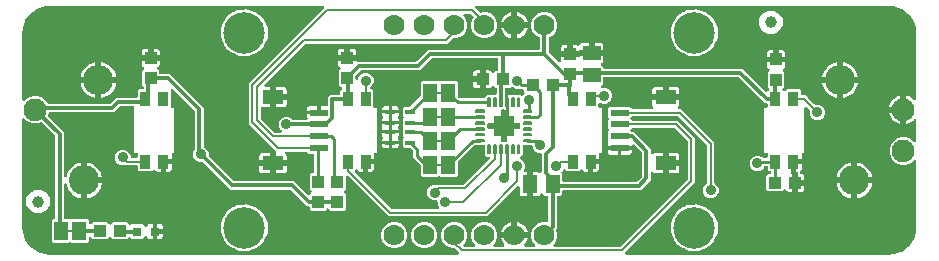
<source format=gbr>
G04 EAGLE Gerber RS-274X export*
G75*
%MOMM*%
%FSLAX34Y34*%
%LPD*%
%INTop Copper*%
%IPPOS*%
%AMOC8*
5,1,8,0,0,1.08239X$1,22.5*%
G01*
%ADD10R,0.900000X1.200000*%
%ADD11R,1.000000X1.075000*%
%ADD12R,1.240000X1.500000*%
%ADD13R,1.500000X1.240000*%
%ADD14R,1.075000X1.000000*%
%ADD15C,1.778000*%
%ADD16C,3.516000*%
%ADD17R,1.550000X0.600000*%
%ADD18R,1.800000X1.200000*%
%ADD19C,1.000000*%
%ADD20R,0.800000X0.800000*%
%ADD21R,1.168400X1.600200*%
%ADD22R,0.635000X0.203200*%
%ADD23C,2.550000*%
%ADD24C,1.930400*%
%ADD25C,0.140000*%
%ADD26R,1.778000X1.778000*%
%ADD27R,0.900000X0.450000*%
%ADD28C,0.906400*%
%ADD29C,0.254000*%
%ADD30C,0.304800*%
%ADD31C,0.203200*%
%ADD32C,0.889000*%

G36*
X355622Y-105407D02*
X355622Y-105407D01*
X355700Y-105405D01*
X359077Y-105140D01*
X359145Y-105126D01*
X359214Y-105121D01*
X359370Y-105081D01*
X365794Y-102994D01*
X365901Y-102944D01*
X366012Y-102900D01*
X366063Y-102867D01*
X366082Y-102859D01*
X366097Y-102846D01*
X366148Y-102814D01*
X371612Y-98843D01*
X371699Y-98762D01*
X371746Y-98723D01*
X371752Y-98719D01*
X371753Y-98718D01*
X371791Y-98686D01*
X371829Y-98640D01*
X371844Y-98626D01*
X371855Y-98608D01*
X371893Y-98562D01*
X375864Y-93098D01*
X375921Y-92994D01*
X375985Y-92894D01*
X376007Y-92837D01*
X376017Y-92819D01*
X376022Y-92799D01*
X376044Y-92744D01*
X378131Y-86320D01*
X378144Y-86252D01*
X378167Y-86186D01*
X378190Y-86027D01*
X378455Y-82650D01*
X378455Y-82646D01*
X378456Y-82643D01*
X378455Y-82624D01*
X378459Y-82550D01*
X378459Y-26130D01*
X378442Y-25992D01*
X378429Y-25853D01*
X378422Y-25834D01*
X378419Y-25814D01*
X378368Y-25685D01*
X378321Y-25554D01*
X378310Y-25537D01*
X378302Y-25518D01*
X378221Y-25406D01*
X378143Y-25291D01*
X378127Y-25278D01*
X378116Y-25261D01*
X378008Y-25172D01*
X377904Y-25080D01*
X377886Y-25071D01*
X377871Y-25058D01*
X377745Y-24999D01*
X377621Y-24936D01*
X377601Y-24931D01*
X377583Y-24923D01*
X377447Y-24897D01*
X377311Y-24866D01*
X377290Y-24867D01*
X377271Y-24863D01*
X377132Y-24872D01*
X376993Y-24876D01*
X376973Y-24881D01*
X376953Y-24883D01*
X376821Y-24926D01*
X376687Y-24964D01*
X376670Y-24975D01*
X376651Y-24981D01*
X376533Y-25055D01*
X376413Y-25126D01*
X376392Y-25144D01*
X376382Y-25151D01*
X376368Y-25166D01*
X376293Y-25232D01*
X374119Y-27406D01*
X369824Y-29185D01*
X365176Y-29185D01*
X360881Y-27406D01*
X357594Y-24119D01*
X355815Y-19824D01*
X355815Y-15176D01*
X357594Y-10881D01*
X360881Y-7594D01*
X365176Y-5815D01*
X369824Y-5815D01*
X374119Y-7594D01*
X376293Y-9768D01*
X376402Y-9853D01*
X376509Y-9942D01*
X376528Y-9950D01*
X376544Y-9963D01*
X376672Y-10018D01*
X376797Y-10077D01*
X376817Y-10081D01*
X376836Y-10089D01*
X376974Y-10111D01*
X377110Y-10137D01*
X377130Y-10136D01*
X377150Y-10139D01*
X377289Y-10126D01*
X377427Y-10117D01*
X377446Y-10111D01*
X377466Y-10109D01*
X377598Y-10062D01*
X377729Y-10019D01*
X377747Y-10008D01*
X377766Y-10002D01*
X377881Y-9923D01*
X377998Y-9849D01*
X378012Y-9834D01*
X378029Y-9823D01*
X378121Y-9719D01*
X378216Y-9617D01*
X378226Y-9600D01*
X378239Y-9585D01*
X378303Y-9460D01*
X378370Y-9339D01*
X378375Y-9319D01*
X378384Y-9301D01*
X378414Y-9165D01*
X378449Y-9031D01*
X378451Y-9003D01*
X378454Y-8991D01*
X378453Y-8971D01*
X378459Y-8870D01*
X378459Y8152D01*
X378442Y8290D01*
X378429Y8428D01*
X378422Y8447D01*
X378419Y8467D01*
X378368Y8597D01*
X378321Y8728D01*
X378310Y8744D01*
X378302Y8763D01*
X378221Y8875D01*
X378143Y8991D01*
X378127Y9004D01*
X378116Y9020D01*
X378008Y9109D01*
X377904Y9201D01*
X377886Y9210D01*
X377871Y9223D01*
X377745Y9283D01*
X377621Y9346D01*
X377601Y9350D01*
X377583Y9359D01*
X377446Y9385D01*
X377311Y9415D01*
X377290Y9415D01*
X377271Y9419D01*
X377132Y9410D01*
X376993Y9406D01*
X376973Y9400D01*
X376953Y9399D01*
X376821Y9356D01*
X376687Y9317D01*
X376670Y9307D01*
X376651Y9301D01*
X376533Y9227D01*
X376413Y9156D01*
X376392Y9137D01*
X376382Y9131D01*
X376368Y9116D01*
X376293Y9049D01*
X375443Y8200D01*
X373890Y7072D01*
X372180Y6201D01*
X370355Y5607D01*
X370039Y5557D01*
X370039Y16230D01*
X370024Y16348D01*
X370017Y16467D01*
X370004Y16505D01*
X369999Y16545D01*
X369956Y16656D01*
X369919Y16769D01*
X369897Y16803D01*
X369882Y16841D01*
X369812Y16937D01*
X369749Y17038D01*
X369719Y17066D01*
X369695Y17098D01*
X369604Y17174D01*
X369517Y17256D01*
X369482Y17275D01*
X369451Y17301D01*
X369343Y17352D01*
X369239Y17409D01*
X369199Y17420D01*
X369163Y17437D01*
X369046Y17459D01*
X368931Y17489D01*
X368870Y17493D01*
X368850Y17497D01*
X368830Y17495D01*
X368770Y17499D01*
X367499Y17499D01*
X367499Y17501D01*
X368770Y17501D01*
X368888Y17516D01*
X369007Y17523D01*
X369045Y17536D01*
X369085Y17541D01*
X369196Y17585D01*
X369309Y17621D01*
X369344Y17643D01*
X369381Y17658D01*
X369477Y17728D01*
X369578Y17791D01*
X369606Y17821D01*
X369639Y17845D01*
X369714Y17936D01*
X369796Y18023D01*
X369816Y18058D01*
X369841Y18090D01*
X369892Y18197D01*
X369950Y18302D01*
X369960Y18341D01*
X369977Y18377D01*
X369999Y18494D01*
X370029Y18609D01*
X370033Y18670D01*
X370037Y18690D01*
X370035Y18710D01*
X370039Y18770D01*
X370039Y29443D01*
X370355Y29393D01*
X372180Y28799D01*
X373890Y27928D01*
X375443Y26800D01*
X376293Y25951D01*
X376402Y25866D01*
X376509Y25777D01*
X376528Y25768D01*
X376544Y25756D01*
X376672Y25700D01*
X376797Y25641D01*
X376817Y25637D01*
X376836Y25629D01*
X376974Y25607D01*
X377110Y25581D01*
X377130Y25583D01*
X377150Y25579D01*
X377289Y25593D01*
X377427Y25601D01*
X377446Y25607D01*
X377466Y25609D01*
X377598Y25656D01*
X377729Y25699D01*
X377747Y25710D01*
X377766Y25717D01*
X377881Y25795D01*
X377998Y25869D01*
X378012Y25884D01*
X378029Y25895D01*
X378121Y25999D01*
X378216Y26101D01*
X378226Y26119D01*
X378239Y26134D01*
X378302Y26258D01*
X378370Y26379D01*
X378375Y26399D01*
X378384Y26417D01*
X378414Y26553D01*
X378449Y26687D01*
X378451Y26715D01*
X378454Y26727D01*
X378453Y26748D01*
X378459Y26848D01*
X378459Y82550D01*
X378457Y82572D01*
X378455Y82650D01*
X378190Y86027D01*
X378176Y86095D01*
X378171Y86164D01*
X378131Y86320D01*
X376044Y92744D01*
X375994Y92851D01*
X375950Y92962D01*
X375917Y93013D01*
X375909Y93032D01*
X375896Y93047D01*
X375864Y93098D01*
X371893Y98562D01*
X371812Y98649D01*
X371736Y98741D01*
X371690Y98779D01*
X371676Y98794D01*
X371658Y98805D01*
X371612Y98843D01*
X370067Y99966D01*
X366148Y102814D01*
X366044Y102871D01*
X365944Y102935D01*
X365887Y102957D01*
X365869Y102967D01*
X365849Y102972D01*
X365794Y102994D01*
X359370Y105081D01*
X359302Y105094D01*
X359236Y105117D01*
X359077Y105140D01*
X355700Y105405D01*
X355678Y105404D01*
X355600Y105409D01*
X6107Y105409D01*
X5969Y105392D01*
X5830Y105379D01*
X5811Y105372D01*
X5791Y105369D01*
X5662Y105318D01*
X5531Y105271D01*
X5514Y105260D01*
X5495Y105252D01*
X5383Y105171D01*
X5268Y105093D01*
X5254Y105077D01*
X5238Y105066D01*
X5149Y104958D01*
X5057Y104854D01*
X5048Y104836D01*
X5035Y104821D01*
X4976Y104694D01*
X4913Y104571D01*
X4908Y104551D01*
X4900Y104533D01*
X4874Y104397D01*
X4843Y104261D01*
X4844Y104240D01*
X4840Y104221D01*
X4848Y104082D01*
X4853Y103943D01*
X4858Y103923D01*
X4860Y103903D01*
X4902Y103771D01*
X4941Y103637D01*
X4951Y103620D01*
X4958Y103601D01*
X5032Y103483D01*
X5103Y103363D01*
X5121Y103342D01*
X5128Y103332D01*
X5143Y103318D01*
X5209Y103243D01*
X8585Y99866D01*
X8609Y99848D01*
X8628Y99826D01*
X8734Y99751D01*
X8836Y99671D01*
X8864Y99660D01*
X8888Y99643D01*
X9009Y99597D01*
X9128Y99545D01*
X9158Y99540D01*
X9185Y99530D01*
X9314Y99516D01*
X9442Y99495D01*
X9472Y99498D01*
X9501Y99495D01*
X9630Y99513D01*
X9759Y99525D01*
X9787Y99535D01*
X9816Y99539D01*
X9968Y99591D01*
X10527Y99823D01*
X14873Y99823D01*
X18887Y98160D01*
X21960Y95087D01*
X23623Y91073D01*
X23623Y86727D01*
X21960Y82713D01*
X18887Y79640D01*
X14873Y77977D01*
X10527Y77977D01*
X6513Y79640D01*
X3440Y82713D01*
X1777Y86727D01*
X1777Y91073D01*
X3497Y95224D01*
X3504Y95252D01*
X3518Y95278D01*
X3546Y95405D01*
X3581Y95530D01*
X3581Y95560D01*
X3588Y95589D01*
X3584Y95719D01*
X3586Y95848D01*
X3579Y95877D01*
X3578Y95907D01*
X3542Y96031D01*
X3512Y96158D01*
X3498Y96184D01*
X3489Y96212D01*
X3424Y96324D01*
X3363Y96439D01*
X3343Y96461D01*
X3328Y96486D01*
X3222Y96607D01*
X1649Y98180D01*
X1571Y98240D01*
X1499Y98308D01*
X1446Y98337D01*
X1398Y98374D01*
X1307Y98414D01*
X1220Y98462D01*
X1161Y98477D01*
X1106Y98501D01*
X1008Y98516D01*
X912Y98541D01*
X812Y98547D01*
X792Y98551D01*
X779Y98549D01*
X751Y98551D01*
X-3840Y98551D01*
X-3978Y98534D01*
X-4116Y98521D01*
X-4135Y98514D01*
X-4156Y98511D01*
X-4285Y98460D01*
X-4416Y98413D01*
X-4432Y98402D01*
X-4451Y98394D01*
X-4563Y98313D01*
X-4679Y98235D01*
X-4692Y98219D01*
X-4709Y98208D01*
X-4797Y98100D01*
X-4889Y97996D01*
X-4898Y97978D01*
X-4911Y97963D01*
X-4971Y97837D01*
X-5034Y97713D01*
X-5038Y97693D01*
X-5047Y97675D01*
X-5073Y97538D01*
X-5103Y97403D01*
X-5103Y97382D01*
X-5107Y97363D01*
X-5098Y97224D01*
X-5094Y97085D01*
X-5088Y97065D01*
X-5087Y97045D01*
X-5044Y96913D01*
X-5005Y96779D01*
X-4995Y96762D01*
X-4989Y96743D01*
X-4914Y96625D01*
X-4844Y96505D01*
X-4825Y96484D01*
X-4819Y96474D01*
X-4804Y96460D01*
X-4737Y96385D01*
X-3440Y95087D01*
X-1777Y91073D01*
X-1777Y86727D01*
X-3440Y82713D01*
X-6513Y79640D01*
X-10527Y77977D01*
X-13197Y77977D01*
X-13296Y77965D01*
X-13395Y77962D01*
X-13453Y77945D01*
X-13513Y77937D01*
X-13605Y77901D01*
X-13700Y77873D01*
X-13752Y77843D01*
X-13809Y77820D01*
X-13889Y77762D01*
X-13974Y77712D01*
X-14049Y77646D01*
X-14066Y77634D01*
X-14074Y77624D01*
X-14095Y77606D01*
X-18549Y73151D01*
X-138237Y73151D01*
X-138335Y73139D01*
X-138434Y73136D01*
X-138492Y73119D01*
X-138552Y73111D01*
X-138645Y73075D01*
X-138740Y73047D01*
X-138792Y73017D01*
X-138848Y72994D01*
X-138928Y72936D01*
X-139014Y72886D01*
X-139089Y72820D01*
X-139105Y72808D01*
X-139113Y72798D01*
X-139134Y72780D01*
X-173206Y38707D01*
X-173292Y38598D01*
X-173380Y38491D01*
X-173389Y38472D01*
X-173401Y38456D01*
X-173457Y38328D01*
X-173516Y38203D01*
X-173520Y38183D01*
X-173528Y38164D01*
X-173550Y38026D01*
X-173576Y37890D01*
X-173574Y37870D01*
X-173578Y37850D01*
X-173565Y37711D01*
X-173556Y37573D01*
X-173550Y37554D01*
X-173548Y37534D01*
X-173501Y37402D01*
X-173458Y37271D01*
X-173447Y37253D01*
X-173440Y37234D01*
X-173362Y37119D01*
X-173288Y37002D01*
X-173273Y36988D01*
X-173262Y36971D01*
X-173158Y36879D01*
X-173056Y36784D01*
X-173038Y36774D01*
X-173023Y36761D01*
X-172899Y36697D01*
X-172778Y36630D01*
X-172758Y36625D01*
X-172740Y36616D01*
X-172604Y36586D01*
X-172470Y36551D01*
X-172442Y36549D01*
X-172430Y36546D01*
X-172409Y36547D01*
X-172309Y36541D01*
X-168799Y36541D01*
X-168799Y29270D01*
X-168784Y29152D01*
X-168777Y29033D01*
X-168764Y28995D01*
X-168759Y28955D01*
X-168715Y28844D01*
X-168679Y28731D01*
X-168657Y28696D01*
X-168642Y28659D01*
X-168572Y28563D01*
X-168509Y28462D01*
X-168479Y28434D01*
X-168455Y28402D01*
X-168364Y28326D01*
X-168277Y28244D01*
X-168242Y28225D01*
X-168210Y28199D01*
X-168103Y28148D01*
X-167999Y28091D01*
X-167959Y28080D01*
X-167923Y28063D01*
X-167806Y28041D01*
X-167691Y28011D01*
X-167630Y28007D01*
X-167610Y28003D01*
X-167590Y28005D01*
X-167530Y28001D01*
X-166259Y28001D01*
X-166259Y27999D01*
X-167530Y27999D01*
X-167648Y27984D01*
X-167767Y27977D01*
X-167805Y27964D01*
X-167845Y27959D01*
X-167956Y27915D01*
X-168069Y27879D01*
X-168104Y27857D01*
X-168141Y27842D01*
X-168237Y27772D01*
X-168338Y27709D01*
X-168366Y27679D01*
X-168398Y27655D01*
X-168474Y27564D01*
X-168556Y27477D01*
X-168575Y27442D01*
X-168601Y27410D01*
X-168652Y27303D01*
X-168709Y27199D01*
X-168720Y27159D01*
X-168737Y27123D01*
X-168759Y27006D01*
X-168789Y26891D01*
X-168793Y26830D01*
X-168797Y26810D01*
X-168795Y26790D01*
X-168799Y26730D01*
X-168799Y19459D01*
X-175550Y19459D01*
X-175668Y19444D01*
X-175787Y19437D01*
X-175825Y19424D01*
X-175865Y19419D01*
X-175976Y19376D01*
X-176089Y19339D01*
X-176123Y19317D01*
X-176161Y19302D01*
X-176257Y19233D01*
X-176358Y19169D01*
X-176386Y19139D01*
X-176418Y19116D01*
X-176494Y19024D01*
X-176576Y18937D01*
X-176595Y18902D01*
X-176621Y18871D01*
X-176672Y18763D01*
X-176729Y18659D01*
X-176739Y18619D01*
X-176757Y18583D01*
X-176779Y18466D01*
X-176809Y18351D01*
X-176813Y18291D01*
X-176816Y18271D01*
X-176815Y18250D01*
X-176819Y18190D01*
X-176819Y10206D01*
X-176807Y10108D01*
X-176804Y10009D01*
X-176787Y9951D01*
X-176779Y9891D01*
X-176743Y9799D01*
X-176715Y9704D01*
X-176684Y9651D01*
X-176662Y9595D01*
X-176604Y9515D01*
X-176554Y9430D01*
X-176487Y9354D01*
X-176475Y9338D01*
X-176466Y9330D01*
X-176447Y9309D01*
X-165559Y-1580D01*
X-165481Y-1640D01*
X-165409Y-1708D01*
X-165356Y-1737D01*
X-165308Y-1774D01*
X-165217Y-1814D01*
X-165130Y-1862D01*
X-165071Y-1877D01*
X-165016Y-1901D01*
X-164918Y-1916D01*
X-164822Y-1941D01*
X-164722Y-1947D01*
X-164702Y-1951D01*
X-164689Y-1949D01*
X-164661Y-1951D01*
X-160134Y-1951D01*
X-159996Y-1934D01*
X-159857Y-1921D01*
X-159838Y-1914D01*
X-159818Y-1911D01*
X-159689Y-1860D01*
X-159558Y-1813D01*
X-159541Y-1802D01*
X-159523Y-1794D01*
X-159410Y-1713D01*
X-159295Y-1635D01*
X-159282Y-1619D01*
X-159265Y-1608D01*
X-159176Y-1500D01*
X-159085Y-1396D01*
X-159075Y-1378D01*
X-159062Y-1363D01*
X-159003Y-1237D01*
X-158940Y-1113D01*
X-158936Y-1093D01*
X-158927Y-1075D01*
X-158901Y-938D01*
X-158870Y-803D01*
X-158871Y-782D01*
X-158867Y-763D01*
X-158876Y-624D01*
X-158880Y-485D01*
X-158886Y-465D01*
X-158887Y-445D01*
X-158930Y-313D01*
X-158968Y-179D01*
X-158979Y-162D01*
X-158985Y-143D01*
X-159059Y-25D01*
X-159130Y95D01*
X-159149Y116D01*
X-159155Y126D01*
X-159170Y140D01*
X-159236Y216D01*
X-160432Y1411D01*
X-161418Y3791D01*
X-161418Y6369D01*
X-160432Y8749D01*
X-158609Y10572D01*
X-156229Y11558D01*
X-153651Y11558D01*
X-151271Y10572D01*
X-149628Y8928D01*
X-149549Y8868D01*
X-149477Y8800D01*
X-149424Y8771D01*
X-149376Y8734D01*
X-149285Y8694D01*
X-149199Y8646D01*
X-149140Y8631D01*
X-149084Y8607D01*
X-148986Y8592D01*
X-148891Y8567D01*
X-148791Y8561D01*
X-148770Y8557D01*
X-148758Y8559D01*
X-148730Y8557D01*
X-138154Y8557D01*
X-138023Y8573D01*
X-137891Y8584D01*
X-137865Y8593D01*
X-137839Y8597D01*
X-137716Y8645D01*
X-137591Y8689D01*
X-137568Y8704D01*
X-137543Y8714D01*
X-137436Y8791D01*
X-137326Y8865D01*
X-137308Y8885D01*
X-137286Y8900D01*
X-137201Y9002D01*
X-137113Y9101D01*
X-137100Y9125D01*
X-137083Y9145D01*
X-137026Y9265D01*
X-136965Y9382D01*
X-136959Y9409D01*
X-136947Y9433D01*
X-136922Y9563D01*
X-136892Y9692D01*
X-136893Y9719D01*
X-136888Y9745D01*
X-136896Y9877D01*
X-136898Y10010D01*
X-136906Y10036D01*
X-136907Y10063D01*
X-136948Y10189D01*
X-136984Y10316D01*
X-137001Y10351D01*
X-137005Y10365D01*
X-137017Y10384D01*
X-137055Y10461D01*
X-137378Y11019D01*
X-137551Y11666D01*
X-137551Y13501D01*
X-127490Y13501D01*
X-127372Y13516D01*
X-127253Y13523D01*
X-127215Y13535D01*
X-127175Y13541D01*
X-127064Y13584D01*
X-126951Y13621D01*
X-126917Y13643D01*
X-126879Y13658D01*
X-126783Y13727D01*
X-126682Y13791D01*
X-126654Y13821D01*
X-126622Y13844D01*
X-126546Y13936D01*
X-126464Y14023D01*
X-126445Y14058D01*
X-126419Y14089D01*
X-126399Y14133D01*
X-126322Y14188D01*
X-126222Y14251D01*
X-126194Y14281D01*
X-126161Y14305D01*
X-126085Y14396D01*
X-126004Y14483D01*
X-125984Y14518D01*
X-125959Y14550D01*
X-125908Y14657D01*
X-125850Y14762D01*
X-125840Y14801D01*
X-125823Y14837D01*
X-125801Y14954D01*
X-125771Y15070D01*
X-125767Y15130D01*
X-125763Y15150D01*
X-125765Y15170D01*
X-125761Y15230D01*
X-125761Y20541D01*
X-120780Y20541D01*
X-120662Y20556D01*
X-120543Y20563D01*
X-120505Y20576D01*
X-120464Y20581D01*
X-120354Y20624D01*
X-120241Y20661D01*
X-120206Y20683D01*
X-120169Y20698D01*
X-120073Y20767D01*
X-119972Y20831D01*
X-119944Y20861D01*
X-119911Y20884D01*
X-119835Y20976D01*
X-119754Y21063D01*
X-119734Y21098D01*
X-119709Y21129D01*
X-119658Y21237D01*
X-119600Y21341D01*
X-119590Y21381D01*
X-119573Y21417D01*
X-119551Y21534D01*
X-119521Y21649D01*
X-119517Y21709D01*
X-119513Y21729D01*
X-119515Y21750D01*
X-119511Y21810D01*
X-119511Y27814D01*
X-117268Y30057D01*
X-110552Y30057D01*
X-110434Y30072D01*
X-110315Y30079D01*
X-110277Y30092D01*
X-110236Y30097D01*
X-110126Y30140D01*
X-110013Y30177D01*
X-109978Y30199D01*
X-109941Y30214D01*
X-109845Y30283D01*
X-109744Y30347D01*
X-109716Y30377D01*
X-109683Y30400D01*
X-109607Y30492D01*
X-109526Y30579D01*
X-109506Y30614D01*
X-109481Y30645D01*
X-109430Y30753D01*
X-109372Y30857D01*
X-109362Y30897D01*
X-109345Y30933D01*
X-109323Y31050D01*
X-109293Y31165D01*
X-109289Y31225D01*
X-109285Y31245D01*
X-109287Y31266D01*
X-109283Y31326D01*
X-109283Y33342D01*
X-107994Y34631D01*
X-107909Y34740D01*
X-107820Y34847D01*
X-107812Y34866D01*
X-107799Y34882D01*
X-107744Y35010D01*
X-107685Y35135D01*
X-107681Y35155D01*
X-107673Y35174D01*
X-107651Y35312D01*
X-107625Y35448D01*
X-107626Y35468D01*
X-107623Y35488D01*
X-107636Y35627D01*
X-107645Y35765D01*
X-107651Y35784D01*
X-107653Y35804D01*
X-107700Y35936D01*
X-107743Y36067D01*
X-107754Y36085D01*
X-107760Y36104D01*
X-107839Y36219D01*
X-107913Y36336D01*
X-107928Y36350D01*
X-107939Y36367D01*
X-108043Y36459D01*
X-108145Y36554D01*
X-108162Y36564D01*
X-108177Y36577D01*
X-108302Y36641D01*
X-108423Y36708D01*
X-108443Y36713D01*
X-108461Y36722D01*
X-108597Y36752D01*
X-108731Y36787D01*
X-108759Y36789D01*
X-108771Y36792D01*
X-108791Y36791D01*
X-108892Y36797D01*
X-109347Y36797D01*
X-110538Y37988D01*
X-110538Y50422D01*
X-109395Y51565D01*
X-109318Y51664D01*
X-109235Y51759D01*
X-109220Y51790D01*
X-109200Y51816D01*
X-109150Y51932D01*
X-109094Y52044D01*
X-109087Y52077D01*
X-109073Y52108D01*
X-109054Y52232D01*
X-109027Y52355D01*
X-109029Y52389D01*
X-109024Y52422D01*
X-109035Y52548D01*
X-109041Y52673D01*
X-109050Y52705D01*
X-109053Y52739D01*
X-109096Y52857D01*
X-109132Y52978D01*
X-109150Y53006D01*
X-109161Y53038D01*
X-109232Y53142D01*
X-109297Y53250D01*
X-109321Y53273D01*
X-109340Y53301D01*
X-109434Y53385D01*
X-109524Y53473D01*
X-109564Y53499D01*
X-109578Y53512D01*
X-109597Y53522D01*
X-109658Y53562D01*
X-110065Y53797D01*
X-110538Y54270D01*
X-110873Y54849D01*
X-111046Y55496D01*
X-111046Y58706D01*
X-104735Y58706D01*
X-104617Y58721D01*
X-104498Y58728D01*
X-104460Y58740D01*
X-104420Y58746D01*
X-104309Y58789D01*
X-104196Y58826D01*
X-104162Y58848D01*
X-104124Y58863D01*
X-104028Y58932D01*
X-103927Y58996D01*
X-103899Y59026D01*
X-103867Y59049D01*
X-103791Y59141D01*
X-103709Y59228D01*
X-103690Y59263D01*
X-103664Y59294D01*
X-103613Y59402D01*
X-103556Y59506D01*
X-103546Y59546D01*
X-103528Y59582D01*
X-103508Y59689D01*
X-103504Y59659D01*
X-103460Y59549D01*
X-103424Y59436D01*
X-103402Y59401D01*
X-103387Y59364D01*
X-103317Y59267D01*
X-103254Y59167D01*
X-103224Y59139D01*
X-103200Y59106D01*
X-103109Y59030D01*
X-103022Y58949D01*
X-102987Y58929D01*
X-102955Y58904D01*
X-102848Y58853D01*
X-102743Y58795D01*
X-102704Y58785D01*
X-102668Y58768D01*
X-102551Y58746D01*
X-102435Y58716D01*
X-102375Y58712D01*
X-102355Y58708D01*
X-102335Y58710D01*
X-102275Y58706D01*
X-95723Y58706D01*
X-95674Y58628D01*
X-95644Y58600D01*
X-95621Y58567D01*
X-95529Y58491D01*
X-95442Y58410D01*
X-95407Y58390D01*
X-95376Y58365D01*
X-95268Y58314D01*
X-95164Y58256D01*
X-95124Y58246D01*
X-95088Y58229D01*
X-94971Y58207D01*
X-94856Y58177D01*
X-94796Y58173D01*
X-94776Y58169D01*
X-94755Y58171D01*
X-94695Y58167D01*
X-45179Y58167D01*
X-45081Y58179D01*
X-44982Y58182D01*
X-44924Y58199D01*
X-44863Y58207D01*
X-44771Y58243D01*
X-44676Y58271D01*
X-44624Y58301D01*
X-44568Y58324D01*
X-44488Y58382D01*
X-44402Y58432D01*
X-44327Y58498D01*
X-44310Y58510D01*
X-44303Y58520D01*
X-44281Y58538D01*
X-34493Y68327D01*
X58674Y68327D01*
X58792Y68342D01*
X58911Y68349D01*
X58949Y68362D01*
X58990Y68367D01*
X59100Y68410D01*
X59213Y68447D01*
X59248Y68469D01*
X59285Y68484D01*
X59381Y68553D01*
X59482Y68617D01*
X59510Y68647D01*
X59543Y68670D01*
X59619Y68762D01*
X59700Y68849D01*
X59720Y68884D01*
X59745Y68915D01*
X59796Y69023D01*
X59854Y69127D01*
X59864Y69167D01*
X59881Y69203D01*
X59903Y69320D01*
X59933Y69435D01*
X59937Y69495D01*
X59941Y69515D01*
X59939Y69536D01*
X59943Y69596D01*
X59943Y77702D01*
X59940Y77732D01*
X59942Y77761D01*
X59920Y77889D01*
X59903Y78018D01*
X59893Y78045D01*
X59888Y78075D01*
X59834Y78193D01*
X59786Y78314D01*
X59769Y78338D01*
X59757Y78365D01*
X59676Y78466D01*
X59600Y78571D01*
X59577Y78590D01*
X59558Y78613D01*
X59455Y78691D01*
X59355Y78774D01*
X59328Y78786D01*
X59304Y78804D01*
X59160Y78875D01*
X57313Y79640D01*
X54240Y82713D01*
X52577Y86727D01*
X52577Y91073D01*
X54240Y95087D01*
X57313Y98160D01*
X61327Y99823D01*
X65673Y99823D01*
X69687Y98160D01*
X72760Y95087D01*
X74423Y91073D01*
X74423Y86727D01*
X72760Y82713D01*
X69687Y79640D01*
X67840Y78875D01*
X67815Y78860D01*
X67787Y78851D01*
X67677Y78782D01*
X67564Y78718D01*
X67543Y78697D01*
X67518Y78681D01*
X67429Y78587D01*
X67336Y78496D01*
X67320Y78471D01*
X67300Y78450D01*
X67237Y78336D01*
X67169Y78225D01*
X67161Y78197D01*
X67146Y78171D01*
X67114Y78045D01*
X67076Y77921D01*
X67074Y77892D01*
X67067Y77863D01*
X67057Y77702D01*
X67057Y66769D01*
X67069Y66671D01*
X67072Y66572D01*
X67089Y66514D01*
X67097Y66453D01*
X67133Y66361D01*
X67161Y66266D01*
X67191Y66214D01*
X67214Y66158D01*
X67272Y66078D01*
X67322Y65992D01*
X67388Y65917D01*
X67400Y65900D01*
X67410Y65893D01*
X67428Y65871D01*
X75383Y57917D01*
X75492Y57832D01*
X75599Y57744D01*
X75618Y57735D01*
X75634Y57722D01*
X75762Y57667D01*
X75887Y57608D01*
X75907Y57604D01*
X75926Y57596D01*
X76064Y57574D01*
X76200Y57548D01*
X76220Y57549D01*
X76240Y57546D01*
X76379Y57559D01*
X76517Y57568D01*
X76536Y57574D01*
X76556Y57576D01*
X76688Y57623D01*
X76819Y57666D01*
X76837Y57677D01*
X76856Y57684D01*
X76971Y57762D01*
X77088Y57836D01*
X77102Y57851D01*
X77119Y57862D01*
X77211Y57966D01*
X77306Y58068D01*
X77316Y58086D01*
X77329Y58101D01*
X77393Y58225D01*
X77460Y58346D01*
X77465Y58366D01*
X77474Y58384D01*
X77504Y58520D01*
X77539Y58654D01*
X77541Y58682D01*
X77544Y58694D01*
X77543Y58715D01*
X77549Y58815D01*
X77549Y61881D01*
X83860Y61881D01*
X83978Y61896D01*
X84097Y61903D01*
X84135Y61915D01*
X84175Y61921D01*
X84286Y61964D01*
X84399Y62001D01*
X84433Y62023D01*
X84471Y62038D01*
X84567Y62107D01*
X84668Y62171D01*
X84696Y62201D01*
X84728Y62224D01*
X84804Y62316D01*
X84886Y62403D01*
X84905Y62438D01*
X84931Y62469D01*
X84982Y62577D01*
X85039Y62681D01*
X85049Y62721D01*
X85067Y62757D01*
X85087Y62864D01*
X85091Y62834D01*
X85135Y62724D01*
X85171Y62611D01*
X85193Y62576D01*
X85208Y62539D01*
X85278Y62442D01*
X85341Y62342D01*
X85371Y62314D01*
X85395Y62281D01*
X85486Y62205D01*
X85573Y62124D01*
X85608Y62104D01*
X85640Y62079D01*
X85747Y62028D01*
X85852Y61970D01*
X85891Y61960D01*
X85927Y61943D01*
X86044Y61921D01*
X86160Y61891D01*
X86220Y61887D01*
X86240Y61883D01*
X86260Y61885D01*
X86320Y61881D01*
X92195Y61881D01*
X92313Y61896D01*
X92432Y61903D01*
X92470Y61915D01*
X92511Y61921D01*
X92621Y61964D01*
X92734Y62001D01*
X92769Y62023D01*
X92806Y62038D01*
X92902Y62107D01*
X93003Y62171D01*
X93031Y62201D01*
X93064Y62224D01*
X93140Y62316D01*
X93221Y62403D01*
X93241Y62438D01*
X93266Y62469D01*
X93317Y62577D01*
X93375Y62681D01*
X93385Y62721D01*
X93402Y62757D01*
X93418Y62841D01*
X102235Y62841D01*
X102353Y62856D01*
X102472Y62863D01*
X102510Y62876D01*
X102550Y62881D01*
X102661Y62924D01*
X102774Y62961D01*
X102809Y62983D01*
X102846Y62998D01*
X102942Y63068D01*
X103043Y63131D01*
X103071Y63161D01*
X103103Y63185D01*
X103179Y63276D01*
X103261Y63363D01*
X103280Y63398D01*
X103306Y63429D01*
X103357Y63537D01*
X103414Y63641D01*
X103425Y63681D01*
X103442Y63717D01*
X103464Y63834D01*
X103494Y63949D01*
X103498Y64010D01*
X103502Y64030D01*
X103500Y64050D01*
X103504Y64110D01*
X103504Y65381D01*
X103506Y65381D01*
X103506Y64110D01*
X103521Y63992D01*
X103528Y63873D01*
X103541Y63835D01*
X103546Y63795D01*
X103590Y63684D01*
X103626Y63571D01*
X103648Y63536D01*
X103663Y63499D01*
X103733Y63403D01*
X103796Y63302D01*
X103826Y63274D01*
X103850Y63241D01*
X103941Y63166D01*
X104028Y63084D01*
X104063Y63064D01*
X104095Y63039D01*
X104202Y62988D01*
X104306Y62930D01*
X104346Y62920D01*
X104382Y62903D01*
X104499Y62881D01*
X104614Y62851D01*
X104675Y62847D01*
X104695Y62843D01*
X104715Y62845D01*
X104775Y62841D01*
X113546Y62841D01*
X113546Y58846D01*
X113373Y58199D01*
X113038Y57620D01*
X112565Y57147D01*
X111936Y56784D01*
X111836Y56708D01*
X111732Y56637D01*
X111709Y56612D01*
X111682Y56591D01*
X111604Y56493D01*
X111521Y56399D01*
X111506Y56369D01*
X111485Y56342D01*
X111434Y56227D01*
X111376Y56115D01*
X111369Y56082D01*
X111355Y56052D01*
X111334Y55927D01*
X111307Y55805D01*
X111308Y55771D01*
X111302Y55738D01*
X111313Y55613D01*
X111316Y55487D01*
X111326Y55455D01*
X111329Y55421D01*
X111370Y55302D01*
X111405Y55182D01*
X111422Y55153D01*
X111433Y55121D01*
X111503Y55016D01*
X111566Y54908D01*
X111599Y54871D01*
X111609Y54856D01*
X111625Y54841D01*
X111673Y54787D01*
X113055Y53405D01*
X113060Y53317D01*
X113073Y53279D01*
X113078Y53238D01*
X113121Y53128D01*
X113158Y53015D01*
X113180Y52980D01*
X113195Y52943D01*
X113264Y52847D01*
X113328Y52746D01*
X113358Y52718D01*
X113381Y52685D01*
X113473Y52609D01*
X113560Y52528D01*
X113595Y52508D01*
X113626Y52483D01*
X113734Y52432D01*
X113838Y52374D01*
X113878Y52364D01*
X113914Y52347D01*
X114031Y52325D01*
X114146Y52295D01*
X114206Y52291D01*
X114226Y52287D01*
X114247Y52289D01*
X114307Y52285D01*
X230948Y52285D01*
X233404Y49829D01*
X250501Y32733D01*
X250610Y32647D01*
X250717Y32559D01*
X250736Y32550D01*
X250752Y32538D01*
X250880Y32482D01*
X251005Y32423D01*
X251025Y32419D01*
X251044Y32411D01*
X251182Y32389D01*
X251318Y32363D01*
X251338Y32365D01*
X251358Y32361D01*
X251497Y32374D01*
X251635Y32383D01*
X251654Y32389D01*
X251674Y32391D01*
X251806Y32438D01*
X251937Y32481D01*
X251955Y32492D01*
X251974Y32499D01*
X252089Y32577D01*
X252206Y32651D01*
X252220Y32666D01*
X252237Y32677D01*
X252329Y32781D01*
X252424Y32883D01*
X252434Y32901D01*
X252447Y32916D01*
X252511Y33040D01*
X252578Y33161D01*
X252583Y33181D01*
X252592Y33199D01*
X252611Y33286D01*
X253465Y34140D01*
X253538Y34234D01*
X253617Y34323D01*
X253635Y34359D01*
X253660Y34391D01*
X253708Y34501D01*
X253762Y34607D01*
X253770Y34646D01*
X253787Y34683D01*
X253805Y34801D01*
X253831Y34917D01*
X253830Y34957D01*
X253836Y34997D01*
X253825Y35116D01*
X253822Y35235D01*
X253810Y35274D01*
X253807Y35314D01*
X253766Y35426D01*
X253733Y35540D01*
X253713Y35575D01*
X253699Y35613D01*
X253632Y35712D01*
X253572Y35814D01*
X253532Y35859D01*
X253520Y35876D01*
X253505Y35890D01*
X253465Y35935D01*
X252682Y36718D01*
X252682Y49152D01*
X253825Y50295D01*
X253902Y50394D01*
X253985Y50489D01*
X254000Y50520D01*
X254020Y50546D01*
X254070Y50662D01*
X254126Y50774D01*
X254133Y50807D01*
X254147Y50838D01*
X254166Y50962D01*
X254193Y51085D01*
X254191Y51119D01*
X254196Y51152D01*
X254185Y51278D01*
X254179Y51403D01*
X254170Y51435D01*
X254167Y51469D01*
X254124Y51587D01*
X254088Y51708D01*
X254070Y51736D01*
X254059Y51768D01*
X253988Y51872D01*
X253923Y51980D01*
X253899Y52003D01*
X253880Y52031D01*
X253786Y52115D01*
X253696Y52203D01*
X253656Y52229D01*
X253642Y52242D01*
X253623Y52252D01*
X253562Y52292D01*
X253155Y52527D01*
X252682Y53000D01*
X252347Y53579D01*
X252174Y54226D01*
X252174Y57436D01*
X258485Y57436D01*
X258603Y57451D01*
X258722Y57458D01*
X258760Y57470D01*
X258800Y57476D01*
X258911Y57519D01*
X259024Y57556D01*
X259058Y57578D01*
X259096Y57593D01*
X259192Y57662D01*
X259293Y57726D01*
X259321Y57756D01*
X259353Y57779D01*
X259429Y57871D01*
X259511Y57958D01*
X259530Y57993D01*
X259556Y58024D01*
X259607Y58132D01*
X259664Y58236D01*
X259674Y58276D01*
X259692Y58312D01*
X259712Y58419D01*
X259716Y58389D01*
X259760Y58279D01*
X259796Y58166D01*
X259818Y58131D01*
X259833Y58094D01*
X259903Y57997D01*
X259966Y57897D01*
X259996Y57869D01*
X260020Y57836D01*
X260111Y57760D01*
X260198Y57679D01*
X260233Y57659D01*
X260265Y57634D01*
X260372Y57583D01*
X260477Y57525D01*
X260516Y57515D01*
X260552Y57498D01*
X260669Y57476D01*
X260785Y57446D01*
X260845Y57442D01*
X260865Y57438D01*
X260885Y57440D01*
X260945Y57436D01*
X267256Y57436D01*
X267256Y54226D01*
X267083Y53579D01*
X266748Y53000D01*
X266275Y52527D01*
X265868Y52292D01*
X265768Y52216D01*
X265663Y52145D01*
X265641Y52120D01*
X265614Y52099D01*
X265536Y52001D01*
X265453Y51907D01*
X265438Y51877D01*
X265417Y51850D01*
X265366Y51735D01*
X265308Y51623D01*
X265301Y51591D01*
X265287Y51560D01*
X265266Y51435D01*
X265239Y51313D01*
X265240Y51279D01*
X265234Y51246D01*
X265245Y51121D01*
X265248Y50995D01*
X265258Y50963D01*
X265261Y50929D01*
X265302Y50811D01*
X265337Y50690D01*
X265354Y50661D01*
X265365Y50629D01*
X265435Y50524D01*
X265498Y50416D01*
X265531Y50379D01*
X265541Y50364D01*
X265557Y50349D01*
X265605Y50295D01*
X266748Y49152D01*
X266748Y36718D01*
X265450Y35420D01*
X265377Y35326D01*
X265298Y35237D01*
X265280Y35201D01*
X265255Y35169D01*
X265207Y35059D01*
X265153Y34953D01*
X265145Y34914D01*
X265128Y34877D01*
X265110Y34759D01*
X265084Y34643D01*
X265085Y34603D01*
X265079Y34563D01*
X265090Y34444D01*
X265093Y34325D01*
X265105Y34286D01*
X265108Y34246D01*
X265149Y34134D01*
X265182Y34020D01*
X265202Y33985D01*
X265216Y33947D01*
X265283Y33848D01*
X265343Y33746D01*
X265383Y33701D01*
X265395Y33684D01*
X265410Y33670D01*
X265450Y33625D01*
X265803Y33272D01*
X265895Y33201D01*
X265914Y33182D01*
X265918Y33180D01*
X265986Y33120D01*
X266022Y33102D01*
X266054Y33077D01*
X266163Y33030D01*
X266269Y32976D01*
X266308Y32967D01*
X266346Y32951D01*
X266463Y32932D01*
X266579Y32906D01*
X266620Y32907D01*
X266660Y32901D01*
X266778Y32912D01*
X266897Y32916D01*
X266936Y32927D01*
X266976Y32931D01*
X267088Y32971D01*
X267203Y33004D01*
X267238Y33025D01*
X267276Y33038D01*
X267374Y33105D01*
X267477Y33166D01*
X267522Y33206D01*
X267539Y33217D01*
X267552Y33232D01*
X267598Y33272D01*
X268858Y34533D01*
X279542Y34533D01*
X280733Y33342D01*
X280733Y30818D01*
X280748Y30700D01*
X280755Y30581D01*
X280768Y30543D01*
X280773Y30502D01*
X280816Y30392D01*
X280853Y30279D01*
X280875Y30244D01*
X280890Y30207D01*
X280959Y30111D01*
X281023Y30010D01*
X281053Y29982D01*
X281076Y29949D01*
X281168Y29873D01*
X281255Y29792D01*
X281290Y29772D01*
X281321Y29747D01*
X281429Y29696D01*
X281533Y29638D01*
X281573Y29628D01*
X281609Y29611D01*
X281726Y29589D01*
X281841Y29559D01*
X281901Y29555D01*
X281921Y29551D01*
X281942Y29553D01*
X282002Y29549D01*
X284643Y29549D01*
X286800Y27391D01*
X292065Y22127D01*
X292088Y22109D01*
X292107Y22086D01*
X292213Y22012D01*
X292316Y21932D01*
X292343Y21920D01*
X292367Y21903D01*
X292488Y21857D01*
X292608Y21806D01*
X292637Y21801D01*
X292665Y21791D01*
X292793Y21776D01*
X292922Y21756D01*
X292951Y21759D01*
X292981Y21755D01*
X293109Y21773D01*
X293238Y21786D01*
X293266Y21796D01*
X293296Y21800D01*
X293310Y21805D01*
X295946Y21805D01*
X298359Y20805D01*
X300205Y18959D01*
X301205Y16546D01*
X301205Y13934D01*
X300205Y11521D01*
X298359Y9675D01*
X295946Y8675D01*
X293334Y8675D01*
X290921Y9675D01*
X289075Y11521D01*
X288075Y13934D01*
X288075Y16602D01*
X288078Y16613D01*
X288112Y16739D01*
X288113Y16768D01*
X288119Y16797D01*
X288115Y16927D01*
X288117Y17057D01*
X288110Y17085D01*
X288109Y17115D01*
X288073Y17240D01*
X288043Y17366D01*
X288029Y17392D01*
X288021Y17421D01*
X287955Y17532D01*
X287894Y17647D01*
X287875Y17669D01*
X287859Y17695D01*
X287753Y17815D01*
X285867Y19701D01*
X285758Y19786D01*
X285651Y19875D01*
X285632Y19883D01*
X285616Y19896D01*
X285488Y19951D01*
X285363Y20010D01*
X285343Y20014D01*
X285324Y20022D01*
X285186Y20044D01*
X285050Y20070D01*
X285030Y20069D01*
X285010Y20072D01*
X284871Y20059D01*
X284733Y20050D01*
X284714Y20044D01*
X284694Y20042D01*
X284562Y19995D01*
X284431Y19952D01*
X284413Y19942D01*
X284394Y19935D01*
X284279Y19857D01*
X284162Y19782D01*
X284148Y19767D01*
X284131Y19756D01*
X284039Y19652D01*
X283944Y19551D01*
X283934Y19533D01*
X283921Y19518D01*
X283857Y19394D01*
X283790Y19272D01*
X283785Y19253D01*
X283776Y19234D01*
X283746Y19099D01*
X283711Y18964D01*
X283709Y18936D01*
X283706Y18924D01*
X283707Y18904D01*
X283701Y18803D01*
X283701Y-19000D01*
X283700Y-19001D01*
X282510Y-19001D01*
X282392Y-19016D01*
X282273Y-19023D01*
X282235Y-19036D01*
X282194Y-19041D01*
X282084Y-19084D01*
X281971Y-19121D01*
X281936Y-19143D01*
X281899Y-19158D01*
X281803Y-19227D01*
X281702Y-19291D01*
X281674Y-19321D01*
X281641Y-19344D01*
X281565Y-19436D01*
X281484Y-19523D01*
X281464Y-19558D01*
X281439Y-19589D01*
X281388Y-19697D01*
X281330Y-19801D01*
X281320Y-19841D01*
X281303Y-19877D01*
X281281Y-19994D01*
X281251Y-20109D01*
X281247Y-20169D01*
X281243Y-20189D01*
X281245Y-20210D01*
X281241Y-20270D01*
X281241Y-24251D01*
X275180Y-24251D01*
X275062Y-24266D01*
X274943Y-24273D01*
X274905Y-24285D01*
X274865Y-24291D01*
X274754Y-24334D01*
X274641Y-24371D01*
X274607Y-24393D01*
X274569Y-24408D01*
X274473Y-24477D01*
X274372Y-24541D01*
X274344Y-24571D01*
X274312Y-24594D01*
X274236Y-24686D01*
X274154Y-24773D01*
X274135Y-24808D01*
X274109Y-24839D01*
X274058Y-24947D01*
X274001Y-25051D01*
X273991Y-25091D01*
X273973Y-25127D01*
X273951Y-25244D01*
X273921Y-25359D01*
X273917Y-25419D01*
X273914Y-25439D01*
X273915Y-25460D01*
X273911Y-25520D01*
X273911Y-26211D01*
X273220Y-26211D01*
X273102Y-26226D01*
X272983Y-26233D01*
X272945Y-26246D01*
X272904Y-26251D01*
X272794Y-26295D01*
X272681Y-26331D01*
X272646Y-26353D01*
X272609Y-26368D01*
X272512Y-26438D01*
X272412Y-26501D01*
X272384Y-26531D01*
X272351Y-26555D01*
X272275Y-26646D01*
X272194Y-26733D01*
X272174Y-26769D01*
X272149Y-26800D01*
X272098Y-26907D01*
X272040Y-27012D01*
X272030Y-27051D01*
X272013Y-27087D01*
X271991Y-27204D01*
X271961Y-27320D01*
X271957Y-27380D01*
X271953Y-27400D01*
X271955Y-27420D01*
X271951Y-27480D01*
X271951Y-35640D01*
X271966Y-35758D01*
X271973Y-35877D01*
X271985Y-35915D01*
X271991Y-35956D01*
X272034Y-36066D01*
X272071Y-36179D01*
X272093Y-36214D01*
X272108Y-36251D01*
X272177Y-36347D01*
X272241Y-36448D01*
X272271Y-36476D01*
X272294Y-36509D01*
X272386Y-36585D01*
X272473Y-36666D01*
X272508Y-36686D01*
X272539Y-36711D01*
X272647Y-36762D01*
X272751Y-36820D01*
X272791Y-36830D01*
X272827Y-36847D01*
X272944Y-36869D01*
X273059Y-36899D01*
X273119Y-36903D01*
X273139Y-36907D01*
X273160Y-36905D01*
X273220Y-36909D01*
X273336Y-36909D01*
X273336Y-43220D01*
X273351Y-43338D01*
X273358Y-43457D01*
X273370Y-43495D01*
X273376Y-43535D01*
X273419Y-43646D01*
X273456Y-43759D01*
X273478Y-43793D01*
X273493Y-43831D01*
X273562Y-43927D01*
X273626Y-44028D01*
X273656Y-44056D01*
X273679Y-44088D01*
X273771Y-44164D01*
X273858Y-44246D01*
X273893Y-44265D01*
X273924Y-44291D01*
X274032Y-44342D01*
X274136Y-44399D01*
X274176Y-44409D01*
X274212Y-44427D01*
X274319Y-44447D01*
X274289Y-44451D01*
X274179Y-44495D01*
X274066Y-44531D01*
X274031Y-44553D01*
X273994Y-44568D01*
X273897Y-44638D01*
X273797Y-44701D01*
X273769Y-44731D01*
X273736Y-44755D01*
X273660Y-44846D01*
X273579Y-44933D01*
X273559Y-44968D01*
X273534Y-45000D01*
X273483Y-45107D01*
X273425Y-45212D01*
X273415Y-45251D01*
X273398Y-45287D01*
X273376Y-45404D01*
X273346Y-45520D01*
X273342Y-45580D01*
X273338Y-45600D01*
X273340Y-45620D01*
X273336Y-45680D01*
X273336Y-51991D01*
X270126Y-51991D01*
X269479Y-51818D01*
X268900Y-51483D01*
X268427Y-51010D01*
X268192Y-50603D01*
X268116Y-50503D01*
X268045Y-50398D01*
X268020Y-50376D01*
X267999Y-50349D01*
X267901Y-50271D01*
X267807Y-50188D01*
X267777Y-50173D01*
X267750Y-50152D01*
X267635Y-50100D01*
X267523Y-50043D01*
X267491Y-50036D01*
X267460Y-50022D01*
X267336Y-50001D01*
X267213Y-49974D01*
X267179Y-49975D01*
X267146Y-49969D01*
X267021Y-49980D01*
X266895Y-49983D01*
X266863Y-49993D01*
X266829Y-49996D01*
X266710Y-50037D01*
X266590Y-50072D01*
X266561Y-50089D01*
X266529Y-50100D01*
X266424Y-50169D01*
X266316Y-50233D01*
X266279Y-50266D01*
X266264Y-50276D01*
X266249Y-50292D01*
X266195Y-50340D01*
X265052Y-51483D01*
X252618Y-51483D01*
X251427Y-50292D01*
X251427Y-38608D01*
X252618Y-37417D01*
X254263Y-37417D01*
X254381Y-37402D01*
X254500Y-37395D01*
X254538Y-37382D01*
X254579Y-37377D01*
X254689Y-37334D01*
X254802Y-37297D01*
X254837Y-37275D01*
X254874Y-37260D01*
X254970Y-37191D01*
X255071Y-37127D01*
X255099Y-37097D01*
X255132Y-37074D01*
X255208Y-36982D01*
X255289Y-36895D01*
X255309Y-36860D01*
X255334Y-36829D01*
X255385Y-36721D01*
X255443Y-36617D01*
X255453Y-36577D01*
X255470Y-36541D01*
X255492Y-36424D01*
X255522Y-36309D01*
X255526Y-36249D01*
X255530Y-36229D01*
X255528Y-36208D01*
X255532Y-36148D01*
X255532Y-35802D01*
X255517Y-35684D01*
X255510Y-35565D01*
X255497Y-35527D01*
X255492Y-35486D01*
X255449Y-35376D01*
X255412Y-35263D01*
X255390Y-35228D01*
X255375Y-35191D01*
X255306Y-35095D01*
X255242Y-34994D01*
X255212Y-34966D01*
X255189Y-34933D01*
X255097Y-34857D01*
X255010Y-34776D01*
X254975Y-34756D01*
X254944Y-34731D01*
X254836Y-34680D01*
X254732Y-34622D01*
X254692Y-34612D01*
X254656Y-34595D01*
X254539Y-34573D01*
X254424Y-34543D01*
X254364Y-34539D01*
X254344Y-34535D01*
X254323Y-34537D01*
X254263Y-34533D01*
X253858Y-34533D01*
X252667Y-33342D01*
X252667Y-31072D01*
X252652Y-30954D01*
X252645Y-30835D01*
X252632Y-30797D01*
X252627Y-30756D01*
X252584Y-30646D01*
X252547Y-30533D01*
X252525Y-30498D01*
X252510Y-30461D01*
X252441Y-30365D01*
X252377Y-30264D01*
X252347Y-30236D01*
X252324Y-30203D01*
X252232Y-30127D01*
X252145Y-30046D01*
X252110Y-30026D01*
X252079Y-30001D01*
X251971Y-29950D01*
X251867Y-29892D01*
X251827Y-29882D01*
X251791Y-29865D01*
X251674Y-29843D01*
X251559Y-29813D01*
X251499Y-29809D01*
X251479Y-29805D01*
X251458Y-29807D01*
X251398Y-29803D01*
X251022Y-29803D01*
X250993Y-29806D01*
X250963Y-29804D01*
X250835Y-29826D01*
X250707Y-29843D01*
X250679Y-29853D01*
X250650Y-29858D01*
X250532Y-29912D01*
X250411Y-29960D01*
X250387Y-29977D01*
X250360Y-29989D01*
X250259Y-30070D01*
X250154Y-30146D01*
X250135Y-30169D01*
X250112Y-30188D01*
X250034Y-30291D01*
X249951Y-30391D01*
X249938Y-30418D01*
X249920Y-30442D01*
X249850Y-30586D01*
X249405Y-31659D01*
X247559Y-33505D01*
X245146Y-34505D01*
X242534Y-34505D01*
X240121Y-33505D01*
X238275Y-31659D01*
X237275Y-29246D01*
X237275Y-26634D01*
X238275Y-24221D01*
X240121Y-22375D01*
X242534Y-21375D01*
X245146Y-21375D01*
X247559Y-22375D01*
X248009Y-22826D01*
X248088Y-22886D01*
X248160Y-22954D01*
X248213Y-22983D01*
X248261Y-23020D01*
X248352Y-23060D01*
X248438Y-23108D01*
X248497Y-23123D01*
X248553Y-23147D01*
X248651Y-23162D01*
X248746Y-23187D01*
X248846Y-23193D01*
X248867Y-23197D01*
X248879Y-23195D01*
X248907Y-23197D01*
X251398Y-23197D01*
X251516Y-23182D01*
X251635Y-23175D01*
X251673Y-23162D01*
X251714Y-23157D01*
X251824Y-23114D01*
X251937Y-23077D01*
X251972Y-23055D01*
X252009Y-23040D01*
X252105Y-22971D01*
X252206Y-22907D01*
X252234Y-22877D01*
X252267Y-22854D01*
X252343Y-22762D01*
X252424Y-22675D01*
X252444Y-22640D01*
X252469Y-22609D01*
X252520Y-22501D01*
X252578Y-22397D01*
X252588Y-22357D01*
X252605Y-22321D01*
X252627Y-22204D01*
X252657Y-22089D01*
X252661Y-22029D01*
X252665Y-22009D01*
X252663Y-21988D01*
X252667Y-21928D01*
X252667Y-20270D01*
X252652Y-20152D01*
X252645Y-20033D01*
X252633Y-19995D01*
X252627Y-19954D01*
X252584Y-19844D01*
X252547Y-19731D01*
X252525Y-19696D01*
X252510Y-19659D01*
X252441Y-19563D01*
X252377Y-19462D01*
X252347Y-19434D01*
X252324Y-19401D01*
X252232Y-19325D01*
X252145Y-19244D01*
X252110Y-19224D01*
X252079Y-19199D01*
X251971Y-19148D01*
X251867Y-19090D01*
X251827Y-19080D01*
X251791Y-19063D01*
X251674Y-19041D01*
X251559Y-19011D01*
X251499Y-19007D01*
X251479Y-19003D01*
X251458Y-19005D01*
X251398Y-19001D01*
X249700Y-19001D01*
X249699Y-19000D01*
X249699Y19000D01*
X249700Y19001D01*
X251398Y19001D01*
X251516Y19016D01*
X251635Y19023D01*
X251673Y19036D01*
X251714Y19041D01*
X251824Y19084D01*
X251937Y19121D01*
X251972Y19143D01*
X252009Y19158D01*
X252105Y19227D01*
X252206Y19291D01*
X252234Y19321D01*
X252267Y19344D01*
X252343Y19436D01*
X252424Y19523D01*
X252444Y19558D01*
X252469Y19589D01*
X252520Y19697D01*
X252578Y19801D01*
X252588Y19841D01*
X252605Y19877D01*
X252627Y19994D01*
X252657Y20109D01*
X252661Y20169D01*
X252665Y20189D01*
X252663Y20210D01*
X252667Y20270D01*
X252667Y21674D01*
X252652Y21792D01*
X252645Y21911D01*
X252632Y21949D01*
X252627Y21990D01*
X252584Y22100D01*
X252547Y22213D01*
X252525Y22248D01*
X252510Y22285D01*
X252441Y22381D01*
X252377Y22482D01*
X252347Y22510D01*
X252324Y22543D01*
X252232Y22619D01*
X252145Y22700D01*
X252110Y22720D01*
X252079Y22745D01*
X251971Y22796D01*
X251867Y22854D01*
X251827Y22864D01*
X251791Y22881D01*
X251674Y22903D01*
X251559Y22933D01*
X251499Y22937D01*
X251479Y22941D01*
X251458Y22939D01*
X251398Y22943D01*
X250230Y22943D01*
X228374Y44800D01*
X228295Y44860D01*
X228223Y44928D01*
X228170Y44957D01*
X228122Y44994D01*
X228031Y45034D01*
X227945Y45082D01*
X227886Y45097D01*
X227830Y45121D01*
X227733Y45136D01*
X227637Y45161D01*
X227537Y45167D01*
X227516Y45171D01*
X227504Y45169D01*
X227476Y45171D01*
X114307Y45171D01*
X114189Y45156D01*
X114070Y45149D01*
X114032Y45136D01*
X113991Y45131D01*
X113881Y45088D01*
X113768Y45051D01*
X113733Y45029D01*
X113696Y45014D01*
X113600Y44945D01*
X113499Y44881D01*
X113471Y44851D01*
X113438Y44828D01*
X113362Y44736D01*
X113281Y44649D01*
X113261Y44614D01*
X113236Y44583D01*
X113185Y44475D01*
X113127Y44371D01*
X113117Y44331D01*
X113100Y44295D01*
X113078Y44178D01*
X113048Y44063D01*
X113044Y44003D01*
X113040Y43983D01*
X113042Y43962D01*
X113038Y43902D01*
X113038Y39338D01*
X111498Y37798D01*
X111455Y37743D01*
X111405Y37694D01*
X111358Y37618D01*
X111303Y37547D01*
X111275Y37482D01*
X111238Y37423D01*
X111212Y37337D01*
X111176Y37255D01*
X111165Y37186D01*
X111145Y37119D01*
X111141Y37029D01*
X111126Y36941D01*
X111133Y36871D01*
X111130Y36801D01*
X111148Y36714D01*
X111156Y36624D01*
X111180Y36558D01*
X111194Y36490D01*
X111233Y36409D01*
X111264Y36325D01*
X111303Y36267D01*
X111334Y36204D01*
X111392Y36136D01*
X111442Y36062D01*
X111495Y36015D01*
X111540Y35962D01*
X111613Y35911D01*
X111681Y35851D01*
X111743Y35819D01*
X111800Y35779D01*
X111884Y35747D01*
X111964Y35707D01*
X112032Y35691D01*
X112098Y35667D01*
X112187Y35657D01*
X112274Y35637D01*
X112344Y35639D01*
X112414Y35631D01*
X112503Y35644D01*
X112592Y35647D01*
X112659Y35666D01*
X112728Y35676D01*
X112881Y35728D01*
X112994Y35775D01*
X115606Y35775D01*
X118019Y34775D01*
X119865Y32929D01*
X120865Y30516D01*
X120865Y27904D01*
X119865Y25491D01*
X118019Y23645D01*
X115606Y22645D01*
X112994Y22645D01*
X111038Y23456D01*
X110990Y23469D01*
X110945Y23490D01*
X110837Y23511D01*
X110731Y23540D01*
X110681Y23540D01*
X110632Y23550D01*
X110523Y23543D01*
X110413Y23545D01*
X110365Y23533D01*
X110315Y23530D01*
X110211Y23496D01*
X110104Y23471D01*
X110060Y23447D01*
X110013Y23432D01*
X109920Y23373D01*
X109823Y23322D01*
X109786Y23288D01*
X109744Y23262D01*
X109669Y23182D01*
X109587Y23108D01*
X109560Y23066D01*
X109526Y23030D01*
X109473Y22934D01*
X109413Y22842D01*
X109396Y22795D01*
X109372Y22752D01*
X109345Y22645D01*
X109309Y22541D01*
X109305Y22492D01*
X109293Y22444D01*
X109283Y22283D01*
X109283Y20270D01*
X109298Y20151D01*
X109305Y20033D01*
X109318Y19995D01*
X109323Y19954D01*
X109366Y19844D01*
X109403Y19731D01*
X109425Y19696D01*
X109440Y19659D01*
X109509Y19563D01*
X109573Y19462D01*
X109603Y19434D01*
X109626Y19401D01*
X109718Y19325D01*
X109805Y19244D01*
X109840Y19224D01*
X109871Y19199D01*
X109979Y19148D01*
X110083Y19090D01*
X110123Y19080D01*
X110159Y19063D01*
X110276Y19041D01*
X110391Y19011D01*
X110451Y19007D01*
X110471Y19003D01*
X110492Y19005D01*
X110552Y19001D01*
X112250Y19001D01*
X112251Y19000D01*
X112251Y-19000D01*
X112250Y-19001D01*
X111060Y-19001D01*
X110942Y-19016D01*
X110823Y-19023D01*
X110785Y-19036D01*
X110744Y-19041D01*
X110634Y-19084D01*
X110521Y-19121D01*
X110486Y-19143D01*
X110449Y-19158D01*
X110353Y-19227D01*
X110252Y-19291D01*
X110224Y-19321D01*
X110191Y-19344D01*
X110115Y-19436D01*
X110034Y-19523D01*
X110014Y-19558D01*
X109989Y-19589D01*
X109938Y-19697D01*
X109880Y-19801D01*
X109870Y-19841D01*
X109853Y-19877D01*
X109831Y-19994D01*
X109801Y-20109D01*
X109797Y-20169D01*
X109793Y-20189D01*
X109795Y-20210D01*
X109791Y-20270D01*
X109791Y-24251D01*
X103730Y-24251D01*
X103612Y-24266D01*
X103493Y-24273D01*
X103455Y-24285D01*
X103415Y-24291D01*
X103304Y-24334D01*
X103191Y-24371D01*
X103157Y-24393D01*
X103119Y-24408D01*
X103023Y-24477D01*
X102922Y-24541D01*
X102894Y-24571D01*
X102862Y-24594D01*
X102786Y-24686D01*
X102704Y-24773D01*
X102685Y-24808D01*
X102659Y-24839D01*
X102608Y-24947D01*
X102551Y-25051D01*
X102541Y-25091D01*
X102523Y-25127D01*
X102501Y-25244D01*
X102471Y-25359D01*
X102467Y-25419D01*
X102464Y-25439D01*
X102465Y-25460D01*
X102461Y-25520D01*
X102461Y-26211D01*
X101770Y-26211D01*
X101652Y-26226D01*
X101533Y-26233D01*
X101495Y-26246D01*
X101454Y-26251D01*
X101344Y-26295D01*
X101231Y-26331D01*
X101196Y-26353D01*
X101159Y-26368D01*
X101062Y-26438D01*
X100962Y-26501D01*
X100934Y-26531D01*
X100901Y-26555D01*
X100825Y-26646D01*
X100744Y-26733D01*
X100724Y-26769D01*
X100699Y-26800D01*
X100648Y-26907D01*
X100590Y-27012D01*
X100580Y-27051D01*
X100563Y-27087D01*
X100541Y-27204D01*
X100511Y-27320D01*
X100507Y-27380D01*
X100503Y-27400D01*
X100505Y-27420D01*
X100501Y-27480D01*
X100501Y-35041D01*
X97916Y-35041D01*
X97269Y-34868D01*
X96690Y-34533D01*
X96217Y-34060D01*
X96073Y-33811D01*
X95997Y-33711D01*
X95927Y-33607D01*
X95901Y-33585D01*
X95881Y-33558D01*
X95782Y-33480D01*
X95688Y-33396D01*
X95658Y-33381D01*
X95632Y-33360D01*
X95517Y-33309D01*
X95405Y-33252D01*
X95372Y-33244D01*
X95341Y-33231D01*
X95217Y-33210D01*
X95095Y-33182D01*
X95061Y-33183D01*
X95028Y-33178D01*
X94902Y-33188D01*
X94777Y-33192D01*
X94744Y-33201D01*
X94711Y-33204D01*
X94592Y-33245D01*
X94471Y-33280D01*
X94442Y-33297D01*
X94410Y-33308D01*
X94306Y-33378D01*
X94197Y-33442D01*
X94161Y-33474D01*
X94145Y-33484D01*
X94131Y-33500D01*
X94076Y-33548D01*
X93092Y-34533D01*
X82408Y-34533D01*
X81403Y-33528D01*
X81364Y-33497D01*
X81330Y-33460D01*
X81238Y-33400D01*
X81152Y-33333D01*
X81106Y-33313D01*
X81064Y-33286D01*
X80961Y-33250D01*
X80860Y-33206D01*
X80811Y-33198D01*
X80764Y-33182D01*
X80654Y-33174D01*
X80546Y-33156D01*
X80496Y-33161D01*
X80447Y-33157D01*
X80339Y-33176D01*
X80229Y-33186D01*
X80182Y-33203D01*
X80133Y-33212D01*
X80033Y-33257D01*
X79930Y-33294D01*
X79889Y-33322D01*
X79843Y-33342D01*
X79757Y-33411D01*
X79667Y-33472D01*
X79634Y-33510D01*
X79595Y-33541D01*
X79529Y-33629D01*
X79456Y-33711D01*
X79434Y-33755D01*
X79404Y-33795D01*
X79333Y-33939D01*
X79225Y-34199D01*
X78267Y-35157D01*
X78194Y-35251D01*
X78115Y-35340D01*
X78097Y-35377D01*
X78072Y-35408D01*
X78025Y-35518D01*
X77970Y-35624D01*
X77962Y-35663D01*
X77946Y-35700D01*
X77927Y-35818D01*
X77901Y-35934D01*
X77902Y-35974D01*
X77896Y-36014D01*
X77907Y-36133D01*
X77910Y-36252D01*
X77922Y-36291D01*
X77925Y-36331D01*
X77966Y-36443D01*
X77999Y-36557D01*
X78019Y-36592D01*
X78033Y-36630D01*
X78100Y-36729D01*
X78160Y-36831D01*
X78200Y-36876D01*
X78212Y-36893D01*
X78227Y-36907D01*
X78267Y-36952D01*
X78693Y-37378D01*
X78693Y-42164D01*
X78708Y-42282D01*
X78715Y-42401D01*
X78728Y-42439D01*
X78733Y-42480D01*
X78777Y-42591D01*
X78813Y-42703D01*
X78835Y-42738D01*
X78850Y-42775D01*
X78919Y-42871D01*
X78983Y-42972D01*
X79013Y-43000D01*
X79036Y-43033D01*
X79128Y-43109D01*
X79215Y-43190D01*
X79250Y-43210D01*
X79281Y-43235D01*
X79389Y-43286D01*
X79493Y-43344D01*
X79533Y-43354D01*
X79569Y-43371D01*
X79686Y-43393D01*
X79801Y-43423D01*
X79861Y-43427D01*
X79881Y-43431D01*
X79902Y-43429D01*
X79962Y-43433D01*
X141511Y-43433D01*
X141609Y-43421D01*
X141708Y-43418D01*
X141766Y-43401D01*
X141827Y-43393D01*
X141919Y-43357D01*
X142014Y-43329D01*
X142066Y-43299D01*
X142122Y-43276D01*
X142202Y-43218D01*
X142288Y-43168D01*
X142363Y-43102D01*
X142380Y-43090D01*
X142387Y-43080D01*
X142409Y-43062D01*
X145932Y-39539D01*
X145992Y-39460D01*
X146060Y-39388D01*
X146089Y-39335D01*
X146126Y-39287D01*
X146166Y-39196D01*
X146214Y-39110D01*
X146229Y-39051D01*
X146253Y-38995D01*
X146268Y-38897D01*
X146293Y-38802D01*
X146299Y-38702D01*
X146303Y-38681D01*
X146301Y-38669D01*
X146303Y-38641D01*
X146303Y-19401D01*
X146291Y-19303D01*
X146288Y-19204D01*
X146271Y-19145D01*
X146263Y-19085D01*
X146227Y-18993D01*
X146199Y-18898D01*
X146169Y-18846D01*
X146146Y-18790D01*
X146088Y-18710D01*
X146038Y-18624D01*
X145972Y-18549D01*
X145960Y-18532D01*
X145950Y-18525D01*
X145932Y-18503D01*
X139717Y-12289D01*
X139608Y-12204D01*
X139501Y-12115D01*
X139482Y-12107D01*
X139466Y-12094D01*
X139338Y-12039D01*
X139213Y-11980D01*
X139193Y-11976D01*
X139174Y-11968D01*
X139036Y-11946D01*
X138900Y-11920D01*
X138880Y-11921D01*
X138860Y-11918D01*
X138721Y-11931D01*
X138583Y-11940D01*
X138564Y-11946D01*
X138544Y-11948D01*
X138412Y-11995D01*
X138281Y-12038D01*
X138263Y-12049D01*
X138244Y-12056D01*
X138129Y-12134D01*
X138012Y-12208D01*
X137998Y-12223D01*
X137981Y-12234D01*
X137889Y-12338D01*
X137794Y-12440D01*
X137784Y-12457D01*
X137771Y-12473D01*
X137707Y-12597D01*
X137640Y-12718D01*
X137635Y-12738D01*
X137626Y-12756D01*
X137596Y-12892D01*
X137561Y-13026D01*
X137559Y-13054D01*
X137556Y-13066D01*
X137557Y-13087D01*
X137551Y-13187D01*
X137551Y-13501D01*
X127490Y-13501D01*
X127372Y-13516D01*
X127253Y-13523D01*
X127246Y-13525D01*
X127190Y-13511D01*
X127130Y-13507D01*
X127110Y-13503D01*
X127090Y-13505D01*
X127030Y-13501D01*
X116969Y-13501D01*
X116969Y-11666D01*
X117142Y-11019D01*
X117518Y-10369D01*
X117530Y-10355D01*
X117549Y-10319D01*
X117573Y-10288D01*
X117621Y-10178D01*
X117675Y-10072D01*
X117684Y-10033D01*
X117700Y-9996D01*
X117718Y-9878D01*
X117745Y-9761D01*
X117743Y-9722D01*
X117750Y-9682D01*
X117739Y-9563D01*
X117735Y-9443D01*
X117724Y-9405D01*
X117720Y-9365D01*
X117680Y-9253D01*
X117647Y-9138D01*
X117626Y-9104D01*
X117613Y-9066D01*
X117546Y-8967D01*
X117485Y-8864D01*
X117477Y-8855D01*
X117477Y-1158D01*
X117738Y-898D01*
X117811Y-803D01*
X117890Y-714D01*
X117908Y-678D01*
X117933Y-646D01*
X117980Y-537D01*
X118034Y-431D01*
X118043Y-392D01*
X118059Y-354D01*
X118078Y-236D01*
X118104Y-121D01*
X118103Y-80D01*
X118109Y-40D01*
X118098Y79D01*
X118094Y197D01*
X118083Y236D01*
X118079Y276D01*
X118039Y388D01*
X118006Y503D01*
X117985Y538D01*
X117972Y576D01*
X117905Y674D01*
X117844Y777D01*
X117804Y822D01*
X117793Y839D01*
X117778Y852D01*
X117738Y898D01*
X117477Y1158D01*
X117477Y8842D01*
X117738Y9102D01*
X117811Y9197D01*
X117890Y9286D01*
X117908Y9322D01*
X117933Y9354D01*
X117980Y9463D01*
X118034Y9569D01*
X118043Y9608D01*
X118059Y9646D01*
X118078Y9763D01*
X118104Y9879D01*
X118103Y9920D01*
X118109Y9960D01*
X118098Y10078D01*
X118094Y10197D01*
X118083Y10236D01*
X118079Y10276D01*
X118039Y10388D01*
X118006Y10503D01*
X117985Y10538D01*
X117972Y10576D01*
X117905Y10674D01*
X117844Y10777D01*
X117804Y10822D01*
X117793Y10839D01*
X117778Y10852D01*
X117738Y10897D01*
X117477Y11158D01*
X117477Y18842D01*
X118668Y20033D01*
X135852Y20033D01*
X137257Y18628D01*
X137269Y18611D01*
X137333Y18510D01*
X137363Y18482D01*
X137386Y18449D01*
X137478Y18373D01*
X137565Y18292D01*
X137600Y18272D01*
X137631Y18247D01*
X137739Y18196D01*
X137843Y18138D01*
X137883Y18128D01*
X137919Y18111D01*
X138036Y18089D01*
X138151Y18059D01*
X138211Y18055D01*
X138231Y18051D01*
X138252Y18053D01*
X138312Y18049D01*
X154554Y18049D01*
X154692Y18066D01*
X154830Y18079D01*
X154849Y18086D01*
X154869Y18089D01*
X154999Y18140D01*
X155130Y18187D01*
X155146Y18198D01*
X155165Y18206D01*
X155278Y18287D01*
X155393Y18365D01*
X155406Y18381D01*
X155422Y18392D01*
X155511Y18500D01*
X155603Y18604D01*
X155612Y18622D01*
X155625Y18637D01*
X155684Y18763D01*
X155748Y18887D01*
X155752Y18907D01*
X155761Y18925D01*
X155787Y19061D01*
X155817Y19197D01*
X155817Y19218D01*
X155821Y19237D01*
X155812Y19376D01*
X155808Y19515D01*
X155802Y19535D01*
X155801Y19555D01*
X155758Y19687D01*
X155719Y19821D01*
X155709Y19838D01*
X155703Y19857D01*
X155629Y19975D01*
X155558Y20095D01*
X155539Y20116D01*
X155533Y20126D01*
X155518Y20140D01*
X155451Y20216D01*
X155227Y20440D01*
X154892Y21019D01*
X154719Y21666D01*
X154719Y25461D01*
X164990Y25461D01*
X165108Y25476D01*
X165227Y25483D01*
X165265Y25496D01*
X165305Y25501D01*
X165416Y25544D01*
X165529Y25581D01*
X165564Y25603D01*
X165601Y25618D01*
X165697Y25688D01*
X165798Y25751D01*
X165826Y25781D01*
X165858Y25805D01*
X165934Y25896D01*
X166016Y25983D01*
X166035Y26018D01*
X166061Y26049D01*
X166112Y26157D01*
X166169Y26261D01*
X166180Y26301D01*
X166197Y26337D01*
X166219Y26454D01*
X166249Y26569D01*
X166253Y26630D01*
X166257Y26650D01*
X166255Y26670D01*
X166259Y26730D01*
X166259Y28001D01*
X166261Y28001D01*
X166261Y26730D01*
X166276Y26612D01*
X166283Y26493D01*
X166296Y26455D01*
X166301Y26415D01*
X166345Y26304D01*
X166381Y26191D01*
X166403Y26156D01*
X166418Y26119D01*
X166488Y26023D01*
X166551Y25922D01*
X166581Y25894D01*
X166605Y25861D01*
X166696Y25786D01*
X166783Y25704D01*
X166818Y25684D01*
X166850Y25659D01*
X166957Y25608D01*
X167061Y25550D01*
X167101Y25540D01*
X167137Y25523D01*
X167254Y25501D01*
X167369Y25471D01*
X167430Y25467D01*
X167450Y25463D01*
X167470Y25465D01*
X167530Y25461D01*
X177801Y25461D01*
X177801Y21666D01*
X177628Y21019D01*
X177293Y20440D01*
X177069Y20216D01*
X176983Y20106D01*
X176895Y19999D01*
X176886Y19980D01*
X176874Y19964D01*
X176818Y19836D01*
X176759Y19711D01*
X176755Y19691D01*
X176747Y19672D01*
X176726Y19535D01*
X176699Y19398D01*
X176701Y19378D01*
X176697Y19358D01*
X176711Y19220D01*
X176719Y19081D01*
X176725Y19062D01*
X176727Y19042D01*
X176774Y18910D01*
X176817Y18779D01*
X176828Y18761D01*
X176835Y18742D01*
X176913Y18627D01*
X176987Y18510D01*
X177002Y18496D01*
X177013Y18479D01*
X177118Y18387D01*
X177219Y18292D01*
X177237Y18282D01*
X177252Y18269D01*
X177376Y18205D01*
X177497Y18138D01*
X177517Y18133D01*
X177535Y18124D01*
X177671Y18094D01*
X177805Y18059D01*
X177833Y18057D01*
X177845Y18054D01*
X177866Y18055D01*
X177966Y18049D01*
X179303Y18049D01*
X207519Y-10167D01*
X207519Y-44109D01*
X207522Y-44139D01*
X207520Y-44168D01*
X207542Y-44296D01*
X207559Y-44425D01*
X207569Y-44452D01*
X207575Y-44481D01*
X207628Y-44600D01*
X207676Y-44720D01*
X207693Y-44744D01*
X207705Y-44771D01*
X207786Y-44873D01*
X207862Y-44978D01*
X207885Y-44997D01*
X207904Y-45020D01*
X208007Y-45098D01*
X208107Y-45181D01*
X208134Y-45193D01*
X208158Y-45211D01*
X208172Y-45218D01*
X210035Y-47081D01*
X211035Y-49494D01*
X211035Y-52106D01*
X210035Y-54519D01*
X208189Y-56365D01*
X205776Y-57365D01*
X203164Y-57365D01*
X200751Y-56365D01*
X198905Y-54519D01*
X197905Y-52106D01*
X197905Y-49494D01*
X198905Y-47081D01*
X200791Y-45195D01*
X200801Y-45189D01*
X200914Y-45124D01*
X200935Y-45104D01*
X200960Y-45088D01*
X201049Y-44993D01*
X201142Y-44903D01*
X201158Y-44878D01*
X201178Y-44856D01*
X201241Y-44743D01*
X201309Y-44632D01*
X201317Y-44604D01*
X201332Y-44578D01*
X201364Y-44452D01*
X201402Y-44328D01*
X201404Y-44299D01*
X201411Y-44270D01*
X201421Y-44109D01*
X201421Y-13219D01*
X201409Y-13120D01*
X201406Y-13021D01*
X201389Y-12963D01*
X201381Y-12903D01*
X201345Y-12811D01*
X201317Y-12716D01*
X201287Y-12664D01*
X201264Y-12607D01*
X201206Y-12527D01*
X201156Y-12442D01*
X201090Y-12367D01*
X201078Y-12350D01*
X201068Y-12342D01*
X201050Y-12321D01*
X177149Y11580D01*
X177071Y11640D01*
X176999Y11708D01*
X176946Y11737D01*
X176898Y11774D01*
X176807Y11814D01*
X176720Y11862D01*
X176661Y11877D01*
X176606Y11901D01*
X176508Y11916D01*
X176412Y11941D01*
X176312Y11947D01*
X176292Y11951D01*
X176279Y11949D01*
X176251Y11951D01*
X138312Y11951D01*
X138194Y11936D01*
X138075Y11929D01*
X138037Y11916D01*
X137996Y11911D01*
X137886Y11868D01*
X137773Y11831D01*
X137738Y11809D01*
X137701Y11794D01*
X137605Y11725D01*
X137504Y11661D01*
X137476Y11631D01*
X137443Y11608D01*
X137367Y11516D01*
X137286Y11429D01*
X137266Y11394D01*
X137241Y11363D01*
X137235Y11350D01*
X136782Y10897D01*
X136709Y10803D01*
X136630Y10714D01*
X136612Y10678D01*
X136587Y10646D01*
X136540Y10537D01*
X136486Y10431D01*
X136477Y10392D01*
X136461Y10354D01*
X136442Y10236D01*
X136416Y10121D01*
X136417Y10080D01*
X136411Y10040D01*
X136422Y9921D01*
X136426Y9803D01*
X136437Y9764D01*
X136441Y9724D01*
X136481Y9611D01*
X136514Y9497D01*
X136535Y9462D01*
X136548Y9424D01*
X136615Y9326D01*
X136676Y9223D01*
X136716Y9178D01*
X136727Y9161D01*
X136742Y9148D01*
X136782Y9102D01*
X137257Y8628D01*
X137269Y8611D01*
X137333Y8510D01*
X137363Y8482D01*
X137386Y8449D01*
X137478Y8373D01*
X137565Y8292D01*
X137600Y8272D01*
X137631Y8247D01*
X137739Y8196D01*
X137843Y8138D01*
X137883Y8128D01*
X137919Y8111D01*
X138036Y8089D01*
X138151Y8059D01*
X138211Y8055D01*
X138231Y8051D01*
X138252Y8053D01*
X138312Y8049D01*
X176603Y8049D01*
X178760Y5891D01*
X191009Y-6357D01*
X191009Y-44443D01*
X132960Y-102491D01*
X132209Y-103243D01*
X132124Y-103352D01*
X132035Y-103459D01*
X132027Y-103478D01*
X132014Y-103494D01*
X131959Y-103622D01*
X131900Y-103747D01*
X131896Y-103767D01*
X131888Y-103786D01*
X131866Y-103924D01*
X131840Y-104060D01*
X131841Y-104080D01*
X131838Y-104100D01*
X131851Y-104239D01*
X131860Y-104377D01*
X131866Y-104396D01*
X131868Y-104416D01*
X131915Y-104547D01*
X131958Y-104679D01*
X131968Y-104697D01*
X131975Y-104716D01*
X132053Y-104830D01*
X132128Y-104948D01*
X132143Y-104962D01*
X132154Y-104979D01*
X132258Y-105071D01*
X132359Y-105166D01*
X132377Y-105176D01*
X132392Y-105189D01*
X132516Y-105252D01*
X132638Y-105320D01*
X132657Y-105325D01*
X132676Y-105334D01*
X132811Y-105364D01*
X132946Y-105399D01*
X132974Y-105401D01*
X132986Y-105404D01*
X133006Y-105403D01*
X133107Y-105409D01*
X355600Y-105409D01*
X355622Y-105407D01*
G37*
G36*
X-9779Y-105392D02*
X-9779Y-105392D01*
X-9640Y-105379D01*
X-9621Y-105372D01*
X-9601Y-105369D01*
X-9472Y-105318D01*
X-9341Y-105271D01*
X-9324Y-105260D01*
X-9305Y-105252D01*
X-9193Y-105171D01*
X-9078Y-105093D01*
X-9064Y-105077D01*
X-9048Y-105066D01*
X-8959Y-104958D01*
X-8867Y-104854D01*
X-8858Y-104836D01*
X-8845Y-104821D01*
X-8786Y-104695D01*
X-8723Y-104571D01*
X-8718Y-104551D01*
X-8710Y-104533D01*
X-8684Y-104397D01*
X-8653Y-104261D01*
X-8654Y-104240D01*
X-8650Y-104221D01*
X-8658Y-104082D01*
X-8663Y-103943D01*
X-8668Y-103923D01*
X-8670Y-103903D01*
X-8712Y-103771D01*
X-8751Y-103637D01*
X-8761Y-103620D01*
X-8768Y-103601D01*
X-8842Y-103483D01*
X-8913Y-103363D01*
X-8931Y-103342D01*
X-8938Y-103332D01*
X-8953Y-103318D01*
X-9019Y-103243D01*
X-12067Y-100194D01*
X-12145Y-100134D01*
X-12217Y-100066D01*
X-12270Y-100037D01*
X-12318Y-100000D01*
X-12409Y-99960D01*
X-12496Y-99912D01*
X-12555Y-99897D01*
X-12610Y-99873D01*
X-12708Y-99858D01*
X-12804Y-99833D01*
X-12904Y-99827D01*
X-12924Y-99823D01*
X-12937Y-99825D01*
X-12965Y-99823D01*
X-14873Y-99823D01*
X-18887Y-98160D01*
X-21960Y-95087D01*
X-23623Y-91073D01*
X-23623Y-86727D01*
X-21960Y-82713D01*
X-18887Y-79640D01*
X-14873Y-77977D01*
X-10527Y-77977D01*
X-6513Y-79640D01*
X-3440Y-82713D01*
X-1777Y-86727D01*
X-1777Y-91073D01*
X-3440Y-95087D01*
X-4737Y-96385D01*
X-4823Y-96494D01*
X-4911Y-96601D01*
X-4920Y-96620D01*
X-4932Y-96636D01*
X-4988Y-96763D01*
X-5047Y-96889D01*
X-5051Y-96909D01*
X-5059Y-96928D01*
X-5081Y-97066D01*
X-5107Y-97202D01*
X-5105Y-97222D01*
X-5109Y-97242D01*
X-5096Y-97381D01*
X-5087Y-97519D01*
X-5081Y-97538D01*
X-5079Y-97558D01*
X-5032Y-97690D01*
X-4989Y-97821D01*
X-4978Y-97839D01*
X-4971Y-97858D01*
X-4893Y-97973D01*
X-4819Y-98090D01*
X-4804Y-98104D01*
X-4793Y-98121D01*
X-4688Y-98213D01*
X-4587Y-98308D01*
X-4569Y-98318D01*
X-4554Y-98331D01*
X-4430Y-98395D01*
X-4309Y-98462D01*
X-4289Y-98467D01*
X-4271Y-98476D01*
X-4135Y-98506D01*
X-4001Y-98541D01*
X-3973Y-98543D01*
X-3961Y-98546D01*
X-3940Y-98545D01*
X-3840Y-98551D01*
X3840Y-98551D01*
X3978Y-98534D01*
X4116Y-98521D01*
X4135Y-98514D01*
X4156Y-98511D01*
X4285Y-98460D01*
X4416Y-98413D01*
X4432Y-98402D01*
X4451Y-98394D01*
X4563Y-98313D01*
X4679Y-98235D01*
X4692Y-98219D01*
X4709Y-98208D01*
X4797Y-98100D01*
X4889Y-97996D01*
X4898Y-97978D01*
X4911Y-97963D01*
X4971Y-97837D01*
X5034Y-97713D01*
X5038Y-97693D01*
X5047Y-97675D01*
X5073Y-97538D01*
X5103Y-97403D01*
X5103Y-97382D01*
X5107Y-97363D01*
X5098Y-97224D01*
X5094Y-97085D01*
X5088Y-97065D01*
X5087Y-97045D01*
X5044Y-96913D01*
X5005Y-96779D01*
X4995Y-96762D01*
X4989Y-96743D01*
X4914Y-96625D01*
X4844Y-96505D01*
X4825Y-96484D01*
X4819Y-96474D01*
X4804Y-96460D01*
X4737Y-96385D01*
X3440Y-95087D01*
X1777Y-91073D01*
X1777Y-86727D01*
X3440Y-82713D01*
X6513Y-79640D01*
X10527Y-77977D01*
X14873Y-77977D01*
X18887Y-79640D01*
X21960Y-82713D01*
X23623Y-86727D01*
X23623Y-91073D01*
X21960Y-95087D01*
X20663Y-96385D01*
X20577Y-96494D01*
X20489Y-96601D01*
X20480Y-96620D01*
X20468Y-96636D01*
X20412Y-96763D01*
X20353Y-96889D01*
X20349Y-96909D01*
X20341Y-96928D01*
X20319Y-97066D01*
X20293Y-97202D01*
X20295Y-97222D01*
X20291Y-97242D01*
X20304Y-97381D01*
X20313Y-97519D01*
X20319Y-97538D01*
X20321Y-97558D01*
X20368Y-97690D01*
X20411Y-97821D01*
X20422Y-97839D01*
X20429Y-97858D01*
X20507Y-97973D01*
X20581Y-98090D01*
X20596Y-98104D01*
X20607Y-98121D01*
X20712Y-98213D01*
X20813Y-98308D01*
X20831Y-98318D01*
X20846Y-98331D01*
X20970Y-98395D01*
X21091Y-98462D01*
X21111Y-98467D01*
X21129Y-98476D01*
X21265Y-98506D01*
X21399Y-98541D01*
X21427Y-98543D01*
X21439Y-98546D01*
X21460Y-98545D01*
X21560Y-98551D01*
X28522Y-98551D01*
X28660Y-98534D01*
X28798Y-98521D01*
X28817Y-98514D01*
X28837Y-98511D01*
X28967Y-98460D01*
X29097Y-98413D01*
X29114Y-98402D01*
X29133Y-98394D01*
X29245Y-98313D01*
X29360Y-98235D01*
X29374Y-98219D01*
X29390Y-98208D01*
X29479Y-98100D01*
X29571Y-97996D01*
X29580Y-97978D01*
X29593Y-97963D01*
X29652Y-97837D01*
X29715Y-97713D01*
X29720Y-97693D01*
X29728Y-97675D01*
X29755Y-97539D01*
X29785Y-97402D01*
X29784Y-97382D01*
X29788Y-97363D01*
X29780Y-97224D01*
X29775Y-97085D01*
X29770Y-97065D01*
X29768Y-97045D01*
X29726Y-96913D01*
X29687Y-96779D01*
X29677Y-96762D01*
X29670Y-96743D01*
X29596Y-96625D01*
X29525Y-96505D01*
X29507Y-96484D01*
X29500Y-96474D01*
X29485Y-96460D01*
X29419Y-96384D01*
X29381Y-96347D01*
X28323Y-94891D01*
X27507Y-93288D01*
X26951Y-91577D01*
X26923Y-91399D01*
X36870Y-91399D01*
X36988Y-91384D01*
X37107Y-91377D01*
X37145Y-91364D01*
X37185Y-91359D01*
X37296Y-91316D01*
X37409Y-91279D01*
X37443Y-91257D01*
X37481Y-91242D01*
X37577Y-91173D01*
X37678Y-91109D01*
X37706Y-91079D01*
X37738Y-91056D01*
X37814Y-90964D01*
X37896Y-90877D01*
X37915Y-90842D01*
X37941Y-90811D01*
X37992Y-90703D01*
X38049Y-90599D01*
X38059Y-90559D01*
X38077Y-90523D01*
X38097Y-90416D01*
X38101Y-90446D01*
X38145Y-90556D01*
X38181Y-90669D01*
X38203Y-90704D01*
X38218Y-90741D01*
X38288Y-90837D01*
X38351Y-90938D01*
X38381Y-90966D01*
X38405Y-90999D01*
X38496Y-91075D01*
X38583Y-91156D01*
X38618Y-91176D01*
X38650Y-91201D01*
X38757Y-91252D01*
X38862Y-91310D01*
X38901Y-91320D01*
X38937Y-91337D01*
X39054Y-91359D01*
X39170Y-91389D01*
X39230Y-91393D01*
X39250Y-91397D01*
X39270Y-91395D01*
X39330Y-91399D01*
X49277Y-91399D01*
X49249Y-91577D01*
X48693Y-93288D01*
X47877Y-94891D01*
X46819Y-96347D01*
X46781Y-96384D01*
X46696Y-96494D01*
X46607Y-96601D01*
X46598Y-96620D01*
X46586Y-96636D01*
X46531Y-96764D01*
X46472Y-96889D01*
X46468Y-96909D01*
X46460Y-96927D01*
X46438Y-97065D01*
X46412Y-97202D01*
X46413Y-97222D01*
X46410Y-97242D01*
X46423Y-97380D01*
X46432Y-97519D01*
X46438Y-97538D01*
X46440Y-97558D01*
X46487Y-97690D01*
X46530Y-97821D01*
X46540Y-97838D01*
X46547Y-97857D01*
X46625Y-97973D01*
X46700Y-98090D01*
X46714Y-98104D01*
X46726Y-98121D01*
X46830Y-98212D01*
X46931Y-98308D01*
X46949Y-98318D01*
X46964Y-98331D01*
X47088Y-98394D01*
X47210Y-98462D01*
X47229Y-98467D01*
X47247Y-98476D01*
X47383Y-98506D01*
X47518Y-98541D01*
X47546Y-98543D01*
X47558Y-98546D01*
X47578Y-98545D01*
X47678Y-98551D01*
X54640Y-98551D01*
X54778Y-98534D01*
X54916Y-98521D01*
X54935Y-98514D01*
X54956Y-98511D01*
X55085Y-98460D01*
X55216Y-98413D01*
X55232Y-98402D01*
X55251Y-98394D01*
X55363Y-98313D01*
X55479Y-98235D01*
X55492Y-98219D01*
X55509Y-98208D01*
X55597Y-98100D01*
X55689Y-97996D01*
X55698Y-97978D01*
X55711Y-97963D01*
X55771Y-97837D01*
X55834Y-97713D01*
X55838Y-97693D01*
X55847Y-97675D01*
X55873Y-97538D01*
X55903Y-97403D01*
X55903Y-97382D01*
X55907Y-97363D01*
X55898Y-97224D01*
X55894Y-97085D01*
X55888Y-97065D01*
X55887Y-97045D01*
X55844Y-96913D01*
X55805Y-96779D01*
X55795Y-96762D01*
X55789Y-96743D01*
X55714Y-96625D01*
X55644Y-96505D01*
X55625Y-96484D01*
X55619Y-96474D01*
X55604Y-96460D01*
X55537Y-96385D01*
X54240Y-95087D01*
X52577Y-91073D01*
X52577Y-86727D01*
X54240Y-82713D01*
X57313Y-79640D01*
X61327Y-77977D01*
X65634Y-77977D01*
X65752Y-77962D01*
X65871Y-77955D01*
X65909Y-77942D01*
X65950Y-77937D01*
X66060Y-77894D01*
X66173Y-77857D01*
X66208Y-77835D01*
X66245Y-77820D01*
X66341Y-77751D01*
X66442Y-77687D01*
X66470Y-77657D01*
X66503Y-77634D01*
X66579Y-77542D01*
X66660Y-77455D01*
X66680Y-77420D01*
X66705Y-77389D01*
X66756Y-77281D01*
X66814Y-77177D01*
X66824Y-77137D01*
X66841Y-77101D01*
X66863Y-76984D01*
X66893Y-76869D01*
X66897Y-76809D01*
X66901Y-76789D01*
X66899Y-76768D01*
X66903Y-76708D01*
X66903Y-56522D01*
X66888Y-56404D01*
X66881Y-56285D01*
X66868Y-56247D01*
X66863Y-56206D01*
X66820Y-56096D01*
X66783Y-55983D01*
X66761Y-55948D01*
X66746Y-55911D01*
X66677Y-55815D01*
X66613Y-55714D01*
X66583Y-55686D01*
X66560Y-55653D01*
X66468Y-55577D01*
X66381Y-55496D01*
X66346Y-55476D01*
X66315Y-55451D01*
X66207Y-55400D01*
X66103Y-55342D01*
X66063Y-55332D01*
X66027Y-55315D01*
X65910Y-55293D01*
X65795Y-55263D01*
X65735Y-55259D01*
X65715Y-55255D01*
X65694Y-55257D01*
X65634Y-55253D01*
X63418Y-55253D01*
X62053Y-53888D01*
X61954Y-53811D01*
X61859Y-53729D01*
X61829Y-53714D01*
X61802Y-53693D01*
X61687Y-53643D01*
X61574Y-53587D01*
X61541Y-53580D01*
X61510Y-53567D01*
X61386Y-53547D01*
X61263Y-53521D01*
X61229Y-53522D01*
X61196Y-53517D01*
X61071Y-53528D01*
X60945Y-53534D01*
X60913Y-53543D01*
X60879Y-53547D01*
X60761Y-53589D01*
X60641Y-53625D01*
X60612Y-53643D01*
X60580Y-53654D01*
X60476Y-53725D01*
X60368Y-53790D01*
X60345Y-53814D01*
X60317Y-53833D01*
X60234Y-53927D01*
X60146Y-54017D01*
X60119Y-54057D01*
X60106Y-54071D01*
X60096Y-54091D01*
X60056Y-54151D01*
X59693Y-54780D01*
X59220Y-55253D01*
X58641Y-55588D01*
X57994Y-55761D01*
X53999Y-55761D01*
X53999Y-46990D01*
X53984Y-46872D01*
X53977Y-46753D01*
X53964Y-46715D01*
X53959Y-46675D01*
X53915Y-46564D01*
X53879Y-46451D01*
X53857Y-46416D01*
X53842Y-46379D01*
X53772Y-46283D01*
X53709Y-46182D01*
X53679Y-46154D01*
X53655Y-46122D01*
X53564Y-46046D01*
X53477Y-45964D01*
X53442Y-45945D01*
X53410Y-45919D01*
X53303Y-45868D01*
X53199Y-45811D01*
X53159Y-45800D01*
X53123Y-45783D01*
X53006Y-45761D01*
X52891Y-45731D01*
X52830Y-45727D01*
X52810Y-45723D01*
X52790Y-45725D01*
X52730Y-45721D01*
X50190Y-45721D01*
X50072Y-45736D01*
X49953Y-45743D01*
X49915Y-45756D01*
X49875Y-45761D01*
X49764Y-45805D01*
X49651Y-45841D01*
X49616Y-45863D01*
X49579Y-45878D01*
X49483Y-45948D01*
X49382Y-46011D01*
X49354Y-46041D01*
X49321Y-46065D01*
X49246Y-46156D01*
X49164Y-46243D01*
X49144Y-46278D01*
X49119Y-46310D01*
X49068Y-46417D01*
X49010Y-46521D01*
X49000Y-46561D01*
X48983Y-46597D01*
X48961Y-46714D01*
X48931Y-46829D01*
X48927Y-46890D01*
X48923Y-46910D01*
X48925Y-46930D01*
X48924Y-46940D01*
X48923Y-46943D01*
X48924Y-46947D01*
X48921Y-46990D01*
X48921Y-55761D01*
X44926Y-55761D01*
X44279Y-55588D01*
X43700Y-55253D01*
X43227Y-54780D01*
X42892Y-54201D01*
X42719Y-53554D01*
X42719Y-48477D01*
X42702Y-48339D01*
X42689Y-48200D01*
X42682Y-48181D01*
X42679Y-48161D01*
X42628Y-48032D01*
X42581Y-47901D01*
X42570Y-47884D01*
X42562Y-47865D01*
X42481Y-47754D01*
X42403Y-47638D01*
X42387Y-47624D01*
X42376Y-47608D01*
X42268Y-47519D01*
X42164Y-47427D01*
X42146Y-47418D01*
X42131Y-47405D01*
X42005Y-47346D01*
X41881Y-47283D01*
X41861Y-47278D01*
X41843Y-47270D01*
X41707Y-47244D01*
X41571Y-47213D01*
X41550Y-47214D01*
X41531Y-47210D01*
X41392Y-47218D01*
X41253Y-47223D01*
X41233Y-47228D01*
X41213Y-47230D01*
X41081Y-47272D01*
X40947Y-47311D01*
X40930Y-47321D01*
X40911Y-47328D01*
X40793Y-47402D01*
X40673Y-47473D01*
X40652Y-47491D01*
X40642Y-47498D01*
X40628Y-47513D01*
X40553Y-47579D01*
X17390Y-70741D01*
X15233Y-72899D01*
X-68283Y-72899D01*
X-102561Y-38621D01*
X-102670Y-38536D01*
X-102777Y-38447D01*
X-102796Y-38439D01*
X-102812Y-38426D01*
X-102940Y-38371D01*
X-103065Y-38312D01*
X-103085Y-38308D01*
X-103104Y-38300D01*
X-103242Y-38278D01*
X-103378Y-38252D01*
X-103398Y-38253D01*
X-103418Y-38250D01*
X-103557Y-38263D01*
X-103695Y-38272D01*
X-103714Y-38278D01*
X-103734Y-38280D01*
X-103866Y-38327D01*
X-103997Y-38370D01*
X-104015Y-38380D01*
X-104034Y-38387D01*
X-104149Y-38465D01*
X-104266Y-38540D01*
X-104280Y-38555D01*
X-104297Y-38566D01*
X-104389Y-38670D01*
X-104484Y-38771D01*
X-104494Y-38789D01*
X-104507Y-38804D01*
X-104571Y-38928D01*
X-104638Y-39050D01*
X-104643Y-39069D01*
X-104652Y-39088D01*
X-104682Y-39223D01*
X-104717Y-39358D01*
X-104719Y-39386D01*
X-104722Y-39398D01*
X-104721Y-39418D01*
X-104727Y-39519D01*
X-104727Y-49787D01*
X-106113Y-51173D01*
X-106186Y-51267D01*
X-106265Y-51356D01*
X-106283Y-51392D01*
X-106308Y-51424D01*
X-106355Y-51533D01*
X-106409Y-51639D01*
X-106418Y-51678D01*
X-106434Y-51716D01*
X-106453Y-51833D01*
X-106479Y-51949D01*
X-106478Y-51990D01*
X-106484Y-52030D01*
X-106473Y-52148D01*
X-106469Y-52267D01*
X-106458Y-52306D01*
X-106454Y-52346D01*
X-106414Y-52458D01*
X-106381Y-52573D01*
X-106360Y-52608D01*
X-106347Y-52646D01*
X-106280Y-52744D01*
X-106219Y-52847D01*
X-106179Y-52892D01*
X-106168Y-52909D01*
X-106153Y-52922D01*
X-106113Y-52968D01*
X-104727Y-54353D01*
X-104727Y-66787D01*
X-105918Y-67978D01*
X-117602Y-67978D01*
X-119118Y-66462D01*
X-119212Y-66389D01*
X-119301Y-66310D01*
X-119337Y-66292D01*
X-119369Y-66267D01*
X-119478Y-66220D01*
X-119584Y-66166D01*
X-119623Y-66157D01*
X-119661Y-66141D01*
X-119778Y-66122D01*
X-119894Y-66096D01*
X-119935Y-66097D01*
X-119975Y-66091D01*
X-120093Y-66102D01*
X-120212Y-66106D01*
X-120251Y-66117D01*
X-120291Y-66121D01*
X-120403Y-66161D01*
X-120518Y-66194D01*
X-120553Y-66215D01*
X-120591Y-66228D01*
X-120689Y-66295D01*
X-120792Y-66356D01*
X-120837Y-66396D01*
X-120854Y-66407D01*
X-120867Y-66422D01*
X-120913Y-66462D01*
X-122428Y-67978D01*
X-134112Y-67978D01*
X-135303Y-66787D01*
X-135303Y-65396D01*
X-135318Y-65278D01*
X-135325Y-65159D01*
X-135338Y-65121D01*
X-135343Y-65080D01*
X-135386Y-64970D01*
X-135423Y-64857D01*
X-135445Y-64822D01*
X-135460Y-64785D01*
X-135529Y-64689D01*
X-135593Y-64588D01*
X-135623Y-64560D01*
X-135646Y-64527D01*
X-135738Y-64451D01*
X-135825Y-64370D01*
X-135860Y-64350D01*
X-135891Y-64325D01*
X-135999Y-64274D01*
X-136103Y-64216D01*
X-136143Y-64206D01*
X-136179Y-64189D01*
X-136296Y-64167D01*
X-136411Y-64137D01*
X-136471Y-64133D01*
X-136491Y-64129D01*
X-136512Y-64131D01*
X-136572Y-64127D01*
X-137363Y-64127D01*
X-150961Y-50528D01*
X-151040Y-50468D01*
X-151112Y-50400D01*
X-151165Y-50371D01*
X-151213Y-50334D01*
X-151304Y-50294D01*
X-151390Y-50246D01*
X-151449Y-50231D01*
X-151505Y-50207D01*
X-151603Y-50192D01*
X-151698Y-50167D01*
X-151798Y-50161D01*
X-151819Y-50157D01*
X-151831Y-50159D01*
X-151859Y-50157D01*
X-202523Y-50157D01*
X-225510Y-27169D01*
X-225589Y-27109D01*
X-225661Y-27041D01*
X-225714Y-27012D01*
X-225762Y-26975D01*
X-225853Y-26935D01*
X-225939Y-26887D01*
X-225998Y-26872D01*
X-226054Y-26848D01*
X-226152Y-26833D01*
X-226247Y-26808D01*
X-226347Y-26802D01*
X-226368Y-26798D01*
X-226380Y-26800D01*
X-226408Y-26798D01*
X-228619Y-26798D01*
X-230999Y-25812D01*
X-232822Y-23989D01*
X-233808Y-21609D01*
X-233808Y-19031D01*
X-232822Y-16651D01*
X-232528Y-16358D01*
X-232468Y-16279D01*
X-232400Y-16207D01*
X-232371Y-16154D01*
X-232334Y-16106D01*
X-232294Y-16015D01*
X-232246Y-15929D01*
X-232231Y-15870D01*
X-232207Y-15814D01*
X-232192Y-15716D01*
X-232167Y-15621D01*
X-232161Y-15521D01*
X-232157Y-15500D01*
X-232159Y-15488D01*
X-232157Y-15460D01*
X-232157Y15781D01*
X-232169Y15879D01*
X-232172Y15978D01*
X-232189Y16036D01*
X-232197Y16097D01*
X-232233Y16189D01*
X-232261Y16284D01*
X-232291Y16336D01*
X-232314Y16392D01*
X-232372Y16472D01*
X-232422Y16558D01*
X-232488Y16633D01*
X-232500Y16650D01*
X-232510Y16657D01*
X-232528Y16679D01*
X-250501Y34651D01*
X-250610Y34736D01*
X-250717Y34824D01*
X-250736Y34833D01*
X-250752Y34846D01*
X-250880Y34901D01*
X-251005Y34960D01*
X-251025Y34964D01*
X-251044Y34972D01*
X-251182Y34994D01*
X-251318Y35020D01*
X-251338Y35019D01*
X-251358Y35022D01*
X-251497Y35009D01*
X-251635Y35000D01*
X-251654Y34994D01*
X-251674Y34992D01*
X-251806Y34945D01*
X-251937Y34902D01*
X-251955Y34891D01*
X-251974Y34884D01*
X-252089Y34806D01*
X-252206Y34732D01*
X-252220Y34717D01*
X-252237Y34706D01*
X-252329Y34602D01*
X-252424Y34500D01*
X-252434Y34482D01*
X-252447Y34467D01*
X-252511Y34343D01*
X-252578Y34222D01*
X-252583Y34202D01*
X-252592Y34184D01*
X-252622Y34048D01*
X-252657Y33914D01*
X-252659Y33886D01*
X-252662Y33874D01*
X-252661Y33853D01*
X-252667Y33753D01*
X-252667Y20270D01*
X-252652Y20151D01*
X-252645Y20033D01*
X-252632Y19995D01*
X-252627Y19954D01*
X-252584Y19844D01*
X-252547Y19731D01*
X-252525Y19696D01*
X-252510Y19659D01*
X-252441Y19563D01*
X-252377Y19462D01*
X-252347Y19434D01*
X-252324Y19401D01*
X-252232Y19325D01*
X-252145Y19244D01*
X-252110Y19224D01*
X-252079Y19199D01*
X-251971Y19148D01*
X-251867Y19090D01*
X-251827Y19080D01*
X-251791Y19063D01*
X-251674Y19041D01*
X-251559Y19011D01*
X-251499Y19007D01*
X-251479Y19003D01*
X-251458Y19005D01*
X-251398Y19001D01*
X-249700Y19001D01*
X-249699Y19000D01*
X-249699Y-19000D01*
X-249700Y-19001D01*
X-250890Y-19001D01*
X-251008Y-19016D01*
X-251127Y-19023D01*
X-251165Y-19036D01*
X-251206Y-19041D01*
X-251316Y-19084D01*
X-251429Y-19121D01*
X-251464Y-19143D01*
X-251501Y-19158D01*
X-251597Y-19227D01*
X-251698Y-19291D01*
X-251726Y-19321D01*
X-251759Y-19344D01*
X-251835Y-19436D01*
X-251916Y-19523D01*
X-251936Y-19558D01*
X-251961Y-19589D01*
X-252012Y-19697D01*
X-252070Y-19801D01*
X-252080Y-19841D01*
X-252097Y-19877D01*
X-252119Y-19994D01*
X-252149Y-20109D01*
X-252153Y-20169D01*
X-252157Y-20189D01*
X-252155Y-20210D01*
X-252159Y-20270D01*
X-252159Y-24251D01*
X-258220Y-24251D01*
X-258338Y-24266D01*
X-258457Y-24273D01*
X-258495Y-24285D01*
X-258535Y-24291D01*
X-258646Y-24334D01*
X-258759Y-24371D01*
X-258793Y-24393D01*
X-258831Y-24408D01*
X-258927Y-24477D01*
X-259028Y-24541D01*
X-259056Y-24571D01*
X-259088Y-24594D01*
X-259164Y-24686D01*
X-259246Y-24773D01*
X-259265Y-24808D01*
X-259291Y-24839D01*
X-259342Y-24947D01*
X-259399Y-25051D01*
X-259409Y-25091D01*
X-259427Y-25127D01*
X-259449Y-25244D01*
X-259479Y-25359D01*
X-259483Y-25419D01*
X-259486Y-25439D01*
X-259485Y-25460D01*
X-259489Y-25520D01*
X-259489Y-26211D01*
X-260180Y-26211D01*
X-260298Y-26226D01*
X-260417Y-26233D01*
X-260455Y-26246D01*
X-260496Y-26251D01*
X-260606Y-26295D01*
X-260719Y-26331D01*
X-260754Y-26353D01*
X-260791Y-26368D01*
X-260887Y-26438D01*
X-260988Y-26501D01*
X-261016Y-26531D01*
X-261049Y-26555D01*
X-261125Y-26646D01*
X-261206Y-26733D01*
X-261226Y-26769D01*
X-261251Y-26800D01*
X-261302Y-26907D01*
X-261360Y-27012D01*
X-261370Y-27051D01*
X-261387Y-27087D01*
X-261409Y-27204D01*
X-261439Y-27320D01*
X-261443Y-27380D01*
X-261447Y-27400D01*
X-261445Y-27420D01*
X-261449Y-27480D01*
X-261449Y-35041D01*
X-264034Y-35041D01*
X-264681Y-34868D01*
X-265260Y-34533D01*
X-265733Y-34060D01*
X-265877Y-33811D01*
X-265953Y-33711D01*
X-266023Y-33607D01*
X-266049Y-33585D01*
X-266069Y-33558D01*
X-266168Y-33480D01*
X-266262Y-33396D01*
X-266292Y-33381D01*
X-266318Y-33360D01*
X-266433Y-33309D01*
X-266545Y-33252D01*
X-266578Y-33244D01*
X-266609Y-33231D01*
X-266733Y-33210D01*
X-266855Y-33182D01*
X-266889Y-33183D01*
X-266922Y-33178D01*
X-267048Y-33188D01*
X-267173Y-33192D01*
X-267206Y-33201D01*
X-267239Y-33204D01*
X-267358Y-33245D01*
X-267479Y-33280D01*
X-267508Y-33297D01*
X-267540Y-33308D01*
X-267644Y-33378D01*
X-267753Y-33442D01*
X-267789Y-33474D01*
X-267805Y-33484D01*
X-267819Y-33500D01*
X-267874Y-33548D01*
X-268858Y-34533D01*
X-279542Y-34533D01*
X-280733Y-33342D01*
X-280733Y-30818D01*
X-280748Y-30700D01*
X-280755Y-30581D01*
X-280768Y-30543D01*
X-280773Y-30502D01*
X-280816Y-30392D01*
X-280853Y-30279D01*
X-280875Y-30244D01*
X-280890Y-30207D01*
X-280959Y-30111D01*
X-281023Y-30010D01*
X-281053Y-29982D01*
X-281076Y-29949D01*
X-281168Y-29873D01*
X-281255Y-29792D01*
X-281290Y-29772D01*
X-281321Y-29747D01*
X-281429Y-29696D01*
X-281533Y-29638D01*
X-281573Y-29628D01*
X-281609Y-29611D01*
X-281726Y-29589D01*
X-281841Y-29559D01*
X-281901Y-29555D01*
X-281921Y-29551D01*
X-281942Y-29553D01*
X-282002Y-29549D01*
X-291053Y-29549D01*
X-291073Y-29540D01*
X-291097Y-29523D01*
X-291218Y-29477D01*
X-291338Y-29426D01*
X-291367Y-29421D01*
X-291395Y-29411D01*
X-291524Y-29396D01*
X-291652Y-29376D01*
X-291681Y-29379D01*
X-291711Y-29375D01*
X-291840Y-29393D01*
X-291968Y-29406D01*
X-291996Y-29416D01*
X-292026Y-29420D01*
X-292040Y-29425D01*
X-294676Y-29425D01*
X-297089Y-28425D01*
X-298935Y-26579D01*
X-299935Y-24166D01*
X-299935Y-21554D01*
X-298935Y-19141D01*
X-297089Y-17295D01*
X-294676Y-16295D01*
X-292064Y-16295D01*
X-289651Y-17295D01*
X-287805Y-19141D01*
X-286805Y-21554D01*
X-286805Y-22182D01*
X-286790Y-22300D01*
X-286783Y-22419D01*
X-286770Y-22457D01*
X-286765Y-22498D01*
X-286721Y-22609D01*
X-286685Y-22721D01*
X-286663Y-22756D01*
X-286648Y-22793D01*
X-286579Y-22889D01*
X-286515Y-22990D01*
X-286485Y-23018D01*
X-286462Y-23051D01*
X-286370Y-23127D01*
X-286283Y-23208D01*
X-286248Y-23228D01*
X-286217Y-23253D01*
X-286109Y-23304D01*
X-286005Y-23362D01*
X-285965Y-23372D01*
X-285929Y-23389D01*
X-285812Y-23411D01*
X-285697Y-23441D01*
X-285637Y-23445D01*
X-285617Y-23449D01*
X-285596Y-23447D01*
X-285536Y-23451D01*
X-282002Y-23451D01*
X-281884Y-23436D01*
X-281765Y-23429D01*
X-281727Y-23416D01*
X-281686Y-23411D01*
X-281576Y-23368D01*
X-281463Y-23331D01*
X-281428Y-23309D01*
X-281391Y-23294D01*
X-281295Y-23225D01*
X-281194Y-23161D01*
X-281166Y-23131D01*
X-281133Y-23108D01*
X-281057Y-23016D01*
X-280976Y-22929D01*
X-280956Y-22894D01*
X-280931Y-22863D01*
X-280880Y-22755D01*
X-280822Y-22651D01*
X-280812Y-22611D01*
X-280795Y-22575D01*
X-280773Y-22458D01*
X-280743Y-22343D01*
X-280739Y-22283D01*
X-280735Y-22263D01*
X-280737Y-22242D01*
X-280733Y-22182D01*
X-280733Y-20270D01*
X-280748Y-20152D01*
X-280755Y-20033D01*
X-280767Y-19995D01*
X-280773Y-19954D01*
X-280816Y-19844D01*
X-280853Y-19731D01*
X-280875Y-19696D01*
X-280890Y-19659D01*
X-280959Y-19563D01*
X-281023Y-19462D01*
X-281053Y-19434D01*
X-281076Y-19401D01*
X-281168Y-19325D01*
X-281255Y-19244D01*
X-281290Y-19224D01*
X-281321Y-19199D01*
X-281429Y-19148D01*
X-281533Y-19090D01*
X-281573Y-19080D01*
X-281609Y-19063D01*
X-281726Y-19041D01*
X-281841Y-19011D01*
X-281901Y-19007D01*
X-281921Y-19003D01*
X-281942Y-19005D01*
X-282002Y-19001D01*
X-283700Y-19001D01*
X-283701Y-19000D01*
X-283701Y19304D01*
X-283716Y19422D01*
X-283723Y19541D01*
X-283736Y19579D01*
X-283741Y19620D01*
X-283784Y19730D01*
X-283821Y19843D01*
X-283843Y19878D01*
X-283858Y19915D01*
X-283927Y20011D01*
X-283991Y20112D01*
X-284021Y20140D01*
X-284044Y20173D01*
X-284136Y20249D01*
X-284223Y20330D01*
X-284258Y20350D01*
X-284289Y20375D01*
X-284397Y20426D01*
X-284501Y20484D01*
X-284541Y20494D01*
X-284577Y20511D01*
X-284694Y20533D01*
X-284809Y20563D01*
X-284869Y20567D01*
X-284889Y20571D01*
X-284910Y20569D01*
X-284970Y20573D01*
X-295181Y20573D01*
X-295279Y20561D01*
X-295378Y20558D01*
X-295436Y20541D01*
X-295497Y20533D01*
X-295589Y20497D01*
X-295684Y20469D01*
X-295736Y20439D01*
X-295792Y20416D01*
X-295872Y20358D01*
X-295958Y20308D01*
X-296033Y20242D01*
X-296050Y20230D01*
X-296057Y20220D01*
X-296079Y20202D01*
X-301067Y15213D01*
X-354952Y15213D01*
X-354981Y15210D01*
X-355010Y15212D01*
X-355138Y15190D01*
X-355267Y15173D01*
X-355295Y15163D01*
X-355324Y15158D01*
X-355442Y15104D01*
X-355563Y15056D01*
X-355587Y15039D01*
X-355614Y15027D01*
X-355715Y14946D01*
X-355820Y14870D01*
X-355839Y14847D01*
X-355862Y14828D01*
X-355940Y14725D01*
X-356023Y14625D01*
X-356036Y14598D01*
X-356053Y14574D01*
X-356124Y14430D01*
X-356759Y12897D01*
X-356767Y12869D01*
X-356780Y12842D01*
X-356809Y12716D01*
X-356843Y12590D01*
X-356844Y12561D01*
X-356850Y12532D01*
X-356846Y12402D01*
X-356848Y12272D01*
X-356841Y12244D01*
X-356840Y12214D01*
X-356804Y12090D01*
X-356774Y11963D01*
X-356760Y11937D01*
X-356752Y11909D01*
X-356686Y11797D01*
X-356625Y11682D01*
X-356605Y11660D01*
X-356590Y11635D01*
X-356484Y11514D01*
X-345854Y883D01*
X-343398Y-1572D01*
X-343398Y-38711D01*
X-343379Y-38862D01*
X-343362Y-39014D01*
X-343359Y-39020D01*
X-343358Y-39027D01*
X-343303Y-39168D01*
X-343248Y-39311D01*
X-343244Y-39316D01*
X-343241Y-39323D01*
X-343152Y-39445D01*
X-343064Y-39570D01*
X-343058Y-39575D01*
X-343055Y-39580D01*
X-342938Y-39677D01*
X-342821Y-39776D01*
X-342815Y-39779D01*
X-342810Y-39783D01*
X-342672Y-39848D01*
X-342535Y-39914D01*
X-342528Y-39916D01*
X-342522Y-39918D01*
X-342373Y-39947D01*
X-342223Y-39977D01*
X-342216Y-39977D01*
X-342210Y-39978D01*
X-342058Y-39969D01*
X-341905Y-39961D01*
X-341899Y-39959D01*
X-341892Y-39958D01*
X-341747Y-39911D01*
X-341602Y-39866D01*
X-341596Y-39862D01*
X-341590Y-39860D01*
X-341460Y-39778D01*
X-341331Y-39699D01*
X-341327Y-39694D01*
X-341321Y-39690D01*
X-341216Y-39578D01*
X-341111Y-39469D01*
X-341108Y-39464D01*
X-341103Y-39459D01*
X-341030Y-39326D01*
X-340954Y-39193D01*
X-340952Y-39184D01*
X-340949Y-39180D01*
X-340947Y-39170D01*
X-340903Y-39040D01*
X-340510Y-37574D01*
X-339743Y-35723D01*
X-338741Y-33987D01*
X-337521Y-32397D01*
X-336103Y-30979D01*
X-334513Y-29759D01*
X-332777Y-28757D01*
X-330926Y-27990D01*
X-328989Y-27471D01*
X-328539Y-27412D01*
X-328539Y-41230D01*
X-328524Y-41348D01*
X-328517Y-41467D01*
X-328504Y-41505D01*
X-328499Y-41545D01*
X-328456Y-41656D01*
X-328419Y-41769D01*
X-328397Y-41803D01*
X-328382Y-41841D01*
X-328312Y-41937D01*
X-328249Y-42038D01*
X-328219Y-42066D01*
X-328195Y-42098D01*
X-328104Y-42174D01*
X-328017Y-42256D01*
X-327982Y-42275D01*
X-327951Y-42301D01*
X-327843Y-42352D01*
X-327739Y-42409D01*
X-327699Y-42420D01*
X-327663Y-42437D01*
X-327546Y-42459D01*
X-327431Y-42489D01*
X-327370Y-42493D01*
X-327350Y-42497D01*
X-327330Y-42495D01*
X-327270Y-42499D01*
X-325999Y-42499D01*
X-325999Y-42501D01*
X-327270Y-42501D01*
X-327388Y-42516D01*
X-327507Y-42523D01*
X-327545Y-42536D01*
X-327585Y-42541D01*
X-327696Y-42585D01*
X-327809Y-42621D01*
X-327844Y-42643D01*
X-327881Y-42658D01*
X-327977Y-42728D01*
X-328078Y-42791D01*
X-328106Y-42821D01*
X-328139Y-42845D01*
X-328214Y-42936D01*
X-328296Y-43023D01*
X-328316Y-43058D01*
X-328341Y-43090D01*
X-328392Y-43197D01*
X-328450Y-43302D01*
X-328460Y-43341D01*
X-328477Y-43377D01*
X-328499Y-43494D01*
X-328529Y-43609D01*
X-328533Y-43670D01*
X-328537Y-43690D01*
X-328535Y-43710D01*
X-328539Y-43770D01*
X-328539Y-57588D01*
X-328990Y-57529D01*
X-330926Y-57010D01*
X-332777Y-56243D01*
X-334513Y-55241D01*
X-336103Y-54021D01*
X-337521Y-52603D01*
X-338741Y-51013D01*
X-339743Y-49277D01*
X-340510Y-47426D01*
X-340903Y-45960D01*
X-340960Y-45820D01*
X-341017Y-45677D01*
X-341021Y-45672D01*
X-341023Y-45666D01*
X-341114Y-45543D01*
X-341203Y-45420D01*
X-341209Y-45416D01*
X-341213Y-45410D01*
X-341331Y-45315D01*
X-341448Y-45217D01*
X-341455Y-45214D01*
X-341460Y-45210D01*
X-341599Y-45146D01*
X-341736Y-45082D01*
X-341743Y-45080D01*
X-341749Y-45078D01*
X-341899Y-45050D01*
X-342049Y-45022D01*
X-342055Y-45022D01*
X-342062Y-45021D01*
X-342214Y-45032D01*
X-342366Y-45042D01*
X-342372Y-45044D01*
X-342379Y-45044D01*
X-342525Y-45093D01*
X-342668Y-45140D01*
X-342674Y-45143D01*
X-342681Y-45145D01*
X-342809Y-45229D01*
X-342937Y-45310D01*
X-342942Y-45315D01*
X-342947Y-45318D01*
X-343051Y-45430D01*
X-343155Y-45541D01*
X-343158Y-45547D01*
X-343163Y-45552D01*
X-343236Y-45687D01*
X-343309Y-45820D01*
X-343310Y-45826D01*
X-343313Y-45832D01*
X-343350Y-45981D01*
X-343388Y-46128D01*
X-343389Y-46137D01*
X-343390Y-46141D01*
X-343390Y-46152D01*
X-343398Y-46289D01*
X-343398Y-73787D01*
X-343383Y-73905D01*
X-343376Y-74024D01*
X-343363Y-74062D01*
X-343358Y-74103D01*
X-343315Y-74213D01*
X-343278Y-74326D01*
X-343256Y-74361D01*
X-343241Y-74398D01*
X-343172Y-74494D01*
X-343108Y-74595D01*
X-343078Y-74623D01*
X-343055Y-74656D01*
X-342963Y-74732D01*
X-342876Y-74813D01*
X-342841Y-74833D01*
X-342810Y-74858D01*
X-342702Y-74909D01*
X-342598Y-74967D01*
X-342558Y-74977D01*
X-342522Y-74994D01*
X-342405Y-75016D01*
X-342290Y-75046D01*
X-342230Y-75050D01*
X-342210Y-75054D01*
X-342189Y-75052D01*
X-342129Y-75056D01*
X-338756Y-75056D01*
X-338717Y-75095D01*
X-338623Y-75168D01*
X-338534Y-75247D01*
X-338498Y-75265D01*
X-338466Y-75290D01*
X-338357Y-75337D01*
X-338251Y-75391D01*
X-338211Y-75400D01*
X-338174Y-75416D01*
X-338057Y-75435D01*
X-337941Y-75461D01*
X-337900Y-75460D01*
X-337860Y-75466D01*
X-337741Y-75455D01*
X-337623Y-75451D01*
X-337584Y-75440D01*
X-337544Y-75436D01*
X-337432Y-75396D01*
X-337317Y-75363D01*
X-337282Y-75342D01*
X-337244Y-75329D01*
X-337146Y-75262D01*
X-337043Y-75201D01*
X-336998Y-75161D01*
X-336981Y-75150D01*
X-336968Y-75135D01*
X-336922Y-75095D01*
X-336884Y-75056D01*
X-323516Y-75056D01*
X-322325Y-76247D01*
X-322325Y-78436D01*
X-322308Y-78574D01*
X-322295Y-78713D01*
X-322288Y-78732D01*
X-322285Y-78752D01*
X-322234Y-78881D01*
X-322187Y-79012D01*
X-322176Y-79029D01*
X-322168Y-79048D01*
X-322087Y-79160D01*
X-322009Y-79275D01*
X-321993Y-79288D01*
X-321982Y-79305D01*
X-321874Y-79394D01*
X-321770Y-79486D01*
X-321752Y-79495D01*
X-321737Y-79508D01*
X-321611Y-79567D01*
X-321487Y-79630D01*
X-321467Y-79635D01*
X-321449Y-79643D01*
X-321312Y-79669D01*
X-321177Y-79700D01*
X-321156Y-79699D01*
X-321137Y-79703D01*
X-320998Y-79694D01*
X-320859Y-79690D01*
X-320839Y-79685D01*
X-320819Y-79683D01*
X-320687Y-79641D01*
X-320553Y-79602D01*
X-320536Y-79591D01*
X-320517Y-79585D01*
X-320399Y-79511D01*
X-320279Y-79440D01*
X-320258Y-79422D01*
X-320248Y-79415D01*
X-320234Y-79400D01*
X-320159Y-79334D01*
X-318882Y-78057D01*
X-306448Y-78057D01*
X-305063Y-79443D01*
X-304968Y-79516D01*
X-304879Y-79595D01*
X-304843Y-79613D01*
X-304811Y-79638D01*
X-304702Y-79685D01*
X-304596Y-79739D01*
X-304557Y-79748D01*
X-304519Y-79764D01*
X-304402Y-79783D01*
X-304286Y-79809D01*
X-304245Y-79808D01*
X-304205Y-79814D01*
X-304087Y-79803D01*
X-303968Y-79799D01*
X-303929Y-79788D01*
X-303889Y-79784D01*
X-303776Y-79744D01*
X-303662Y-79711D01*
X-303628Y-79690D01*
X-303589Y-79677D01*
X-303491Y-79610D01*
X-303388Y-79549D01*
X-303343Y-79509D01*
X-303326Y-79498D01*
X-303313Y-79483D01*
X-303268Y-79443D01*
X-301882Y-78057D01*
X-289448Y-78057D01*
X-288146Y-79359D01*
X-288119Y-79434D01*
X-288108Y-79451D01*
X-288100Y-79470D01*
X-288019Y-79582D01*
X-287941Y-79697D01*
X-287925Y-79711D01*
X-287914Y-79727D01*
X-287807Y-79815D01*
X-287702Y-79908D01*
X-287684Y-79917D01*
X-287669Y-79930D01*
X-287543Y-79989D01*
X-287419Y-80052D01*
X-287399Y-80057D01*
X-287381Y-80065D01*
X-287245Y-80091D01*
X-287109Y-80122D01*
X-287088Y-80121D01*
X-287069Y-80125D01*
X-286930Y-80116D01*
X-286791Y-80112D01*
X-286771Y-80107D01*
X-286751Y-80105D01*
X-286619Y-80062D01*
X-286485Y-80024D01*
X-286468Y-80013D01*
X-286449Y-80007D01*
X-286331Y-79933D01*
X-286211Y-79862D01*
X-286190Y-79844D01*
X-286180Y-79837D01*
X-286166Y-79822D01*
X-286090Y-79756D01*
X-286027Y-79692D01*
X-276343Y-79692D01*
X-275141Y-80894D01*
X-275133Y-80956D01*
X-275116Y-81108D01*
X-275113Y-81114D01*
X-275112Y-81121D01*
X-275057Y-81262D01*
X-275002Y-81405D01*
X-274998Y-81411D01*
X-274995Y-81417D01*
X-274906Y-81540D01*
X-274818Y-81664D01*
X-274813Y-81669D01*
X-274809Y-81674D01*
X-274691Y-81772D01*
X-274575Y-81870D01*
X-274569Y-81873D01*
X-274564Y-81877D01*
X-274426Y-81942D01*
X-274289Y-82008D01*
X-274282Y-82010D01*
X-274276Y-82012D01*
X-274127Y-82041D01*
X-273977Y-82071D01*
X-273970Y-82071D01*
X-273964Y-82072D01*
X-273812Y-82063D01*
X-273659Y-82055D01*
X-273653Y-82053D01*
X-273646Y-82053D01*
X-273502Y-82006D01*
X-273356Y-81960D01*
X-273350Y-81957D01*
X-273344Y-81954D01*
X-273215Y-81873D01*
X-273085Y-81793D01*
X-273081Y-81788D01*
X-273075Y-81784D01*
X-272970Y-81672D01*
X-272865Y-81564D01*
X-272862Y-81558D01*
X-272857Y-81553D01*
X-272784Y-81420D01*
X-272708Y-81287D01*
X-272706Y-81278D01*
X-272703Y-81274D01*
X-272701Y-81264D01*
X-272657Y-81134D01*
X-272553Y-80744D01*
X-272218Y-80165D01*
X-271745Y-79692D01*
X-271166Y-79357D01*
X-270519Y-79184D01*
X-268184Y-79184D01*
X-268184Y-84995D01*
X-268169Y-85113D01*
X-268162Y-85232D01*
X-268149Y-85270D01*
X-268144Y-85310D01*
X-268101Y-85421D01*
X-268064Y-85534D01*
X-268042Y-85568D01*
X-268027Y-85606D01*
X-267958Y-85702D01*
X-267947Y-85719D01*
X-267961Y-85743D01*
X-267986Y-85775D01*
X-268037Y-85882D01*
X-268095Y-85987D01*
X-268105Y-86026D01*
X-268122Y-86062D01*
X-268144Y-86179D01*
X-268174Y-86295D01*
X-268178Y-86355D01*
X-268182Y-86375D01*
X-268180Y-86395D01*
X-268184Y-86455D01*
X-268184Y-92266D01*
X-270519Y-92266D01*
X-271166Y-92093D01*
X-271745Y-91758D01*
X-272218Y-91285D01*
X-272553Y-90706D01*
X-272657Y-90316D01*
X-272714Y-90176D01*
X-272771Y-90033D01*
X-272775Y-90028D01*
X-272777Y-90021D01*
X-272868Y-89899D01*
X-272957Y-89776D01*
X-272963Y-89772D01*
X-272967Y-89766D01*
X-273085Y-89671D01*
X-273202Y-89573D01*
X-273209Y-89570D01*
X-273214Y-89566D01*
X-273352Y-89503D01*
X-273490Y-89438D01*
X-273497Y-89436D01*
X-273503Y-89433D01*
X-273653Y-89406D01*
X-273803Y-89378D01*
X-273809Y-89378D01*
X-273816Y-89377D01*
X-273969Y-89388D01*
X-274120Y-89397D01*
X-274126Y-89400D01*
X-274133Y-89400D01*
X-274279Y-89449D01*
X-274422Y-89496D01*
X-274428Y-89499D01*
X-274435Y-89501D01*
X-274563Y-89584D01*
X-274691Y-89666D01*
X-274696Y-89671D01*
X-274701Y-89674D01*
X-274805Y-89786D01*
X-274909Y-89897D01*
X-274912Y-89903D01*
X-274917Y-89908D01*
X-274990Y-90043D01*
X-275063Y-90176D01*
X-275064Y-90182D01*
X-275067Y-90188D01*
X-275104Y-90337D01*
X-275142Y-90484D01*
X-275143Y-90493D01*
X-275144Y-90497D01*
X-275144Y-90508D01*
X-275147Y-90562D01*
X-276343Y-91758D01*
X-286027Y-91758D01*
X-286657Y-91127D01*
X-286751Y-91054D01*
X-286841Y-90975D01*
X-286877Y-90957D01*
X-286909Y-90932D01*
X-287018Y-90885D01*
X-287124Y-90831D01*
X-287163Y-90822D01*
X-287201Y-90806D01*
X-287318Y-90787D01*
X-287434Y-90761D01*
X-287475Y-90762D01*
X-287515Y-90756D01*
X-287633Y-90767D01*
X-287752Y-90771D01*
X-287791Y-90782D01*
X-287831Y-90786D01*
X-287944Y-90826D01*
X-288058Y-90859D01*
X-288092Y-90880D01*
X-288131Y-90893D01*
X-288229Y-90960D01*
X-288332Y-91021D01*
X-288377Y-91061D01*
X-288394Y-91072D01*
X-288407Y-91087D01*
X-288452Y-91127D01*
X-289448Y-92123D01*
X-301882Y-92123D01*
X-303268Y-90737D01*
X-303362Y-90664D01*
X-303451Y-90585D01*
X-303487Y-90567D01*
X-303519Y-90542D01*
X-303628Y-90495D01*
X-303734Y-90441D01*
X-303773Y-90432D01*
X-303811Y-90416D01*
X-303928Y-90397D01*
X-304044Y-90371D01*
X-304085Y-90372D01*
X-304125Y-90366D01*
X-304243Y-90377D01*
X-304362Y-90381D01*
X-304401Y-90392D01*
X-304441Y-90396D01*
X-304553Y-90436D01*
X-304668Y-90469D01*
X-304703Y-90490D01*
X-304741Y-90503D01*
X-304839Y-90570D01*
X-304942Y-90631D01*
X-304987Y-90671D01*
X-305004Y-90682D01*
X-305017Y-90697D01*
X-305063Y-90737D01*
X-306448Y-92123D01*
X-318882Y-92123D01*
X-320159Y-90846D01*
X-320268Y-90761D01*
X-320375Y-90672D01*
X-320394Y-90664D01*
X-320410Y-90651D01*
X-320538Y-90596D01*
X-320663Y-90537D01*
X-320683Y-90533D01*
X-320702Y-90525D01*
X-320840Y-90503D01*
X-320976Y-90477D01*
X-320996Y-90478D01*
X-321016Y-90475D01*
X-321155Y-90488D01*
X-321293Y-90497D01*
X-321312Y-90503D01*
X-321332Y-90505D01*
X-321464Y-90552D01*
X-321595Y-90595D01*
X-321613Y-90606D01*
X-321632Y-90612D01*
X-321747Y-90691D01*
X-321864Y-90765D01*
X-321878Y-90780D01*
X-321895Y-90791D01*
X-321987Y-90895D01*
X-322082Y-90997D01*
X-322092Y-91014D01*
X-322105Y-91029D01*
X-322169Y-91154D01*
X-322236Y-91275D01*
X-322241Y-91295D01*
X-322250Y-91313D01*
X-322280Y-91449D01*
X-322315Y-91583D01*
X-322317Y-91611D01*
X-322320Y-91623D01*
X-322319Y-91643D01*
X-322325Y-91744D01*
X-322325Y-93933D01*
X-323516Y-95124D01*
X-336884Y-95124D01*
X-336922Y-95085D01*
X-337017Y-95012D01*
X-337106Y-94933D01*
X-337142Y-94915D01*
X-337174Y-94890D01*
X-337283Y-94843D01*
X-337389Y-94789D01*
X-337429Y-94780D01*
X-337466Y-94764D01*
X-337583Y-94745D01*
X-337699Y-94719D01*
X-337740Y-94720D01*
X-337780Y-94714D01*
X-337898Y-94725D01*
X-338017Y-94729D01*
X-338056Y-94740D01*
X-338096Y-94744D01*
X-338209Y-94784D01*
X-338323Y-94817D01*
X-338357Y-94838D01*
X-338396Y-94851D01*
X-338494Y-94918D01*
X-338597Y-94979D01*
X-338642Y-95019D01*
X-338659Y-95030D01*
X-338672Y-95045D01*
X-338717Y-95085D01*
X-338756Y-95124D01*
X-352124Y-95124D01*
X-353315Y-93933D01*
X-353315Y-76247D01*
X-352124Y-75056D01*
X-351781Y-75056D01*
X-351663Y-75041D01*
X-351544Y-75034D01*
X-351506Y-75021D01*
X-351465Y-75016D01*
X-351355Y-74973D01*
X-351242Y-74936D01*
X-351207Y-74914D01*
X-351170Y-74899D01*
X-351074Y-74830D01*
X-350973Y-74766D01*
X-350945Y-74736D01*
X-350912Y-74713D01*
X-350836Y-74621D01*
X-350755Y-74534D01*
X-350735Y-74499D01*
X-350710Y-74468D01*
X-350659Y-74360D01*
X-350601Y-74256D01*
X-350591Y-74216D01*
X-350574Y-74180D01*
X-350552Y-74063D01*
X-350522Y-73948D01*
X-350518Y-73888D01*
X-350514Y-73868D01*
X-350516Y-73847D01*
X-350512Y-73787D01*
X-350512Y-5044D01*
X-350524Y-4946D01*
X-350527Y-4847D01*
X-350544Y-4789D01*
X-350552Y-4728D01*
X-350588Y-4636D01*
X-350616Y-4541D01*
X-350646Y-4489D01*
X-350669Y-4433D01*
X-350727Y-4353D01*
X-350777Y-4267D01*
X-350843Y-4192D01*
X-350855Y-4175D01*
X-350865Y-4168D01*
X-350883Y-4146D01*
X-361514Y6484D01*
X-361537Y6502D01*
X-361556Y6525D01*
X-361662Y6599D01*
X-361765Y6679D01*
X-361792Y6691D01*
X-361816Y6708D01*
X-361938Y6754D01*
X-362057Y6805D01*
X-362086Y6810D01*
X-362114Y6820D01*
X-362243Y6835D01*
X-362371Y6855D01*
X-362401Y6852D01*
X-362430Y6856D01*
X-362558Y6837D01*
X-362688Y6825D01*
X-362716Y6815D01*
X-362745Y6811D01*
X-362897Y6759D01*
X-365176Y5815D01*
X-369824Y5815D01*
X-374119Y7594D01*
X-376293Y9768D01*
X-376388Y9842D01*
X-376396Y9849D01*
X-376402Y9853D01*
X-376509Y9942D01*
X-376528Y9950D01*
X-376544Y9963D01*
X-376672Y10018D01*
X-376797Y10077D01*
X-376817Y10081D01*
X-376836Y10089D01*
X-376974Y10111D01*
X-377110Y10137D01*
X-377130Y10136D01*
X-377150Y10139D01*
X-377289Y10126D01*
X-377427Y10117D01*
X-377446Y10111D01*
X-377466Y10109D01*
X-377598Y10062D01*
X-377729Y10019D01*
X-377747Y10008D01*
X-377766Y10002D01*
X-377881Y9923D01*
X-377998Y9849D01*
X-378012Y9834D01*
X-378029Y9823D01*
X-378121Y9719D01*
X-378216Y9617D01*
X-378226Y9600D01*
X-378239Y9585D01*
X-378303Y9460D01*
X-378370Y9339D01*
X-378375Y9319D01*
X-378384Y9301D01*
X-378414Y9165D01*
X-378449Y9031D01*
X-378451Y9003D01*
X-378454Y8991D01*
X-378453Y8971D01*
X-378459Y8870D01*
X-378459Y-82550D01*
X-378457Y-82572D01*
X-378455Y-82650D01*
X-378190Y-86027D01*
X-378176Y-86095D01*
X-378171Y-86164D01*
X-378131Y-86320D01*
X-376044Y-92744D01*
X-375994Y-92851D01*
X-375950Y-92962D01*
X-375917Y-93013D01*
X-375909Y-93032D01*
X-375896Y-93047D01*
X-375864Y-93098D01*
X-371893Y-98562D01*
X-371873Y-98584D01*
X-371862Y-98602D01*
X-371816Y-98645D01*
X-371812Y-98649D01*
X-371736Y-98741D01*
X-371690Y-98779D01*
X-371676Y-98794D01*
X-371658Y-98805D01*
X-371612Y-98843D01*
X-366404Y-102628D01*
X-366148Y-102814D01*
X-366044Y-102871D01*
X-365944Y-102935D01*
X-365887Y-102957D01*
X-365869Y-102967D01*
X-365849Y-102972D01*
X-365794Y-102994D01*
X-359370Y-105081D01*
X-359302Y-105094D01*
X-359236Y-105117D01*
X-359077Y-105140D01*
X-355700Y-105405D01*
X-355678Y-105404D01*
X-355600Y-105409D01*
X-9917Y-105409D01*
X-9779Y-105392D01*
G37*
G36*
X-136112Y-54703D02*
X-136112Y-54703D01*
X-135993Y-54699D01*
X-135954Y-54688D01*
X-135914Y-54684D01*
X-135801Y-54644D01*
X-135687Y-54611D01*
X-135652Y-54590D01*
X-135614Y-54576D01*
X-135516Y-54510D01*
X-135413Y-54449D01*
X-135368Y-54409D01*
X-135351Y-54398D01*
X-135338Y-54383D01*
X-135292Y-54343D01*
X-133917Y-52968D01*
X-133844Y-52873D01*
X-133765Y-52784D01*
X-133747Y-52748D01*
X-133722Y-52716D01*
X-133675Y-52607D01*
X-133621Y-52501D01*
X-133612Y-52462D01*
X-133596Y-52424D01*
X-133577Y-52307D01*
X-133551Y-52191D01*
X-133552Y-52150D01*
X-133546Y-52110D01*
X-133557Y-51992D01*
X-133561Y-51873D01*
X-133572Y-51834D01*
X-133576Y-51794D01*
X-133616Y-51681D01*
X-133649Y-51567D01*
X-133670Y-51533D01*
X-133683Y-51494D01*
X-133750Y-51396D01*
X-133811Y-51293D01*
X-133851Y-51248D01*
X-133862Y-51231D01*
X-133877Y-51218D01*
X-133917Y-51173D01*
X-135303Y-49787D01*
X-135303Y-37353D01*
X-134112Y-36162D01*
X-132842Y-36162D01*
X-132724Y-36147D01*
X-132605Y-36140D01*
X-132567Y-36127D01*
X-132526Y-36122D01*
X-132416Y-36079D01*
X-132303Y-36042D01*
X-132268Y-36020D01*
X-132231Y-36005D01*
X-132135Y-35936D01*
X-132034Y-35872D01*
X-132006Y-35842D01*
X-131973Y-35819D01*
X-131897Y-35727D01*
X-131816Y-35640D01*
X-131796Y-35605D01*
X-131771Y-35574D01*
X-131720Y-35466D01*
X-131662Y-35362D01*
X-131652Y-35322D01*
X-131635Y-35286D01*
X-131613Y-35169D01*
X-131583Y-35054D01*
X-131579Y-34994D01*
X-131575Y-34974D01*
X-131577Y-34953D01*
X-131573Y-34893D01*
X-131573Y-21302D01*
X-131588Y-21184D01*
X-131595Y-21065D01*
X-131608Y-21027D01*
X-131613Y-20986D01*
X-131656Y-20876D01*
X-131693Y-20763D01*
X-131715Y-20728D01*
X-131730Y-20691D01*
X-131799Y-20595D01*
X-131863Y-20494D01*
X-131893Y-20466D01*
X-131916Y-20433D01*
X-132008Y-20357D01*
X-132095Y-20276D01*
X-132130Y-20256D01*
X-132161Y-20231D01*
X-132269Y-20180D01*
X-132373Y-20122D01*
X-132413Y-20112D01*
X-132449Y-20095D01*
X-132566Y-20073D01*
X-132681Y-20043D01*
X-132741Y-20039D01*
X-132761Y-20035D01*
X-132782Y-20037D01*
X-132842Y-20033D01*
X-135852Y-20033D01*
X-137257Y-18628D01*
X-137269Y-18611D01*
X-137333Y-18510D01*
X-137363Y-18482D01*
X-137386Y-18449D01*
X-137478Y-18373D01*
X-137565Y-18292D01*
X-137600Y-18272D01*
X-137631Y-18247D01*
X-137739Y-18196D01*
X-137843Y-18138D01*
X-137883Y-18128D01*
X-137919Y-18111D01*
X-138036Y-18089D01*
X-138151Y-18059D01*
X-138211Y-18055D01*
X-138231Y-18051D01*
X-138252Y-18053D01*
X-138312Y-18049D01*
X-154554Y-18049D01*
X-154692Y-18066D01*
X-154830Y-18079D01*
X-154849Y-18086D01*
X-154869Y-18089D01*
X-154999Y-18140D01*
X-155130Y-18187D01*
X-155146Y-18198D01*
X-155165Y-18206D01*
X-155278Y-18287D01*
X-155393Y-18365D01*
X-155406Y-18381D01*
X-155422Y-18392D01*
X-155511Y-18500D01*
X-155603Y-18604D01*
X-155612Y-18622D01*
X-155625Y-18637D01*
X-155685Y-18763D01*
X-155748Y-18887D01*
X-155752Y-18907D01*
X-155761Y-18925D01*
X-155787Y-19061D01*
X-155817Y-19197D01*
X-155817Y-19218D01*
X-155821Y-19237D01*
X-155812Y-19376D01*
X-155808Y-19515D01*
X-155802Y-19535D01*
X-155801Y-19555D01*
X-155758Y-19687D01*
X-155719Y-19821D01*
X-155709Y-19838D01*
X-155703Y-19857D01*
X-155629Y-19975D01*
X-155558Y-20095D01*
X-155539Y-20116D01*
X-155533Y-20126D01*
X-155518Y-20140D01*
X-155451Y-20216D01*
X-155227Y-20440D01*
X-154892Y-21019D01*
X-154719Y-21666D01*
X-154719Y-25461D01*
X-163721Y-25461D01*
X-163721Y-18314D01*
X-163733Y-18216D01*
X-163736Y-18117D01*
X-163753Y-18058D01*
X-163761Y-17998D01*
X-163797Y-17906D01*
X-163825Y-17811D01*
X-163855Y-17759D01*
X-163878Y-17703D01*
X-163936Y-17623D01*
X-163986Y-17537D01*
X-164053Y-17462D01*
X-164065Y-17445D01*
X-164074Y-17438D01*
X-164093Y-17416D01*
X-184823Y3314D01*
X-186980Y5472D01*
X-186980Y39304D01*
X-123793Y102491D01*
X-123042Y103243D01*
X-122957Y103351D01*
X-122868Y103459D01*
X-122859Y103478D01*
X-122847Y103494D01*
X-122792Y103622D01*
X-122732Y103747D01*
X-122729Y103767D01*
X-122721Y103786D01*
X-122699Y103924D01*
X-122673Y104060D01*
X-122674Y104080D01*
X-122671Y104100D01*
X-122684Y104239D01*
X-122692Y104377D01*
X-122699Y104396D01*
X-122701Y104416D01*
X-122748Y104547D01*
X-122790Y104679D01*
X-122801Y104697D01*
X-122808Y104716D01*
X-122886Y104830D01*
X-122961Y104948D01*
X-122975Y104962D01*
X-122987Y104979D01*
X-123091Y105071D01*
X-123192Y105166D01*
X-123210Y105176D01*
X-123225Y105189D01*
X-123349Y105252D01*
X-123471Y105320D01*
X-123490Y105325D01*
X-123508Y105334D01*
X-123644Y105364D01*
X-123779Y105399D01*
X-123807Y105401D01*
X-123819Y105404D01*
X-123839Y105403D01*
X-123939Y105409D01*
X-355600Y105409D01*
X-355622Y105407D01*
X-355700Y105405D01*
X-359077Y105140D01*
X-359145Y105126D01*
X-359214Y105121D01*
X-359370Y105081D01*
X-365794Y102994D01*
X-365901Y102944D01*
X-366012Y102900D01*
X-366063Y102867D01*
X-366082Y102859D01*
X-366097Y102846D01*
X-366148Y102814D01*
X-371612Y98843D01*
X-371699Y98762D01*
X-371791Y98686D01*
X-371829Y98640D01*
X-371844Y98626D01*
X-371855Y98608D01*
X-371893Y98562D01*
X-375864Y93098D01*
X-375921Y92994D01*
X-375985Y92894D01*
X-376007Y92837D01*
X-376017Y92819D01*
X-376022Y92799D01*
X-376044Y92744D01*
X-378131Y86320D01*
X-378144Y86252D01*
X-378167Y86186D01*
X-378190Y86027D01*
X-378455Y82650D01*
X-378454Y82628D01*
X-378459Y82550D01*
X-378459Y26130D01*
X-378442Y25992D01*
X-378429Y25853D01*
X-378422Y25834D01*
X-378419Y25814D01*
X-378368Y25685D01*
X-378321Y25554D01*
X-378310Y25537D01*
X-378302Y25518D01*
X-378221Y25406D01*
X-378143Y25291D01*
X-378127Y25278D01*
X-378116Y25261D01*
X-378008Y25172D01*
X-377904Y25080D01*
X-377886Y25071D01*
X-377871Y25058D01*
X-377745Y24999D01*
X-377621Y24936D01*
X-377601Y24931D01*
X-377583Y24923D01*
X-377447Y24897D01*
X-377311Y24866D01*
X-377290Y24867D01*
X-377271Y24863D01*
X-377132Y24872D01*
X-376993Y24876D01*
X-376973Y24881D01*
X-376953Y24883D01*
X-376821Y24926D01*
X-376687Y24964D01*
X-376670Y24975D01*
X-376651Y24981D01*
X-376533Y25055D01*
X-376413Y25126D01*
X-376392Y25144D01*
X-376382Y25151D01*
X-376368Y25166D01*
X-376293Y25232D01*
X-374119Y27406D01*
X-369824Y29185D01*
X-365176Y29185D01*
X-360881Y27406D01*
X-357594Y24119D01*
X-357176Y23110D01*
X-357162Y23085D01*
X-357153Y23057D01*
X-357083Y22947D01*
X-357019Y22834D01*
X-356998Y22813D01*
X-356982Y22788D01*
X-356888Y22699D01*
X-356798Y22606D01*
X-356772Y22590D01*
X-356751Y22570D01*
X-356637Y22507D01*
X-356526Y22439D01*
X-356498Y22431D01*
X-356472Y22416D01*
X-356347Y22384D01*
X-356222Y22346D01*
X-356193Y22344D01*
X-356164Y22337D01*
X-356004Y22327D01*
X-304539Y22327D01*
X-304441Y22339D01*
X-304342Y22342D01*
X-304284Y22359D01*
X-304223Y22367D01*
X-304131Y22403D01*
X-304036Y22431D01*
X-303984Y22461D01*
X-303928Y22484D01*
X-303848Y22542D01*
X-303762Y22592D01*
X-303687Y22658D01*
X-303670Y22670D01*
X-303663Y22680D01*
X-303641Y22698D01*
X-298653Y27687D01*
X-282002Y27687D01*
X-281884Y27702D01*
X-281765Y27709D01*
X-281727Y27722D01*
X-281686Y27727D01*
X-281576Y27770D01*
X-281463Y27807D01*
X-281428Y27829D01*
X-281391Y27844D01*
X-281295Y27913D01*
X-281194Y27977D01*
X-281166Y28007D01*
X-281133Y28030D01*
X-281057Y28122D01*
X-280976Y28209D01*
X-280956Y28244D01*
X-280931Y28275D01*
X-280880Y28383D01*
X-280822Y28487D01*
X-280812Y28527D01*
X-280795Y28563D01*
X-280773Y28680D01*
X-280743Y28795D01*
X-280739Y28855D01*
X-280735Y28875D01*
X-280737Y28896D01*
X-280733Y28956D01*
X-280733Y33342D01*
X-279542Y34533D01*
X-276517Y34533D01*
X-276379Y34550D01*
X-276240Y34563D01*
X-276221Y34570D01*
X-276201Y34573D01*
X-276072Y34624D01*
X-275941Y34671D01*
X-275924Y34682D01*
X-275905Y34690D01*
X-275793Y34771D01*
X-275678Y34849D01*
X-275665Y34865D01*
X-275648Y34876D01*
X-275559Y34984D01*
X-275467Y35088D01*
X-275458Y35106D01*
X-275445Y35121D01*
X-275386Y35247D01*
X-275323Y35371D01*
X-275318Y35391D01*
X-275310Y35409D01*
X-275284Y35546D01*
X-275253Y35681D01*
X-275254Y35702D01*
X-275250Y35721D01*
X-275259Y35860D01*
X-275263Y35999D01*
X-275268Y36019D01*
X-275270Y36039D01*
X-275312Y36171D01*
X-275351Y36305D01*
X-275362Y36322D01*
X-275368Y36341D01*
X-275442Y36459D01*
X-275513Y36579D01*
X-275531Y36600D01*
X-275538Y36610D01*
X-275553Y36624D01*
X-275619Y36699D01*
X-276908Y37988D01*
X-276908Y50422D01*
X-275765Y51565D01*
X-275688Y51664D01*
X-275605Y51759D01*
X-275590Y51790D01*
X-275570Y51816D01*
X-275520Y51932D01*
X-275464Y52044D01*
X-275457Y52077D01*
X-275443Y52108D01*
X-275424Y52232D01*
X-275397Y52355D01*
X-275399Y52389D01*
X-275394Y52422D01*
X-275405Y52548D01*
X-275411Y52673D01*
X-275420Y52705D01*
X-275423Y52739D01*
X-275466Y52857D01*
X-275502Y52978D01*
X-275520Y53006D01*
X-275531Y53038D01*
X-275602Y53142D01*
X-275667Y53250D01*
X-275691Y53273D01*
X-275710Y53301D01*
X-275804Y53385D01*
X-275894Y53473D01*
X-275934Y53499D01*
X-275948Y53512D01*
X-275967Y53522D01*
X-276028Y53562D01*
X-276435Y53797D01*
X-276908Y54270D01*
X-277243Y54849D01*
X-277416Y55496D01*
X-277416Y58706D01*
X-271105Y58706D01*
X-270987Y58721D01*
X-270868Y58728D01*
X-270830Y58740D01*
X-270790Y58746D01*
X-270679Y58789D01*
X-270566Y58826D01*
X-270532Y58848D01*
X-270494Y58863D01*
X-270398Y58932D01*
X-270297Y58996D01*
X-270269Y59026D01*
X-270237Y59049D01*
X-270161Y59141D01*
X-270079Y59228D01*
X-270060Y59263D01*
X-270034Y59294D01*
X-269983Y59402D01*
X-269926Y59506D01*
X-269916Y59546D01*
X-269898Y59582D01*
X-269878Y59689D01*
X-269874Y59659D01*
X-269830Y59549D01*
X-269794Y59436D01*
X-269772Y59401D01*
X-269757Y59364D01*
X-269687Y59267D01*
X-269624Y59167D01*
X-269594Y59139D01*
X-269570Y59106D01*
X-269479Y59030D01*
X-269392Y58949D01*
X-269357Y58929D01*
X-269325Y58904D01*
X-269218Y58853D01*
X-269113Y58795D01*
X-269074Y58785D01*
X-269038Y58768D01*
X-268921Y58746D01*
X-268805Y58716D01*
X-268745Y58712D01*
X-268725Y58708D01*
X-268705Y58710D01*
X-268645Y58706D01*
X-262334Y58706D01*
X-262334Y55496D01*
X-262507Y54849D01*
X-262842Y54270D01*
X-263315Y53797D01*
X-263722Y53562D01*
X-263822Y53486D01*
X-263927Y53415D01*
X-263949Y53390D01*
X-263976Y53369D01*
X-264054Y53271D01*
X-264137Y53177D01*
X-264152Y53147D01*
X-264173Y53120D01*
X-264224Y53005D01*
X-264282Y52893D01*
X-264289Y52861D01*
X-264303Y52830D01*
X-264324Y52706D01*
X-264351Y52583D01*
X-264350Y52549D01*
X-264356Y52516D01*
X-264345Y52391D01*
X-264342Y52265D01*
X-264332Y52233D01*
X-264329Y52199D01*
X-264288Y52081D01*
X-264253Y51960D01*
X-264236Y51931D01*
X-264225Y51899D01*
X-264155Y51794D01*
X-264092Y51686D01*
X-264059Y51649D01*
X-264049Y51634D01*
X-264033Y51619D01*
X-263985Y51565D01*
X-262842Y50422D01*
X-262842Y49031D01*
X-262827Y48913D01*
X-262820Y48794D01*
X-262807Y48756D01*
X-262802Y48715D01*
X-262759Y48605D01*
X-262722Y48492D01*
X-262700Y48457D01*
X-262685Y48420D01*
X-262616Y48324D01*
X-262552Y48223D01*
X-262522Y48195D01*
X-262499Y48162D01*
X-262407Y48086D01*
X-262320Y48005D01*
X-262285Y47985D01*
X-262254Y47960D01*
X-262146Y47909D01*
X-262042Y47851D01*
X-262002Y47841D01*
X-261966Y47824D01*
X-261849Y47802D01*
X-261734Y47772D01*
X-261674Y47768D01*
X-261654Y47764D01*
X-261633Y47766D01*
X-261573Y47762D01*
X-253552Y47762D01*
X-225043Y19253D01*
X-225043Y-13408D01*
X-225040Y-13437D01*
X-225042Y-13466D01*
X-225020Y-13594D01*
X-225003Y-13723D01*
X-224993Y-13751D01*
X-224988Y-13780D01*
X-224934Y-13898D01*
X-224886Y-14019D01*
X-224869Y-14043D01*
X-224857Y-14070D01*
X-224776Y-14171D01*
X-224700Y-14276D01*
X-224677Y-14295D01*
X-224658Y-14318D01*
X-224555Y-14396D01*
X-224455Y-14479D01*
X-224428Y-14492D01*
X-224404Y-14509D01*
X-224260Y-14580D01*
X-223661Y-14828D01*
X-221838Y-16651D01*
X-220852Y-19031D01*
X-220852Y-21242D01*
X-220840Y-21340D01*
X-220837Y-21439D01*
X-220820Y-21497D01*
X-220812Y-21558D01*
X-220776Y-21650D01*
X-220748Y-21745D01*
X-220718Y-21797D01*
X-220695Y-21853D01*
X-220637Y-21933D01*
X-220587Y-22019D01*
X-220521Y-22094D01*
X-220509Y-22111D01*
X-220499Y-22118D01*
X-220481Y-22140D01*
X-199949Y-42672D01*
X-199870Y-42732D01*
X-199798Y-42800D01*
X-199745Y-42829D01*
X-199697Y-42866D01*
X-199606Y-42906D01*
X-199520Y-42954D01*
X-199461Y-42969D01*
X-199405Y-42993D01*
X-199307Y-43008D01*
X-199212Y-43033D01*
X-199112Y-43039D01*
X-199091Y-43043D01*
X-199079Y-43041D01*
X-199051Y-43043D01*
X-148387Y-43043D01*
X-145932Y-45499D01*
X-137087Y-54343D01*
X-136993Y-54416D01*
X-136904Y-54494D01*
X-136868Y-54513D01*
X-136836Y-54538D01*
X-136727Y-54585D01*
X-136621Y-54639D01*
X-136581Y-54648D01*
X-136544Y-54664D01*
X-136427Y-54683D01*
X-136311Y-54709D01*
X-136270Y-54707D01*
X-136230Y-54714D01*
X-136112Y-54703D01*
G37*
G36*
X-26729Y-66784D02*
X-26729Y-66784D01*
X-26590Y-66771D01*
X-26571Y-66764D01*
X-26551Y-66761D01*
X-26422Y-66710D01*
X-26291Y-66663D01*
X-26274Y-66652D01*
X-26256Y-66644D01*
X-26143Y-66563D01*
X-26028Y-66485D01*
X-26015Y-66469D01*
X-25998Y-66458D01*
X-25909Y-66350D01*
X-25818Y-66246D01*
X-25808Y-66228D01*
X-25796Y-66213D01*
X-25736Y-66087D01*
X-25673Y-65963D01*
X-25669Y-65943D01*
X-25660Y-65925D01*
X-25634Y-65789D01*
X-25603Y-65653D01*
X-25604Y-65632D01*
X-25600Y-65613D01*
X-25609Y-65474D01*
X-25613Y-65335D01*
X-25619Y-65315D01*
X-25620Y-65295D01*
X-25663Y-65163D01*
X-25702Y-65029D01*
X-25712Y-65012D01*
X-25718Y-64993D01*
X-25792Y-64875D01*
X-25863Y-64755D01*
X-25882Y-64734D01*
X-25888Y-64724D01*
X-25903Y-64710D01*
X-25921Y-64690D01*
X-26925Y-62266D01*
X-26925Y-60642D01*
X-26940Y-60524D01*
X-26947Y-60405D01*
X-26960Y-60367D01*
X-26965Y-60326D01*
X-27008Y-60216D01*
X-27045Y-60102D01*
X-27067Y-60068D01*
X-27082Y-60031D01*
X-27151Y-59934D01*
X-27215Y-59834D01*
X-27245Y-59806D01*
X-27268Y-59773D01*
X-27360Y-59697D01*
X-27447Y-59616D01*
X-27482Y-59596D01*
X-27513Y-59570D01*
X-27621Y-59520D01*
X-27725Y-59462D01*
X-27765Y-59452D01*
X-27801Y-59435D01*
X-27918Y-59413D01*
X-28033Y-59383D01*
X-28093Y-59379D01*
X-28113Y-59375D01*
X-28134Y-59376D01*
X-28194Y-59373D01*
X-30476Y-59373D01*
X-32889Y-58373D01*
X-34735Y-56526D01*
X-35735Y-54114D01*
X-35735Y-51502D01*
X-34735Y-49089D01*
X-32889Y-47243D01*
X-30476Y-46243D01*
X-27808Y-46243D01*
X-27796Y-46246D01*
X-27671Y-46280D01*
X-27642Y-46280D01*
X-27613Y-46287D01*
X-27483Y-46283D01*
X-27353Y-46285D01*
X-27324Y-46278D01*
X-27295Y-46277D01*
X-27170Y-46241D01*
X-27044Y-46211D01*
X-27018Y-46197D01*
X-26989Y-46189D01*
X-26877Y-46123D01*
X-26763Y-46062D01*
X-26741Y-46042D01*
X-26715Y-46027D01*
X-26627Y-45949D01*
X-5066Y-45949D01*
X-4968Y-45937D01*
X-4869Y-45934D01*
X-4811Y-45917D01*
X-4751Y-45909D01*
X-4659Y-45873D01*
X-4564Y-45845D01*
X-4512Y-45815D01*
X-4455Y-45792D01*
X-4375Y-45734D01*
X-4290Y-45684D01*
X-4214Y-45617D01*
X-4198Y-45605D01*
X-4190Y-45596D01*
X-4169Y-45577D01*
X17019Y-24389D01*
X17104Y-24280D01*
X17193Y-24173D01*
X17201Y-24154D01*
X17214Y-24138D01*
X17269Y-24010D01*
X17328Y-23885D01*
X17332Y-23865D01*
X17340Y-23846D01*
X17362Y-23708D01*
X17388Y-23572D01*
X17387Y-23552D01*
X17390Y-23532D01*
X17377Y-23393D01*
X17368Y-23255D01*
X17362Y-23236D01*
X17360Y-23216D01*
X17313Y-23084D01*
X17270Y-22953D01*
X17260Y-22935D01*
X17253Y-22916D01*
X17174Y-22801D01*
X17100Y-22684D01*
X17086Y-22670D01*
X17074Y-22653D01*
X16970Y-22561D01*
X16869Y-22466D01*
X16851Y-22456D01*
X16836Y-22443D01*
X16712Y-22380D01*
X16590Y-22312D01*
X16570Y-22307D01*
X16552Y-22298D01*
X16417Y-22268D01*
X16282Y-22233D01*
X16254Y-22231D01*
X16242Y-22228D01*
X16222Y-22229D01*
X16121Y-22223D01*
X14878Y-22223D01*
X13277Y-20622D01*
X13277Y-13392D01*
X13262Y-13274D01*
X13255Y-13155D01*
X13242Y-13117D01*
X13237Y-13076D01*
X13194Y-12966D01*
X13157Y-12853D01*
X13135Y-12818D01*
X13120Y-12781D01*
X13051Y-12685D01*
X12987Y-12584D01*
X12957Y-12556D01*
X12934Y-12523D01*
X12842Y-12447D01*
X12755Y-12366D01*
X12720Y-12346D01*
X12689Y-12321D01*
X12581Y-12270D01*
X12477Y-12212D01*
X12437Y-12202D01*
X12401Y-12185D01*
X12284Y-12163D01*
X12169Y-12133D01*
X12109Y-12129D01*
X12089Y-12125D01*
X12068Y-12127D01*
X12008Y-12123D01*
X4504Y-12123D01*
X4406Y-12135D01*
X4307Y-12138D01*
X4248Y-12155D01*
X4188Y-12163D01*
X4096Y-12199D01*
X4001Y-12227D01*
X3949Y-12257D01*
X3893Y-12280D01*
X3812Y-12338D01*
X3727Y-12388D01*
X3652Y-12454D01*
X3635Y-12466D01*
X3627Y-12476D01*
X3606Y-12494D01*
X-9534Y-25634D01*
X-9594Y-25713D01*
X-9662Y-25785D01*
X-9691Y-25838D01*
X-9728Y-25886D01*
X-9768Y-25977D01*
X-9816Y-26063D01*
X-9831Y-26122D01*
X-9855Y-26177D01*
X-9870Y-26275D01*
X-9895Y-26371D01*
X-9901Y-26471D01*
X-9905Y-26492D01*
X-9903Y-26504D01*
X-9905Y-26532D01*
X-9905Y-38053D01*
X-11096Y-39244D01*
X-24464Y-39244D01*
X-24502Y-39205D01*
X-24597Y-39132D01*
X-24686Y-39053D01*
X-24722Y-39035D01*
X-24754Y-39010D01*
X-24863Y-38963D01*
X-24969Y-38909D01*
X-25009Y-38900D01*
X-25046Y-38884D01*
X-25163Y-38865D01*
X-25279Y-38839D01*
X-25320Y-38840D01*
X-25360Y-38834D01*
X-25478Y-38845D01*
X-25597Y-38849D01*
X-25636Y-38860D01*
X-25676Y-38864D01*
X-25789Y-38904D01*
X-25903Y-38937D01*
X-25937Y-38958D01*
X-25976Y-38971D01*
X-26074Y-39038D01*
X-26177Y-39099D01*
X-26222Y-39139D01*
X-26239Y-39150D01*
X-26252Y-39165D01*
X-26297Y-39205D01*
X-26336Y-39244D01*
X-39704Y-39244D01*
X-40895Y-38053D01*
X-40895Y-30342D01*
X-40907Y-30244D01*
X-40910Y-30145D01*
X-40927Y-30086D01*
X-40935Y-30026D01*
X-40971Y-29934D01*
X-40999Y-29839D01*
X-41029Y-29787D01*
X-41052Y-29731D01*
X-41110Y-29650D01*
X-41160Y-29565D01*
X-41226Y-29490D01*
X-41238Y-29473D01*
X-41248Y-29465D01*
X-41266Y-29444D01*
X-47753Y-22958D01*
X-47753Y-17824D01*
X-47765Y-17726D01*
X-47768Y-17627D01*
X-47774Y-17605D01*
X-47775Y-17594D01*
X-47786Y-17560D01*
X-47793Y-17508D01*
X-47829Y-17416D01*
X-47857Y-17321D01*
X-47872Y-17295D01*
X-47873Y-17292D01*
X-47886Y-17272D01*
X-47887Y-17269D01*
X-47910Y-17213D01*
X-47968Y-17133D01*
X-48018Y-17047D01*
X-48084Y-16972D01*
X-48096Y-16955D01*
X-48106Y-16947D01*
X-48124Y-16926D01*
X-49936Y-15114D01*
X-50015Y-15054D01*
X-50087Y-14986D01*
X-50140Y-14957D01*
X-50188Y-14920D01*
X-50279Y-14880D01*
X-50365Y-14832D01*
X-50424Y-14817D01*
X-50479Y-14793D01*
X-50577Y-14778D01*
X-50673Y-14753D01*
X-50773Y-14747D01*
X-50794Y-14743D01*
X-50806Y-14745D01*
X-50834Y-14743D01*
X-55262Y-14743D01*
X-56453Y-13552D01*
X-56453Y-7368D01*
X-55942Y-6858D01*
X-55869Y-6764D01*
X-55790Y-6674D01*
X-55772Y-6638D01*
X-55747Y-6606D01*
X-55700Y-6497D01*
X-55646Y-6391D01*
X-55637Y-6352D01*
X-55621Y-6314D01*
X-55602Y-6197D01*
X-55576Y-6081D01*
X-55577Y-6040D01*
X-55571Y-6000D01*
X-55582Y-5882D01*
X-55586Y-5763D01*
X-55597Y-5724D01*
X-55601Y-5684D01*
X-55641Y-5572D01*
X-55674Y-5457D01*
X-55695Y-5422D01*
X-55708Y-5384D01*
X-55775Y-5286D01*
X-55836Y-5183D01*
X-55876Y-5138D01*
X-55887Y-5121D01*
X-55902Y-5108D01*
X-55942Y-5063D01*
X-56453Y-4552D01*
X-56453Y1632D01*
X-56442Y1642D01*
X-56369Y1737D01*
X-56290Y1826D01*
X-56272Y1862D01*
X-56247Y1894D01*
X-56200Y2003D01*
X-56146Y2109D01*
X-56137Y2149D01*
X-56121Y2186D01*
X-56102Y2303D01*
X-56076Y2419D01*
X-56077Y2460D01*
X-56071Y2500D01*
X-56082Y2618D01*
X-56086Y2737D01*
X-56097Y2776D01*
X-56101Y2816D01*
X-56141Y2929D01*
X-56174Y3043D01*
X-56195Y3077D01*
X-56208Y3116D01*
X-56275Y3214D01*
X-56336Y3317D01*
X-56376Y3362D01*
X-56387Y3379D01*
X-56402Y3392D01*
X-56442Y3437D01*
X-56453Y3448D01*
X-56453Y9632D01*
X-55942Y10143D01*
X-55869Y10237D01*
X-55790Y10326D01*
X-55772Y10362D01*
X-55747Y10394D01*
X-55700Y10503D01*
X-55646Y10609D01*
X-55637Y10648D01*
X-55621Y10686D01*
X-55602Y10803D01*
X-55576Y10919D01*
X-55577Y10960D01*
X-55571Y11000D01*
X-55582Y11118D01*
X-55586Y11237D01*
X-55597Y11276D01*
X-55601Y11316D01*
X-55641Y11428D01*
X-55674Y11543D01*
X-55695Y11578D01*
X-55708Y11616D01*
X-55775Y11714D01*
X-55836Y11817D01*
X-55876Y11862D01*
X-55887Y11879D01*
X-55902Y11892D01*
X-55942Y11938D01*
X-56453Y12448D01*
X-56453Y18632D01*
X-55262Y19823D01*
X-50834Y19823D01*
X-50736Y19835D01*
X-50637Y19838D01*
X-50578Y19855D01*
X-50518Y19863D01*
X-50426Y19899D01*
X-50331Y19927D01*
X-50279Y19957D01*
X-50223Y19980D01*
X-50143Y20038D01*
X-50057Y20088D01*
X-49982Y20154D01*
X-49965Y20166D01*
X-49957Y20176D01*
X-49936Y20194D01*
X-41266Y28864D01*
X-41206Y28943D01*
X-41138Y29015D01*
X-41109Y29068D01*
X-41072Y29116D01*
X-41032Y29207D01*
X-40984Y29293D01*
X-40969Y29352D01*
X-40945Y29407D01*
X-40930Y29505D01*
X-40905Y29601D01*
X-40899Y29701D01*
X-40895Y29722D01*
X-40897Y29734D01*
X-40895Y29762D01*
X-40895Y40593D01*
X-39704Y41784D01*
X-26336Y41784D01*
X-26297Y41745D01*
X-26203Y41672D01*
X-26114Y41593D01*
X-26078Y41575D01*
X-26046Y41550D01*
X-25937Y41503D01*
X-25831Y41449D01*
X-25791Y41440D01*
X-25754Y41424D01*
X-25637Y41405D01*
X-25521Y41379D01*
X-25480Y41380D01*
X-25440Y41374D01*
X-25321Y41385D01*
X-25203Y41389D01*
X-25164Y41400D01*
X-25124Y41404D01*
X-25012Y41444D01*
X-24897Y41477D01*
X-24862Y41498D01*
X-24824Y41511D01*
X-24726Y41578D01*
X-24623Y41639D01*
X-24578Y41679D01*
X-24561Y41690D01*
X-24548Y41705D01*
X-24502Y41745D01*
X-24464Y41784D01*
X-11096Y41784D01*
X-9905Y40593D01*
X-9905Y29072D01*
X-9893Y28974D01*
X-9890Y28875D01*
X-9873Y28816D01*
X-9865Y28756D01*
X-9829Y28664D01*
X-9801Y28569D01*
X-9771Y28517D01*
X-9748Y28461D01*
X-9690Y28381D01*
X-9640Y28295D01*
X-9574Y28220D01*
X-9562Y28203D01*
X-9552Y28195D01*
X-9534Y28174D01*
X-8844Y27484D01*
X-8765Y27424D01*
X-8693Y27356D01*
X-8640Y27327D01*
X-8592Y27290D01*
X-8501Y27250D01*
X-8415Y27202D01*
X-8356Y27187D01*
X-8301Y27163D01*
X-8203Y27148D01*
X-8107Y27123D01*
X-8007Y27117D01*
X-7986Y27113D01*
X-7974Y27115D01*
X-7946Y27113D01*
X12008Y27113D01*
X12126Y27128D01*
X12245Y27135D01*
X12283Y27148D01*
X12324Y27153D01*
X12434Y27196D01*
X12547Y27233D01*
X12582Y27255D01*
X12619Y27270D01*
X12715Y27339D01*
X12816Y27403D01*
X12844Y27433D01*
X12877Y27456D01*
X12953Y27548D01*
X13034Y27635D01*
X13054Y27670D01*
X13079Y27701D01*
X13130Y27809D01*
X13188Y27913D01*
X13198Y27953D01*
X13215Y27989D01*
X13237Y28106D01*
X13267Y28221D01*
X13268Y28232D01*
X14878Y29843D01*
X18643Y29843D01*
X18673Y29830D01*
X18779Y29776D01*
X18819Y29767D01*
X18856Y29751D01*
X18973Y29732D01*
X19090Y29706D01*
X19130Y29707D01*
X19170Y29701D01*
X19288Y29712D01*
X19407Y29716D01*
X19446Y29727D01*
X19486Y29731D01*
X19598Y29771D01*
X19713Y29804D01*
X19748Y29825D01*
X19786Y29838D01*
X19792Y29843D01*
X21884Y29843D01*
X22002Y29858D01*
X22121Y29865D01*
X22159Y29878D01*
X22200Y29883D01*
X22310Y29926D01*
X22423Y29963D01*
X22458Y29985D01*
X22495Y30000D01*
X22591Y30069D01*
X22692Y30133D01*
X22720Y30163D01*
X22753Y30186D01*
X22829Y30278D01*
X22910Y30365D01*
X22930Y30400D01*
X22955Y30431D01*
X23006Y30539D01*
X23064Y30643D01*
X23074Y30683D01*
X23091Y30719D01*
X23113Y30836D01*
X23143Y30951D01*
X23147Y31011D01*
X23151Y31031D01*
X23149Y31052D01*
X23153Y31112D01*
X23153Y34878D01*
X23138Y34996D01*
X23131Y35115D01*
X23118Y35153D01*
X23113Y35194D01*
X23070Y35304D01*
X23033Y35417D01*
X23011Y35452D01*
X22996Y35489D01*
X22927Y35585D01*
X22863Y35686D01*
X22833Y35714D01*
X22810Y35747D01*
X22718Y35823D01*
X22631Y35904D01*
X22596Y35924D01*
X22565Y35949D01*
X22457Y36000D01*
X22353Y36058D01*
X22313Y36068D01*
X22277Y36085D01*
X22160Y36107D01*
X22045Y36137D01*
X21985Y36141D01*
X21972Y36143D01*
X20825Y37290D01*
X20726Y37367D01*
X20631Y37450D01*
X20600Y37465D01*
X20574Y37485D01*
X20458Y37535D01*
X20346Y37591D01*
X20313Y37598D01*
X20282Y37612D01*
X20158Y37631D01*
X20035Y37657D01*
X20001Y37656D01*
X19968Y37661D01*
X19843Y37650D01*
X19717Y37644D01*
X19685Y37635D01*
X19651Y37632D01*
X19533Y37589D01*
X19412Y37553D01*
X19384Y37535D01*
X19352Y37524D01*
X19248Y37453D01*
X19140Y37388D01*
X19117Y37364D01*
X19089Y37345D01*
X19006Y37251D01*
X18917Y37161D01*
X18890Y37121D01*
X18878Y37107D01*
X18868Y37088D01*
X18828Y37027D01*
X18593Y36620D01*
X18120Y36147D01*
X17541Y35812D01*
X16894Y35639D01*
X13684Y35639D01*
X13684Y41950D01*
X13669Y42068D01*
X13662Y42187D01*
X13649Y42225D01*
X13644Y42265D01*
X13601Y42376D01*
X13564Y42489D01*
X13542Y42523D01*
X13527Y42561D01*
X13458Y42657D01*
X13394Y42758D01*
X13364Y42786D01*
X13341Y42818D01*
X13249Y42894D01*
X13162Y42976D01*
X13127Y42995D01*
X13096Y43021D01*
X12988Y43072D01*
X12884Y43129D01*
X12844Y43139D01*
X12808Y43157D01*
X12701Y43177D01*
X12731Y43181D01*
X12841Y43225D01*
X12954Y43261D01*
X12989Y43283D01*
X13026Y43298D01*
X13122Y43368D01*
X13223Y43431D01*
X13251Y43461D01*
X13284Y43485D01*
X13360Y43576D01*
X13441Y43663D01*
X13461Y43698D01*
X13486Y43730D01*
X13537Y43837D01*
X13595Y43942D01*
X13605Y43981D01*
X13622Y44017D01*
X13644Y44134D01*
X13674Y44250D01*
X13678Y44310D01*
X13682Y44330D01*
X13680Y44350D01*
X13684Y44410D01*
X13684Y50721D01*
X16894Y50721D01*
X17541Y50548D01*
X18120Y50213D01*
X18593Y49740D01*
X18828Y49333D01*
X18904Y49232D01*
X18975Y49128D01*
X19000Y49106D01*
X19021Y49079D01*
X19119Y49001D01*
X19213Y48918D01*
X19243Y48903D01*
X19270Y48882D01*
X19385Y48830D01*
X19497Y48773D01*
X19529Y48766D01*
X19560Y48752D01*
X19684Y48731D01*
X19807Y48704D01*
X19841Y48705D01*
X19874Y48699D01*
X19999Y48710D01*
X20125Y48713D01*
X20157Y48723D01*
X20191Y48726D01*
X20310Y48767D01*
X20430Y48802D01*
X20459Y48819D01*
X20491Y48830D01*
X20596Y48899D01*
X20704Y48963D01*
X20741Y48996D01*
X20756Y49006D01*
X20771Y49022D01*
X20825Y49070D01*
X21968Y50213D01*
X23359Y50213D01*
X23477Y50228D01*
X23596Y50235D01*
X23634Y50248D01*
X23675Y50253D01*
X23785Y50296D01*
X23898Y50333D01*
X23933Y50355D01*
X23970Y50370D01*
X24066Y50439D01*
X24167Y50503D01*
X24195Y50533D01*
X24228Y50556D01*
X24304Y50648D01*
X24385Y50735D01*
X24405Y50770D01*
X24430Y50801D01*
X24481Y50909D01*
X24539Y51013D01*
X24549Y51053D01*
X24566Y51089D01*
X24588Y51206D01*
X24618Y51321D01*
X24622Y51381D01*
X24626Y51401D01*
X24624Y51422D01*
X24628Y51482D01*
X24628Y59944D01*
X24613Y60062D01*
X24606Y60181D01*
X24593Y60219D01*
X24588Y60260D01*
X24545Y60370D01*
X24508Y60483D01*
X24486Y60518D01*
X24471Y60555D01*
X24402Y60651D01*
X24338Y60752D01*
X24308Y60780D01*
X24285Y60813D01*
X24193Y60889D01*
X24106Y60970D01*
X24071Y60990D01*
X24040Y61015D01*
X23932Y61066D01*
X23828Y61124D01*
X23788Y61134D01*
X23752Y61151D01*
X23635Y61173D01*
X23520Y61203D01*
X23460Y61207D01*
X23440Y61211D01*
X23419Y61209D01*
X23359Y61213D01*
X-31021Y61213D01*
X-31119Y61201D01*
X-31218Y61198D01*
X-31276Y61181D01*
X-31337Y61173D01*
X-31429Y61137D01*
X-31524Y61109D01*
X-31576Y61079D01*
X-31632Y61056D01*
X-31712Y60998D01*
X-31798Y60948D01*
X-31873Y60882D01*
X-31890Y60870D01*
X-31897Y60860D01*
X-31919Y60842D01*
X-41707Y51053D01*
X-91101Y51053D01*
X-91199Y51041D01*
X-91298Y51038D01*
X-91356Y51021D01*
X-91417Y51013D01*
X-91509Y50977D01*
X-91604Y50949D01*
X-91656Y50919D01*
X-91712Y50896D01*
X-91792Y50838D01*
X-91878Y50788D01*
X-91953Y50722D01*
X-91970Y50710D01*
X-91977Y50700D01*
X-91999Y50682D01*
X-96101Y46580D01*
X-96161Y46501D01*
X-96229Y46429D01*
X-96258Y46376D01*
X-96295Y46328D01*
X-96335Y46237D01*
X-96383Y46151D01*
X-96398Y46092D01*
X-96422Y46036D01*
X-96437Y45938D01*
X-96462Y45843D01*
X-96468Y45743D01*
X-96472Y45722D01*
X-96470Y45710D01*
X-96472Y45682D01*
X-96472Y44098D01*
X-96464Y44029D01*
X-96465Y43959D01*
X-96444Y43872D01*
X-96432Y43783D01*
X-96407Y43718D01*
X-96390Y43650D01*
X-96348Y43571D01*
X-96315Y43487D01*
X-96274Y43431D01*
X-96242Y43369D01*
X-96181Y43302D01*
X-96129Y43230D01*
X-96075Y43185D01*
X-96028Y43134D01*
X-95953Y43084D01*
X-95884Y43027D01*
X-95820Y42997D01*
X-95762Y42959D01*
X-95677Y42930D01*
X-95596Y42891D01*
X-95527Y42878D01*
X-95461Y42856D01*
X-95372Y42848D01*
X-95284Y42832D01*
X-95214Y42836D01*
X-95144Y42830D01*
X-95056Y42846D01*
X-94966Y42851D01*
X-94900Y42873D01*
X-94831Y42885D01*
X-94749Y42922D01*
X-94664Y42949D01*
X-94605Y42987D01*
X-94541Y43015D01*
X-94471Y43071D01*
X-94395Y43120D01*
X-94347Y43170D01*
X-94293Y43214D01*
X-94238Y43286D01*
X-94177Y43351D01*
X-94143Y43412D01*
X-94101Y43468D01*
X-94030Y43613D01*
X-93195Y45629D01*
X-91349Y47475D01*
X-88936Y48475D01*
X-86324Y48475D01*
X-83911Y47475D01*
X-82065Y45629D01*
X-81065Y43216D01*
X-81065Y40604D01*
X-82065Y38191D01*
X-83557Y36699D01*
X-83642Y36590D01*
X-83730Y36483D01*
X-83739Y36464D01*
X-83752Y36448D01*
X-83807Y36320D01*
X-83866Y36195D01*
X-83870Y36175D01*
X-83878Y36156D01*
X-83900Y36018D01*
X-83926Y35882D01*
X-83925Y35862D01*
X-83928Y35842D01*
X-83915Y35703D01*
X-83906Y35565D01*
X-83900Y35546D01*
X-83898Y35526D01*
X-83851Y35394D01*
X-83808Y35263D01*
X-83797Y35245D01*
X-83790Y35226D01*
X-83712Y35111D01*
X-83638Y34994D01*
X-83623Y34980D01*
X-83612Y34963D01*
X-83507Y34871D01*
X-83406Y34776D01*
X-83389Y34766D01*
X-83373Y34753D01*
X-83249Y34689D01*
X-83128Y34622D01*
X-83108Y34617D01*
X-83090Y34608D01*
X-82954Y34578D01*
X-82820Y34543D01*
X-82792Y34541D01*
X-82780Y34538D01*
X-82759Y34539D01*
X-82659Y34533D01*
X-82408Y34533D01*
X-81217Y33342D01*
X-81217Y20270D01*
X-81202Y20151D01*
X-81195Y20033D01*
X-81182Y19995D01*
X-81177Y19954D01*
X-81134Y19844D01*
X-81097Y19731D01*
X-81075Y19696D01*
X-81060Y19659D01*
X-80991Y19563D01*
X-80927Y19462D01*
X-80897Y19434D01*
X-80874Y19401D01*
X-80782Y19325D01*
X-80695Y19244D01*
X-80660Y19224D01*
X-80629Y19199D01*
X-80521Y19148D01*
X-80417Y19090D01*
X-80377Y19080D01*
X-80341Y19063D01*
X-80224Y19041D01*
X-80109Y19011D01*
X-80049Y19007D01*
X-80029Y19003D01*
X-80008Y19005D01*
X-79948Y19001D01*
X-78250Y19001D01*
X-78249Y19000D01*
X-78249Y-19000D01*
X-78250Y-19001D01*
X-79440Y-19001D01*
X-79558Y-19016D01*
X-79677Y-19023D01*
X-79715Y-19036D01*
X-79756Y-19041D01*
X-79866Y-19084D01*
X-79979Y-19121D01*
X-80014Y-19143D01*
X-80051Y-19158D01*
X-80147Y-19227D01*
X-80248Y-19291D01*
X-80276Y-19321D01*
X-80309Y-19344D01*
X-80385Y-19436D01*
X-80466Y-19523D01*
X-80486Y-19558D01*
X-80511Y-19589D01*
X-80562Y-19697D01*
X-80620Y-19801D01*
X-80630Y-19841D01*
X-80647Y-19877D01*
X-80669Y-19994D01*
X-80699Y-20109D01*
X-80703Y-20169D01*
X-80707Y-20189D01*
X-80705Y-20210D01*
X-80709Y-20270D01*
X-80709Y-24251D01*
X-86770Y-24251D01*
X-86888Y-24266D01*
X-87007Y-24273D01*
X-87045Y-24285D01*
X-87085Y-24291D01*
X-87196Y-24334D01*
X-87309Y-24371D01*
X-87343Y-24393D01*
X-87381Y-24408D01*
X-87477Y-24477D01*
X-87578Y-24541D01*
X-87606Y-24571D01*
X-87638Y-24594D01*
X-87714Y-24686D01*
X-87796Y-24773D01*
X-87815Y-24808D01*
X-87841Y-24839D01*
X-87892Y-24947D01*
X-87949Y-25051D01*
X-87959Y-25091D01*
X-87977Y-25127D01*
X-87999Y-25244D01*
X-88029Y-25359D01*
X-88033Y-25419D01*
X-88036Y-25439D01*
X-88035Y-25460D01*
X-88039Y-25520D01*
X-88039Y-26211D01*
X-88730Y-26211D01*
X-88848Y-26226D01*
X-88967Y-26233D01*
X-89005Y-26246D01*
X-89046Y-26251D01*
X-89156Y-26295D01*
X-89269Y-26331D01*
X-89304Y-26353D01*
X-89341Y-26368D01*
X-89437Y-26438D01*
X-89538Y-26501D01*
X-89566Y-26531D01*
X-89599Y-26555D01*
X-89675Y-26646D01*
X-89756Y-26733D01*
X-89776Y-26769D01*
X-89801Y-26800D01*
X-89852Y-26907D01*
X-89910Y-27012D01*
X-89920Y-27051D01*
X-89937Y-27087D01*
X-89959Y-27204D01*
X-89989Y-27320D01*
X-89993Y-27380D01*
X-89997Y-27400D01*
X-89995Y-27420D01*
X-89999Y-27480D01*
X-89999Y-35041D01*
X-92584Y-35041D01*
X-93231Y-34868D01*
X-93810Y-34533D01*
X-94283Y-34060D01*
X-94427Y-33811D01*
X-94503Y-33711D01*
X-94573Y-33607D01*
X-94599Y-33585D01*
X-94619Y-33558D01*
X-94718Y-33480D01*
X-94812Y-33396D01*
X-94842Y-33381D01*
X-94868Y-33360D01*
X-94983Y-33309D01*
X-95095Y-33252D01*
X-95128Y-33244D01*
X-95159Y-33231D01*
X-95283Y-33210D01*
X-95405Y-33182D01*
X-95439Y-33183D01*
X-95472Y-33178D01*
X-95598Y-33188D01*
X-95723Y-33192D01*
X-95756Y-33201D01*
X-95789Y-33204D01*
X-95908Y-33245D01*
X-96029Y-33280D01*
X-96058Y-33297D01*
X-96090Y-33308D01*
X-96194Y-33378D01*
X-96303Y-33442D01*
X-96339Y-33474D01*
X-96355Y-33484D01*
X-96369Y-33500D01*
X-96424Y-33548D01*
X-96819Y-33944D01*
X-96892Y-34038D01*
X-96971Y-34127D01*
X-96990Y-34163D01*
X-97014Y-34195D01*
X-97062Y-34305D01*
X-97116Y-34411D01*
X-97125Y-34450D01*
X-97141Y-34487D01*
X-97159Y-34605D01*
X-97185Y-34721D01*
X-97184Y-34761D01*
X-97191Y-34801D01*
X-97179Y-34920D01*
X-97176Y-35039D01*
X-97164Y-35078D01*
X-97161Y-35118D01*
X-97120Y-35230D01*
X-97087Y-35344D01*
X-97067Y-35379D01*
X-97053Y-35417D01*
X-96986Y-35516D01*
X-96926Y-35618D01*
X-96886Y-35664D01*
X-96875Y-35680D01*
X-96859Y-35694D01*
X-96819Y-35739D01*
X-66129Y-66430D01*
X-66051Y-66490D01*
X-65979Y-66558D01*
X-65926Y-66587D01*
X-65878Y-66624D01*
X-65787Y-66664D01*
X-65700Y-66712D01*
X-65641Y-66727D01*
X-65586Y-66751D01*
X-65488Y-66766D01*
X-65392Y-66791D01*
X-65292Y-66797D01*
X-65272Y-66801D01*
X-65259Y-66799D01*
X-65231Y-66801D01*
X-26867Y-66801D01*
X-26729Y-66784D01*
G37*
G36*
X127850Y-98539D02*
X127850Y-98539D01*
X127949Y-98536D01*
X128007Y-98519D01*
X128067Y-98511D01*
X128159Y-98475D01*
X128254Y-98447D01*
X128306Y-98417D01*
X128363Y-98394D01*
X128443Y-98336D01*
X128528Y-98286D01*
X128604Y-98220D01*
X128620Y-98208D01*
X128628Y-98198D01*
X128649Y-98180D01*
X184540Y-42289D01*
X184600Y-42211D01*
X184668Y-42139D01*
X184697Y-42086D01*
X184734Y-42038D01*
X184774Y-41947D01*
X184822Y-41860D01*
X184837Y-41801D01*
X184861Y-41746D01*
X184876Y-41648D01*
X184901Y-41552D01*
X184907Y-41452D01*
X184911Y-41432D01*
X184909Y-41419D01*
X184911Y-41391D01*
X184911Y-9409D01*
X184899Y-9310D01*
X184896Y-9211D01*
X184879Y-9153D01*
X184871Y-9093D01*
X184835Y-9001D01*
X184807Y-8906D01*
X184777Y-8854D01*
X184754Y-8797D01*
X184696Y-8717D01*
X184646Y-8632D01*
X184580Y-8557D01*
X184568Y-8540D01*
X184558Y-8532D01*
X184540Y-8511D01*
X174449Y1580D01*
X174371Y1640D01*
X174299Y1708D01*
X174246Y1737D01*
X174198Y1774D01*
X174107Y1814D01*
X174020Y1862D01*
X173961Y1877D01*
X173906Y1901D01*
X173808Y1916D01*
X173712Y1941D01*
X173612Y1947D01*
X173592Y1951D01*
X173579Y1949D01*
X173551Y1951D01*
X138312Y1951D01*
X138194Y1936D01*
X138075Y1929D01*
X138037Y1916D01*
X137996Y1911D01*
X137886Y1868D01*
X137773Y1831D01*
X137738Y1809D01*
X137701Y1794D01*
X137605Y1725D01*
X137504Y1661D01*
X137476Y1631D01*
X137443Y1608D01*
X137367Y1516D01*
X137286Y1429D01*
X137266Y1394D01*
X137241Y1363D01*
X137235Y1350D01*
X136782Y898D01*
X136709Y803D01*
X136630Y714D01*
X136612Y678D01*
X136587Y646D01*
X136540Y537D01*
X136486Y431D01*
X136477Y392D01*
X136461Y354D01*
X136442Y236D01*
X136416Y121D01*
X136417Y80D01*
X136411Y40D01*
X136422Y-79D01*
X136426Y-197D01*
X136437Y-236D01*
X136441Y-276D01*
X136481Y-389D01*
X136514Y-503D01*
X136535Y-538D01*
X136548Y-576D01*
X136615Y-674D01*
X136676Y-777D01*
X136716Y-822D01*
X136727Y-839D01*
X136742Y-852D01*
X136782Y-898D01*
X136956Y-1072D01*
X137034Y-1132D01*
X137107Y-1200D01*
X137160Y-1229D01*
X137208Y-1267D01*
X137299Y-1306D01*
X137385Y-1354D01*
X137444Y-1369D01*
X137499Y-1393D01*
X137597Y-1408D01*
X137693Y-1433D01*
X137793Y-1439D01*
X137814Y-1443D01*
X137826Y-1441D01*
X137854Y-1443D01*
X138931Y-1443D01*
X153417Y-15929D01*
X153417Y-19186D01*
X153434Y-19324D01*
X153447Y-19462D01*
X153454Y-19481D01*
X153457Y-19501D01*
X153508Y-19630D01*
X153555Y-19762D01*
X153566Y-19778D01*
X153574Y-19797D01*
X153655Y-19909D01*
X153733Y-20025D01*
X153749Y-20038D01*
X153760Y-20054D01*
X153868Y-20143D01*
X153972Y-20235D01*
X153990Y-20244D01*
X154005Y-20257D01*
X154131Y-20317D01*
X154255Y-20380D01*
X154275Y-20384D01*
X154293Y-20393D01*
X154430Y-20419D01*
X154565Y-20449D01*
X154586Y-20449D01*
X154605Y-20453D01*
X154744Y-20444D01*
X154883Y-20440D01*
X154903Y-20434D01*
X154923Y-20433D01*
X155055Y-20390D01*
X155189Y-20351D01*
X155206Y-20341D01*
X155225Y-20335D01*
X155343Y-20260D01*
X155463Y-20190D01*
X155484Y-20171D01*
X155494Y-20165D01*
X155508Y-20150D01*
X155584Y-20083D01*
X155700Y-19967D01*
X156279Y-19632D01*
X156926Y-19459D01*
X163721Y-19459D01*
X163721Y-26730D01*
X163736Y-26848D01*
X163743Y-26967D01*
X163756Y-27005D01*
X163761Y-27045D01*
X163804Y-27156D01*
X163841Y-27269D01*
X163863Y-27304D01*
X163878Y-27341D01*
X163948Y-27437D01*
X164011Y-27538D01*
X164041Y-27566D01*
X164065Y-27598D01*
X164156Y-27674D01*
X164243Y-27756D01*
X164278Y-27775D01*
X164309Y-27801D01*
X164417Y-27852D01*
X164521Y-27909D01*
X164561Y-27920D01*
X164597Y-27937D01*
X164714Y-27959D01*
X164829Y-27989D01*
X164890Y-27993D01*
X164910Y-27997D01*
X164930Y-27995D01*
X164990Y-27999D01*
X166261Y-27999D01*
X166261Y-28001D01*
X164990Y-28001D01*
X164872Y-28016D01*
X164753Y-28023D01*
X164715Y-28036D01*
X164675Y-28041D01*
X164564Y-28085D01*
X164451Y-28121D01*
X164416Y-28143D01*
X164379Y-28158D01*
X164283Y-28228D01*
X164182Y-28291D01*
X164154Y-28321D01*
X164121Y-28345D01*
X164046Y-28436D01*
X163964Y-28523D01*
X163944Y-28558D01*
X163919Y-28590D01*
X163868Y-28697D01*
X163810Y-28801D01*
X163800Y-28841D01*
X163783Y-28877D01*
X163761Y-28994D01*
X163731Y-29109D01*
X163727Y-29170D01*
X163723Y-29190D01*
X163725Y-29210D01*
X163721Y-29270D01*
X163721Y-36541D01*
X156926Y-36541D01*
X156279Y-36368D01*
X155700Y-36033D01*
X155584Y-35917D01*
X155474Y-35832D01*
X155367Y-35743D01*
X155348Y-35734D01*
X155332Y-35722D01*
X155205Y-35666D01*
X155079Y-35607D01*
X155059Y-35603D01*
X155040Y-35595D01*
X154903Y-35574D01*
X154766Y-35547D01*
X154746Y-35549D01*
X154726Y-35545D01*
X154588Y-35558D01*
X154449Y-35567D01*
X154430Y-35573D01*
X154410Y-35575D01*
X154279Y-35622D01*
X154147Y-35665D01*
X154129Y-35676D01*
X154110Y-35683D01*
X153996Y-35761D01*
X153878Y-35835D01*
X153864Y-35850D01*
X153847Y-35861D01*
X153756Y-35965D01*
X153660Y-36067D01*
X153650Y-36085D01*
X153637Y-36100D01*
X153574Y-36224D01*
X153506Y-36345D01*
X153501Y-36365D01*
X153492Y-36383D01*
X153462Y-36519D01*
X153427Y-36653D01*
X153425Y-36681D01*
X153422Y-36693D01*
X153423Y-36714D01*
X153417Y-36814D01*
X153417Y-42113D01*
X144983Y-50547D01*
X79962Y-50547D01*
X79844Y-50562D01*
X79725Y-50569D01*
X79687Y-50582D01*
X79646Y-50587D01*
X79536Y-50630D01*
X79423Y-50667D01*
X79388Y-50689D01*
X79351Y-50704D01*
X79255Y-50773D01*
X79154Y-50837D01*
X79126Y-50867D01*
X79093Y-50890D01*
X79017Y-50982D01*
X78936Y-51069D01*
X78916Y-51104D01*
X78891Y-51135D01*
X78840Y-51243D01*
X78782Y-51347D01*
X78772Y-51387D01*
X78755Y-51423D01*
X78733Y-51540D01*
X78703Y-51655D01*
X78699Y-51716D01*
X78695Y-51735D01*
X78697Y-51756D01*
X78693Y-51816D01*
X78693Y-54062D01*
X77502Y-55253D01*
X75286Y-55253D01*
X75168Y-55268D01*
X75049Y-55275D01*
X75011Y-55288D01*
X74970Y-55293D01*
X74860Y-55336D01*
X74747Y-55373D01*
X74712Y-55395D01*
X74675Y-55410D01*
X74579Y-55479D01*
X74478Y-55543D01*
X74450Y-55573D01*
X74417Y-55596D01*
X74341Y-55688D01*
X74260Y-55775D01*
X74240Y-55810D01*
X74215Y-55841D01*
X74164Y-55949D01*
X74106Y-56053D01*
X74096Y-56093D01*
X74079Y-56129D01*
X74057Y-56246D01*
X74027Y-56361D01*
X74023Y-56421D01*
X74019Y-56441D01*
X74021Y-56462D01*
X74017Y-56522D01*
X74017Y-83413D01*
X73933Y-83497D01*
X73915Y-83521D01*
X73892Y-83540D01*
X73818Y-83646D01*
X73738Y-83748D01*
X73726Y-83776D01*
X73709Y-83800D01*
X73663Y-83921D01*
X73612Y-84040D01*
X73607Y-84069D01*
X73596Y-84097D01*
X73582Y-84226D01*
X73562Y-84354D01*
X73564Y-84384D01*
X73561Y-84413D01*
X73579Y-84542D01*
X73592Y-84671D01*
X73602Y-84699D01*
X73606Y-84728D01*
X73658Y-84880D01*
X74423Y-86727D01*
X74423Y-91073D01*
X72760Y-95087D01*
X71463Y-96385D01*
X71377Y-96494D01*
X71289Y-96601D01*
X71280Y-96620D01*
X71268Y-96636D01*
X71212Y-96763D01*
X71153Y-96889D01*
X71149Y-96909D01*
X71141Y-96928D01*
X71119Y-97066D01*
X71093Y-97202D01*
X71095Y-97222D01*
X71091Y-97242D01*
X71104Y-97381D01*
X71113Y-97519D01*
X71119Y-97538D01*
X71121Y-97558D01*
X71168Y-97690D01*
X71211Y-97821D01*
X71222Y-97839D01*
X71229Y-97858D01*
X71307Y-97973D01*
X71381Y-98090D01*
X71396Y-98104D01*
X71407Y-98121D01*
X71512Y-98213D01*
X71613Y-98308D01*
X71631Y-98318D01*
X71646Y-98331D01*
X71770Y-98395D01*
X71891Y-98462D01*
X71911Y-98467D01*
X71929Y-98476D01*
X72065Y-98506D01*
X72199Y-98541D01*
X72227Y-98543D01*
X72239Y-98546D01*
X72260Y-98545D01*
X72360Y-98551D01*
X127751Y-98551D01*
X127850Y-98539D01*
G37*
%LPC*%
G36*
X-192224Y-102170D02*
X-192224Y-102170D01*
X-192242Y-102170D01*
X-192357Y-102163D01*
X-194401Y-102163D01*
X-194949Y-101936D01*
X-195047Y-101909D01*
X-195143Y-101873D01*
X-195235Y-101858D01*
X-195256Y-101852D01*
X-195270Y-101852D01*
X-195302Y-101846D01*
X-196721Y-101697D01*
X-199685Y-99986D01*
X-199687Y-99985D01*
X-199690Y-99983D01*
X-199834Y-99912D01*
X-201610Y-99177D01*
X-202207Y-98580D01*
X-202274Y-98528D01*
X-202335Y-98467D01*
X-202449Y-98392D01*
X-202458Y-98385D01*
X-202462Y-98383D01*
X-202469Y-98378D01*
X-203971Y-97511D01*
X-205761Y-95047D01*
X-205774Y-95033D01*
X-205784Y-95017D01*
X-205891Y-94896D01*
X-207127Y-93660D01*
X-207543Y-92654D01*
X-207578Y-92594D01*
X-207603Y-92530D01*
X-207689Y-92394D01*
X-208892Y-90739D01*
X-209453Y-88101D01*
X-209464Y-88067D01*
X-209469Y-88031D01*
X-209521Y-87879D01*
X-210113Y-86451D01*
X-210113Y-85128D01*
X-210119Y-85076D01*
X-210117Y-85024D01*
X-210140Y-84864D01*
X-210632Y-82550D01*
X-210140Y-80236D01*
X-210136Y-80183D01*
X-210123Y-80133D01*
X-210113Y-79972D01*
X-210113Y-78649D01*
X-209521Y-77221D01*
X-209512Y-77187D01*
X-209496Y-77155D01*
X-209453Y-76999D01*
X-208892Y-74361D01*
X-207689Y-72706D01*
X-207656Y-72645D01*
X-207614Y-72590D01*
X-207543Y-72446D01*
X-207127Y-71440D01*
X-205891Y-70204D01*
X-205879Y-70189D01*
X-205864Y-70177D01*
X-205761Y-70053D01*
X-203971Y-67589D01*
X-202469Y-66722D01*
X-202401Y-66670D01*
X-202327Y-66626D01*
X-202225Y-66536D01*
X-202216Y-66529D01*
X-202213Y-66526D01*
X-202207Y-66520D01*
X-201610Y-65923D01*
X-199834Y-65188D01*
X-199832Y-65186D01*
X-199829Y-65186D01*
X-199685Y-65114D01*
X-196721Y-63403D01*
X-195302Y-63254D01*
X-195203Y-63230D01*
X-195101Y-63216D01*
X-195013Y-63186D01*
X-194992Y-63181D01*
X-194980Y-63175D01*
X-194949Y-63164D01*
X-194401Y-62937D01*
X-192357Y-62937D01*
X-192340Y-62935D01*
X-192224Y-62930D01*
X-188396Y-62528D01*
X-187327Y-62875D01*
X-187210Y-62897D01*
X-187095Y-62927D01*
X-187035Y-62931D01*
X-187015Y-62935D01*
X-186994Y-62933D01*
X-186935Y-62937D01*
X-186599Y-62937D01*
X-184691Y-63727D01*
X-184670Y-63733D01*
X-184597Y-63762D01*
X-180434Y-65115D01*
X-179822Y-65665D01*
X-179711Y-65743D01*
X-179603Y-65824D01*
X-179573Y-65839D01*
X-179561Y-65847D01*
X-179541Y-65854D01*
X-179459Y-65895D01*
X-179390Y-65923D01*
X-178095Y-67218D01*
X-178081Y-67229D01*
X-178047Y-67264D01*
X-174213Y-70716D01*
X-174000Y-71194D01*
X-173921Y-71324D01*
X-173650Y-71979D01*
X-173645Y-71987D01*
X-173637Y-72009D01*
X-170808Y-78364D01*
X-170808Y-86736D01*
X-173637Y-93091D01*
X-173640Y-93101D01*
X-173650Y-93121D01*
X-173906Y-93739D01*
X-173925Y-93763D01*
X-173930Y-93771D01*
X-173932Y-93775D01*
X-173937Y-93786D01*
X-174000Y-93906D01*
X-174213Y-94384D01*
X-178047Y-97836D01*
X-178059Y-97850D01*
X-178095Y-97882D01*
X-179390Y-99177D01*
X-179459Y-99205D01*
X-179576Y-99272D01*
X-179696Y-99335D01*
X-179723Y-99356D01*
X-179735Y-99363D01*
X-179751Y-99378D01*
X-179822Y-99435D01*
X-180434Y-99985D01*
X-184598Y-101338D01*
X-184617Y-101347D01*
X-184691Y-101373D01*
X-186599Y-102163D01*
X-186935Y-102163D01*
X-187053Y-102178D01*
X-187171Y-102185D01*
X-187230Y-102200D01*
X-187250Y-102203D01*
X-187269Y-102210D01*
X-187327Y-102225D01*
X-188396Y-102572D01*
X-192224Y-102170D01*
G37*
%LPD*%
%LPC*%
G36*
X188776Y-102170D02*
X188776Y-102170D01*
X188758Y-102170D01*
X188643Y-102163D01*
X186599Y-102163D01*
X186051Y-101936D01*
X185953Y-101909D01*
X185857Y-101873D01*
X185765Y-101858D01*
X185744Y-101852D01*
X185730Y-101852D01*
X185698Y-101846D01*
X184279Y-101697D01*
X181315Y-99986D01*
X181313Y-99985D01*
X181310Y-99983D01*
X181166Y-99912D01*
X179390Y-99177D01*
X178793Y-98580D01*
X178726Y-98528D01*
X178665Y-98467D01*
X178551Y-98392D01*
X178542Y-98385D01*
X178538Y-98383D01*
X178531Y-98378D01*
X177029Y-97511D01*
X175239Y-95047D01*
X175226Y-95033D01*
X175216Y-95017D01*
X175109Y-94896D01*
X173873Y-93660D01*
X173457Y-92654D01*
X173422Y-92594D01*
X173397Y-92530D01*
X173311Y-92394D01*
X172108Y-90739D01*
X171547Y-88101D01*
X171536Y-88067D01*
X171531Y-88031D01*
X171479Y-87879D01*
X170887Y-86451D01*
X170887Y-85128D01*
X170881Y-85076D01*
X170883Y-85024D01*
X170860Y-84864D01*
X170368Y-82550D01*
X170860Y-80236D01*
X170864Y-80183D01*
X170877Y-80133D01*
X170887Y-79972D01*
X170887Y-78649D01*
X171479Y-77221D01*
X171488Y-77187D01*
X171504Y-77155D01*
X171547Y-76999D01*
X172108Y-74361D01*
X173311Y-72706D01*
X173344Y-72645D01*
X173386Y-72590D01*
X173457Y-72446D01*
X173873Y-71440D01*
X175109Y-70204D01*
X175121Y-70189D01*
X175136Y-70177D01*
X175239Y-70053D01*
X177029Y-67589D01*
X178531Y-66722D01*
X178599Y-66670D01*
X178673Y-66626D01*
X178775Y-66536D01*
X178784Y-66529D01*
X178787Y-66526D01*
X178793Y-66520D01*
X179390Y-65923D01*
X181166Y-65188D01*
X181168Y-65186D01*
X181171Y-65186D01*
X181315Y-65114D01*
X184279Y-63403D01*
X185698Y-63254D01*
X185797Y-63230D01*
X185899Y-63216D01*
X185987Y-63186D01*
X186008Y-63181D01*
X186020Y-63175D01*
X186051Y-63164D01*
X186599Y-62937D01*
X188643Y-62937D01*
X188660Y-62935D01*
X188776Y-62930D01*
X192604Y-62528D01*
X193673Y-62875D01*
X193790Y-62897D01*
X193905Y-62927D01*
X193965Y-62931D01*
X193985Y-62935D01*
X194006Y-62933D01*
X194065Y-62937D01*
X194401Y-62937D01*
X196309Y-63727D01*
X196330Y-63733D01*
X196403Y-63762D01*
X200566Y-65115D01*
X201178Y-65665D01*
X201289Y-65743D01*
X201397Y-65824D01*
X201427Y-65839D01*
X201439Y-65847D01*
X201459Y-65854D01*
X201541Y-65895D01*
X201610Y-65923D01*
X202905Y-67218D01*
X202919Y-67229D01*
X202953Y-67264D01*
X206787Y-70716D01*
X207000Y-71194D01*
X207079Y-71324D01*
X207350Y-71979D01*
X207355Y-71987D01*
X207363Y-72009D01*
X210192Y-78364D01*
X210192Y-86736D01*
X207363Y-93091D01*
X207360Y-93101D01*
X207350Y-93121D01*
X207094Y-93739D01*
X207075Y-93763D01*
X207070Y-93771D01*
X207068Y-93775D01*
X207063Y-93786D01*
X207000Y-93906D01*
X206787Y-94384D01*
X202953Y-97836D01*
X202941Y-97850D01*
X202905Y-97882D01*
X201610Y-99177D01*
X201541Y-99205D01*
X201424Y-99272D01*
X201304Y-99335D01*
X201277Y-99356D01*
X201265Y-99363D01*
X201249Y-99378D01*
X201178Y-99435D01*
X200566Y-99985D01*
X196402Y-101338D01*
X196383Y-101347D01*
X196309Y-101373D01*
X194401Y-102163D01*
X194065Y-102163D01*
X193947Y-102178D01*
X193829Y-102185D01*
X193770Y-102200D01*
X193750Y-102203D01*
X193731Y-102210D01*
X193673Y-102225D01*
X192604Y-102572D01*
X188776Y-102170D01*
G37*
%LPD*%
%LPC*%
G36*
X-192224Y62930D02*
X-192224Y62930D01*
X-192242Y62930D01*
X-192357Y62937D01*
X-194401Y62937D01*
X-194949Y63164D01*
X-195048Y63191D01*
X-195143Y63227D01*
X-195235Y63242D01*
X-195256Y63248D01*
X-195269Y63248D01*
X-195302Y63254D01*
X-196721Y63403D01*
X-199685Y65114D01*
X-199687Y65115D01*
X-199690Y65117D01*
X-199834Y65188D01*
X-201610Y65923D01*
X-202207Y66520D01*
X-202274Y66572D01*
X-202335Y66633D01*
X-202449Y66708D01*
X-202458Y66715D01*
X-202462Y66717D01*
X-202469Y66722D01*
X-203971Y67589D01*
X-205761Y70053D01*
X-205774Y70067D01*
X-205784Y70083D01*
X-205891Y70204D01*
X-207127Y71440D01*
X-207543Y72446D01*
X-207578Y72506D01*
X-207603Y72570D01*
X-207689Y72706D01*
X-208892Y74361D01*
X-209453Y76999D01*
X-209464Y77033D01*
X-209469Y77069D01*
X-209521Y77221D01*
X-210113Y78649D01*
X-210113Y79972D01*
X-210119Y80024D01*
X-210117Y80076D01*
X-210140Y80236D01*
X-210632Y82550D01*
X-210140Y84864D01*
X-210136Y84917D01*
X-210123Y84967D01*
X-210113Y85128D01*
X-210113Y86451D01*
X-209521Y87879D01*
X-209512Y87913D01*
X-209496Y87945D01*
X-209453Y88101D01*
X-208892Y90739D01*
X-207689Y92394D01*
X-207656Y92455D01*
X-207614Y92510D01*
X-207543Y92654D01*
X-207127Y93660D01*
X-205891Y94896D01*
X-205879Y94911D01*
X-205864Y94923D01*
X-205761Y95047D01*
X-203971Y97511D01*
X-202469Y98378D01*
X-202401Y98430D01*
X-202327Y98474D01*
X-202225Y98564D01*
X-202216Y98571D01*
X-202213Y98574D01*
X-202207Y98580D01*
X-201610Y99177D01*
X-199834Y99912D01*
X-199832Y99914D01*
X-199829Y99914D01*
X-199685Y99986D01*
X-196721Y101697D01*
X-195302Y101846D01*
X-195202Y101870D01*
X-195101Y101884D01*
X-195013Y101914D01*
X-194992Y101919D01*
X-194980Y101925D01*
X-194949Y101936D01*
X-194401Y102163D01*
X-192357Y102163D01*
X-192340Y102165D01*
X-192224Y102170D01*
X-188396Y102572D01*
X-187327Y102225D01*
X-187210Y102203D01*
X-187095Y102173D01*
X-187035Y102169D01*
X-187015Y102165D01*
X-186994Y102167D01*
X-186935Y102163D01*
X-186599Y102163D01*
X-184691Y101372D01*
X-184670Y101367D01*
X-184597Y101338D01*
X-180434Y99985D01*
X-179822Y99435D01*
X-179711Y99357D01*
X-179603Y99276D01*
X-179573Y99261D01*
X-179561Y99253D01*
X-179541Y99246D01*
X-179459Y99205D01*
X-179390Y99177D01*
X-178095Y97882D01*
X-178081Y97871D01*
X-178047Y97836D01*
X-174213Y94384D01*
X-174000Y93906D01*
X-173921Y93776D01*
X-173650Y93121D01*
X-173645Y93112D01*
X-173637Y93091D01*
X-170808Y86736D01*
X-170808Y78364D01*
X-173637Y72009D01*
X-173640Y71999D01*
X-173650Y71979D01*
X-173906Y71361D01*
X-173925Y71337D01*
X-173930Y71329D01*
X-173932Y71325D01*
X-173937Y71314D01*
X-174000Y71194D01*
X-174213Y70716D01*
X-178047Y67264D01*
X-178059Y67250D01*
X-178095Y67218D01*
X-179390Y65923D01*
X-179459Y65895D01*
X-179576Y65828D01*
X-179696Y65765D01*
X-179723Y65744D01*
X-179735Y65737D01*
X-179750Y65722D01*
X-179822Y65665D01*
X-180434Y65115D01*
X-184598Y63762D01*
X-184617Y63753D01*
X-184691Y63727D01*
X-186599Y62937D01*
X-186935Y62937D01*
X-187053Y62922D01*
X-187171Y62915D01*
X-187230Y62900D01*
X-187250Y62897D01*
X-187269Y62890D01*
X-187327Y62875D01*
X-188396Y62528D01*
X-192224Y62930D01*
G37*
%LPD*%
%LPC*%
G36*
X188776Y62930D02*
X188776Y62930D01*
X188758Y62930D01*
X188643Y62937D01*
X186599Y62937D01*
X186051Y63164D01*
X185952Y63191D01*
X185857Y63227D01*
X185765Y63242D01*
X185744Y63248D01*
X185731Y63248D01*
X185698Y63254D01*
X184279Y63403D01*
X181315Y65114D01*
X181313Y65115D01*
X181310Y65117D01*
X181166Y65188D01*
X179390Y65923D01*
X178793Y66520D01*
X178726Y66572D01*
X178665Y66633D01*
X178551Y66708D01*
X178542Y66715D01*
X178538Y66717D01*
X178531Y66722D01*
X177029Y67589D01*
X175239Y70053D01*
X175226Y70067D01*
X175216Y70083D01*
X175109Y70204D01*
X173873Y71440D01*
X173457Y72446D01*
X173422Y72506D01*
X173397Y72570D01*
X173311Y72706D01*
X172108Y74361D01*
X171547Y76999D01*
X171536Y77033D01*
X171531Y77069D01*
X171479Y77221D01*
X170887Y78649D01*
X170887Y79972D01*
X170881Y80024D01*
X170883Y80076D01*
X170860Y80236D01*
X170368Y82550D01*
X170860Y84864D01*
X170864Y84917D01*
X170877Y84967D01*
X170887Y85128D01*
X170887Y86451D01*
X171479Y87879D01*
X171488Y87913D01*
X171504Y87945D01*
X171547Y88101D01*
X172108Y90739D01*
X173311Y92394D01*
X173344Y92455D01*
X173386Y92510D01*
X173457Y92654D01*
X173873Y93660D01*
X175109Y94896D01*
X175121Y94911D01*
X175136Y94923D01*
X175239Y95047D01*
X177029Y97511D01*
X178531Y98378D01*
X178599Y98430D01*
X178673Y98474D01*
X178775Y98564D01*
X178784Y98571D01*
X178787Y98574D01*
X178793Y98580D01*
X179390Y99177D01*
X181166Y99912D01*
X181168Y99914D01*
X181171Y99914D01*
X181315Y99986D01*
X184279Y101697D01*
X185698Y101846D01*
X185798Y101870D01*
X185899Y101884D01*
X185987Y101914D01*
X186008Y101919D01*
X186020Y101925D01*
X186051Y101936D01*
X186599Y102163D01*
X188643Y102163D01*
X188660Y102165D01*
X188776Y102170D01*
X192604Y102572D01*
X193673Y102225D01*
X193790Y102203D01*
X193905Y102173D01*
X193965Y102169D01*
X193985Y102165D01*
X194006Y102167D01*
X194065Y102163D01*
X194401Y102163D01*
X196309Y101372D01*
X196330Y101367D01*
X196403Y101338D01*
X200566Y99985D01*
X201178Y99435D01*
X201289Y99357D01*
X201397Y99276D01*
X201427Y99261D01*
X201439Y99253D01*
X201459Y99246D01*
X201541Y99205D01*
X201610Y99177D01*
X202905Y97882D01*
X202919Y97871D01*
X202953Y97836D01*
X206787Y94384D01*
X207000Y93906D01*
X207079Y93776D01*
X207350Y93121D01*
X207355Y93112D01*
X207363Y93091D01*
X210192Y86736D01*
X210192Y78364D01*
X207363Y72009D01*
X207360Y71999D01*
X207350Y71979D01*
X207094Y71361D01*
X207075Y71337D01*
X207070Y71329D01*
X207068Y71325D01*
X207063Y71314D01*
X207000Y71194D01*
X206787Y70716D01*
X202953Y67264D01*
X202941Y67250D01*
X202905Y67218D01*
X201610Y65923D01*
X201541Y65895D01*
X201424Y65828D01*
X201304Y65765D01*
X201277Y65744D01*
X201265Y65737D01*
X201250Y65722D01*
X201178Y65665D01*
X200566Y65115D01*
X196402Y63762D01*
X196383Y63753D01*
X196309Y63727D01*
X194401Y62937D01*
X194065Y62937D01*
X193947Y62922D01*
X193829Y62915D01*
X193770Y62900D01*
X193750Y62897D01*
X193731Y62890D01*
X193673Y62875D01*
X192604Y62528D01*
X188776Y62930D01*
G37*
%LPD*%
%LPC*%
G36*
X-40273Y-99823D02*
X-40273Y-99823D01*
X-44287Y-98160D01*
X-47360Y-95087D01*
X-49023Y-91073D01*
X-49023Y-86727D01*
X-47360Y-82713D01*
X-44287Y-79640D01*
X-40273Y-77977D01*
X-35927Y-77977D01*
X-31913Y-79640D01*
X-28840Y-82713D01*
X-27177Y-86727D01*
X-27177Y-91073D01*
X-28840Y-95087D01*
X-31913Y-98160D01*
X-35927Y-99823D01*
X-40273Y-99823D01*
G37*
%LPD*%
%LPC*%
G36*
X-65673Y-99823D02*
X-65673Y-99823D01*
X-69687Y-98160D01*
X-72760Y-95087D01*
X-74423Y-91073D01*
X-74423Y-86727D01*
X-72760Y-82713D01*
X-69687Y-79640D01*
X-65673Y-77977D01*
X-61327Y-77977D01*
X-57313Y-79640D01*
X-54240Y-82713D01*
X-52577Y-86727D01*
X-52577Y-91073D01*
X-54240Y-95087D01*
X-57313Y-98160D01*
X-61327Y-99823D01*
X-65673Y-99823D01*
G37*
%LPD*%
G36*
X52848Y-45704D02*
X52848Y-45704D01*
X52967Y-45697D01*
X53005Y-45684D01*
X53045Y-45679D01*
X53156Y-45635D01*
X53269Y-45599D01*
X53304Y-45577D01*
X53341Y-45562D01*
X53437Y-45492D01*
X53538Y-45429D01*
X53566Y-45399D01*
X53598Y-45375D01*
X53674Y-45284D01*
X53756Y-45197D01*
X53775Y-45162D01*
X53801Y-45130D01*
X53852Y-45023D01*
X53909Y-44919D01*
X53920Y-44879D01*
X53937Y-44843D01*
X53959Y-44726D01*
X53989Y-44611D01*
X53993Y-44550D01*
X53997Y-44530D01*
X53995Y-44510D01*
X53999Y-44450D01*
X53999Y-35679D01*
X57994Y-35679D01*
X58641Y-35852D01*
X59309Y-36239D01*
X59432Y-36290D01*
X59551Y-36346D01*
X59578Y-36351D01*
X59603Y-36362D01*
X59734Y-36381D01*
X59864Y-36406D01*
X59890Y-36404D01*
X59917Y-36408D01*
X60049Y-36394D01*
X60181Y-36386D01*
X60207Y-36378D01*
X60233Y-36375D01*
X60358Y-36329D01*
X60483Y-36288D01*
X60506Y-36274D01*
X60532Y-36264D01*
X60640Y-36189D01*
X60752Y-36118D01*
X60771Y-36098D01*
X60793Y-36083D01*
X60879Y-35983D01*
X60970Y-35886D01*
X60983Y-35863D01*
X61001Y-35842D01*
X61060Y-35724D01*
X61124Y-35608D01*
X61130Y-35582D01*
X61142Y-35558D01*
X61170Y-35428D01*
X61203Y-35300D01*
X61205Y-35262D01*
X61209Y-35247D01*
X61208Y-35225D01*
X61213Y-35139D01*
X61213Y-20534D01*
X61198Y-20416D01*
X61191Y-20297D01*
X61178Y-20259D01*
X61173Y-20218D01*
X61130Y-20108D01*
X61093Y-19995D01*
X61071Y-19960D01*
X61056Y-19923D01*
X60987Y-19827D01*
X60923Y-19726D01*
X60893Y-19698D01*
X60870Y-19665D01*
X60778Y-19589D01*
X60691Y-19508D01*
X60656Y-19488D01*
X60625Y-19463D01*
X60517Y-19412D01*
X60413Y-19354D01*
X60373Y-19344D01*
X60337Y-19327D01*
X60220Y-19305D01*
X60105Y-19275D01*
X60045Y-19271D01*
X60025Y-19267D01*
X60004Y-19269D01*
X59944Y-19265D01*
X58796Y-19265D01*
X56383Y-18265D01*
X54537Y-16419D01*
X53537Y-14006D01*
X53537Y-13392D01*
X53522Y-13274D01*
X53515Y-13155D01*
X53502Y-13117D01*
X53497Y-13076D01*
X53454Y-12966D01*
X53417Y-12853D01*
X53395Y-12818D01*
X53380Y-12781D01*
X53311Y-12685D01*
X53247Y-12584D01*
X53217Y-12556D01*
X53194Y-12523D01*
X53102Y-12447D01*
X53015Y-12366D01*
X52980Y-12346D01*
X52949Y-12321D01*
X52841Y-12270D01*
X52737Y-12212D01*
X52697Y-12202D01*
X52661Y-12185D01*
X52544Y-12163D01*
X52429Y-12133D01*
X52369Y-12129D01*
X52349Y-12125D01*
X52328Y-12127D01*
X52268Y-12123D01*
X46412Y-12123D01*
X46294Y-12138D01*
X46175Y-12145D01*
X46137Y-12158D01*
X46096Y-12163D01*
X45986Y-12206D01*
X45873Y-12243D01*
X45838Y-12265D01*
X45801Y-12280D01*
X45705Y-12349D01*
X45604Y-12413D01*
X45576Y-12443D01*
X45543Y-12466D01*
X45467Y-12558D01*
X45386Y-12645D01*
X45366Y-12680D01*
X45341Y-12711D01*
X45290Y-12819D01*
X45232Y-12923D01*
X45222Y-12963D01*
X45205Y-12999D01*
X45183Y-13116D01*
X45153Y-13231D01*
X45149Y-13291D01*
X45145Y-13311D01*
X45147Y-13332D01*
X45143Y-13392D01*
X45143Y-20622D01*
X43221Y-22544D01*
X43190Y-22583D01*
X43154Y-22617D01*
X43093Y-22708D01*
X43026Y-22795D01*
X43006Y-22841D01*
X42979Y-22882D01*
X42943Y-22986D01*
X42900Y-23087D01*
X42892Y-23136D01*
X42876Y-23183D01*
X42867Y-23292D01*
X42850Y-23401D01*
X42854Y-23451D01*
X42850Y-23500D01*
X42869Y-23608D01*
X42879Y-23718D01*
X42896Y-23764D01*
X42905Y-23813D01*
X42950Y-23914D01*
X42987Y-24017D01*
X43015Y-24058D01*
X43035Y-24103D01*
X43104Y-24189D01*
X43166Y-24280D01*
X43203Y-24313D01*
X43234Y-24352D01*
X43322Y-24418D01*
X43404Y-24491D01*
X43448Y-24513D01*
X43488Y-24543D01*
X43633Y-24614D01*
X44359Y-24915D01*
X46205Y-26761D01*
X47205Y-29174D01*
X47205Y-31786D01*
X46319Y-33924D01*
X46306Y-33972D01*
X46285Y-34017D01*
X46264Y-34125D01*
X46235Y-34231D01*
X46234Y-34281D01*
X46225Y-34330D01*
X46232Y-34439D01*
X46230Y-34549D01*
X46242Y-34597D01*
X46245Y-34647D01*
X46278Y-34751D01*
X46304Y-34858D01*
X46327Y-34902D01*
X46343Y-34949D01*
X46401Y-35042D01*
X46453Y-35139D01*
X46486Y-35176D01*
X46513Y-35218D01*
X46593Y-35293D01*
X46667Y-35375D01*
X46708Y-35402D01*
X46744Y-35436D01*
X46841Y-35489D01*
X46932Y-35549D01*
X46979Y-35566D01*
X47023Y-35590D01*
X47129Y-35617D01*
X47233Y-35653D01*
X47283Y-35657D01*
X47331Y-35669D01*
X47492Y-35679D01*
X48921Y-35679D01*
X48921Y-44450D01*
X48936Y-44568D01*
X48943Y-44687D01*
X48956Y-44725D01*
X48961Y-44765D01*
X49004Y-44876D01*
X49041Y-44989D01*
X49063Y-45024D01*
X49078Y-45061D01*
X49148Y-45157D01*
X49211Y-45258D01*
X49241Y-45286D01*
X49265Y-45318D01*
X49356Y-45394D01*
X49443Y-45476D01*
X49478Y-45495D01*
X49509Y-45521D01*
X49617Y-45572D01*
X49721Y-45629D01*
X49761Y-45640D01*
X49797Y-45657D01*
X49914Y-45679D01*
X50029Y-45709D01*
X50090Y-45713D01*
X50110Y-45717D01*
X50130Y-45715D01*
X50190Y-45719D01*
X52730Y-45719D01*
X52848Y-45704D01*
G37*
%LPC*%
G36*
X-367781Y-70239D02*
X-367781Y-70239D01*
X-372382Y-67582D01*
X-375039Y-62981D01*
X-375039Y-57669D01*
X-372382Y-53068D01*
X-367781Y-50411D01*
X-362469Y-50411D01*
X-357868Y-53068D01*
X-355211Y-57669D01*
X-355211Y-62981D01*
X-357868Y-67582D01*
X-362469Y-70239D01*
X-367781Y-70239D01*
G37*
%LPD*%
%LPC*%
G36*
X252614Y81526D02*
X252614Y81526D01*
X248013Y84183D01*
X245356Y88784D01*
X245356Y94096D01*
X248013Y98697D01*
X252614Y101354D01*
X257926Y101354D01*
X262527Y98697D01*
X265184Y94096D01*
X265184Y88784D01*
X262527Y84183D01*
X257926Y81526D01*
X252614Y81526D01*
G37*
%LPD*%
G36*
X29288Y-10288D02*
X29288Y-10288D01*
X29407Y-10284D01*
X29446Y-10273D01*
X29486Y-10269D01*
X29598Y-10229D01*
X29713Y-10196D01*
X29747Y-10175D01*
X29785Y-10162D01*
X29792Y-10157D01*
X30480Y-10157D01*
X30598Y-10142D01*
X30717Y-10135D01*
X30755Y-10122D01*
X30795Y-10117D01*
X30906Y-10074D01*
X31019Y-10037D01*
X31054Y-10015D01*
X31091Y-10000D01*
X31187Y-9931D01*
X31288Y-9867D01*
X31316Y-9837D01*
X31348Y-9814D01*
X31424Y-9722D01*
X31506Y-9635D01*
X31525Y-9600D01*
X31551Y-9569D01*
X31602Y-9461D01*
X31659Y-9357D01*
X31670Y-9317D01*
X31687Y-9281D01*
X31709Y-9164D01*
X31739Y-9049D01*
X31743Y-8989D01*
X31747Y-8969D01*
X31745Y-8948D01*
X31749Y-8888D01*
X31749Y1271D01*
X41908Y1271D01*
X42026Y1286D01*
X42145Y1293D01*
X42183Y1306D01*
X42224Y1311D01*
X42334Y1354D01*
X42447Y1391D01*
X42482Y1413D01*
X42519Y1428D01*
X42615Y1498D01*
X42716Y1561D01*
X42744Y1591D01*
X42777Y1615D01*
X42853Y1706D01*
X42934Y1793D01*
X42954Y1828D01*
X42979Y1859D01*
X43030Y1967D01*
X43088Y2071D01*
X43098Y2111D01*
X43115Y2147D01*
X43137Y2264D01*
X43167Y2379D01*
X43171Y2440D01*
X43175Y2460D01*
X43173Y2480D01*
X43177Y2540D01*
X43177Y3243D01*
X43190Y3273D01*
X43244Y3379D01*
X43253Y3418D01*
X43269Y3455D01*
X43288Y3573D01*
X43314Y3689D01*
X43313Y3730D01*
X43319Y3770D01*
X43308Y3888D01*
X43304Y4007D01*
X43293Y4046D01*
X43289Y4086D01*
X43249Y4198D01*
X43216Y4313D01*
X43195Y4347D01*
X43182Y4385D01*
X43177Y4392D01*
X43177Y5080D01*
X43162Y5198D01*
X43155Y5317D01*
X43142Y5355D01*
X43137Y5395D01*
X43094Y5506D01*
X43057Y5619D01*
X43035Y5654D01*
X43020Y5691D01*
X42951Y5787D01*
X42887Y5888D01*
X42857Y5916D01*
X42834Y5948D01*
X42742Y6024D01*
X42655Y6106D01*
X42620Y6125D01*
X42589Y6151D01*
X42481Y6202D01*
X42377Y6259D01*
X42337Y6270D01*
X42301Y6287D01*
X42184Y6309D01*
X42069Y6339D01*
X42009Y6343D01*
X41989Y6347D01*
X41968Y6345D01*
X41908Y6349D01*
X31749Y6349D01*
X31749Y16000D01*
X31734Y16118D01*
X31727Y16237D01*
X31714Y16275D01*
X31709Y16316D01*
X31665Y16426D01*
X31629Y16539D01*
X31607Y16574D01*
X31592Y16611D01*
X31522Y16707D01*
X31459Y16808D01*
X31429Y16836D01*
X31405Y16869D01*
X31314Y16945D01*
X31227Y17026D01*
X31192Y17046D01*
X31160Y17071D01*
X31053Y17122D01*
X30949Y17180D01*
X30909Y17190D01*
X30873Y17207D01*
X30756Y17229D01*
X30641Y17259D01*
X30615Y17261D01*
X29759Y17490D01*
X29556Y17607D01*
X29471Y17643D01*
X29390Y17688D01*
X29325Y17704D01*
X29263Y17730D01*
X29172Y17744D01*
X29082Y17767D01*
X28965Y17774D01*
X28948Y17777D01*
X28940Y17776D01*
X28922Y17777D01*
X27940Y17777D01*
X27822Y17762D01*
X27703Y17755D01*
X27665Y17742D01*
X27625Y17737D01*
X27514Y17694D01*
X27401Y17657D01*
X27366Y17635D01*
X27329Y17620D01*
X27233Y17551D01*
X27132Y17487D01*
X27104Y17457D01*
X27071Y17434D01*
X26996Y17342D01*
X26914Y17255D01*
X26894Y17220D01*
X26869Y17189D01*
X26818Y17081D01*
X26760Y16977D01*
X26750Y16937D01*
X26733Y16901D01*
X26711Y16784D01*
X26681Y16669D01*
X26677Y16609D01*
X26673Y16589D01*
X26675Y16568D01*
X26671Y16508D01*
X26671Y6349D01*
X16512Y6349D01*
X16394Y6334D01*
X16275Y6327D01*
X16237Y6314D01*
X16196Y6309D01*
X16086Y6265D01*
X15973Y6229D01*
X15938Y6207D01*
X15901Y6192D01*
X15805Y6122D01*
X15704Y6059D01*
X15676Y6029D01*
X15643Y6005D01*
X15567Y5914D01*
X15486Y5827D01*
X15466Y5792D01*
X15441Y5760D01*
X15390Y5653D01*
X15332Y5549D01*
X15322Y5509D01*
X15305Y5473D01*
X15283Y5356D01*
X15253Y5241D01*
X15249Y5180D01*
X15245Y5160D01*
X15247Y5140D01*
X15243Y5080D01*
X15243Y4377D01*
X15230Y4347D01*
X15176Y4241D01*
X15167Y4202D01*
X15151Y4165D01*
X15132Y4047D01*
X15106Y3931D01*
X15107Y3890D01*
X15101Y3850D01*
X15112Y3732D01*
X15116Y3613D01*
X15127Y3574D01*
X15131Y3534D01*
X15171Y3422D01*
X15204Y3307D01*
X15225Y3273D01*
X15238Y3235D01*
X15243Y3228D01*
X15243Y2540D01*
X15258Y2422D01*
X15265Y2303D01*
X15278Y2265D01*
X15283Y2225D01*
X15326Y2114D01*
X15363Y2001D01*
X15385Y1966D01*
X15400Y1929D01*
X15469Y1833D01*
X15533Y1732D01*
X15563Y1704D01*
X15586Y1671D01*
X15678Y1596D01*
X15765Y1514D01*
X15800Y1494D01*
X15831Y1469D01*
X15939Y1418D01*
X16043Y1360D01*
X16083Y1350D01*
X16119Y1333D01*
X16236Y1311D01*
X16351Y1281D01*
X16411Y1277D01*
X16431Y1273D01*
X16452Y1275D01*
X16512Y1271D01*
X26671Y1271D01*
X26671Y-8888D01*
X26686Y-9006D01*
X26693Y-9125D01*
X26706Y-9163D01*
X26711Y-9204D01*
X26754Y-9314D01*
X26791Y-9427D01*
X26813Y-9462D01*
X26828Y-9499D01*
X26898Y-9595D01*
X26961Y-9696D01*
X26991Y-9724D01*
X27015Y-9757D01*
X27106Y-9833D01*
X27193Y-9914D01*
X27228Y-9934D01*
X27259Y-9959D01*
X27367Y-10010D01*
X27471Y-10068D01*
X27511Y-10078D01*
X27547Y-10095D01*
X27664Y-10117D01*
X27779Y-10147D01*
X27840Y-10151D01*
X27860Y-10155D01*
X27880Y-10153D01*
X27940Y-10157D01*
X28643Y-10157D01*
X28673Y-10170D01*
X28779Y-10224D01*
X28818Y-10233D01*
X28855Y-10249D01*
X28973Y-10268D01*
X29089Y-10294D01*
X29130Y-10293D01*
X29170Y-10299D01*
X29288Y-10288D01*
G37*
%LPC*%
G36*
X-329088Y45039D02*
X-329088Y45039D01*
X-329029Y45490D01*
X-328510Y47426D01*
X-327743Y49277D01*
X-326741Y51013D01*
X-325521Y52603D01*
X-324103Y54021D01*
X-322513Y55241D01*
X-320777Y56243D01*
X-318926Y57010D01*
X-316990Y57529D01*
X-316539Y57588D01*
X-316539Y45039D01*
X-329088Y45039D01*
G37*
%LPD*%
%LPC*%
G36*
X316539Y45039D02*
X316539Y45039D01*
X316539Y57588D01*
X316990Y57529D01*
X318926Y57010D01*
X320777Y56243D01*
X322513Y55241D01*
X324103Y54021D01*
X325521Y52603D01*
X326741Y51013D01*
X327743Y49277D01*
X328510Y47426D01*
X329029Y45490D01*
X329088Y45039D01*
X316539Y45039D01*
G37*
%LPD*%
%LPC*%
G36*
X328539Y-45039D02*
X328539Y-45039D01*
X341088Y-45039D01*
X341029Y-45490D01*
X340510Y-47426D01*
X339743Y-49277D01*
X338741Y-51013D01*
X337521Y-52603D01*
X336103Y-54021D01*
X334513Y-55241D01*
X332777Y-56243D01*
X330926Y-57010D01*
X328990Y-57529D01*
X328539Y-57588D01*
X328539Y-45039D01*
G37*
%LPD*%
%LPC*%
G36*
X-311461Y45039D02*
X-311461Y45039D01*
X-311461Y57588D01*
X-311010Y57529D01*
X-309074Y57010D01*
X-307223Y56243D01*
X-305487Y55241D01*
X-303897Y54021D01*
X-302479Y52603D01*
X-301259Y51013D01*
X-300257Y49277D01*
X-299490Y47426D01*
X-298971Y45489D01*
X-298912Y45039D01*
X-311461Y45039D01*
G37*
%LPD*%
%LPC*%
G36*
X298912Y45039D02*
X298912Y45039D01*
X298971Y45489D01*
X299490Y47426D01*
X300257Y49277D01*
X301259Y51013D01*
X302479Y52603D01*
X303897Y54021D01*
X305487Y55241D01*
X307223Y56243D01*
X309074Y57010D01*
X311010Y57529D01*
X311461Y57588D01*
X311461Y45039D01*
X298912Y45039D01*
G37*
%LPD*%
%LPC*%
G36*
X316539Y39961D02*
X316539Y39961D01*
X329088Y39961D01*
X329029Y39510D01*
X328510Y37574D01*
X327743Y35723D01*
X326741Y33987D01*
X325521Y32397D01*
X324103Y30979D01*
X322513Y29759D01*
X320777Y28757D01*
X318926Y27990D01*
X316989Y27471D01*
X316539Y27412D01*
X316539Y39961D01*
G37*
%LPD*%
%LPC*%
G36*
X323010Y-57529D02*
X323010Y-57529D01*
X321074Y-57010D01*
X319223Y-56243D01*
X317487Y-55241D01*
X315897Y-54021D01*
X314479Y-52603D01*
X313259Y-51013D01*
X312257Y-49277D01*
X311490Y-47426D01*
X310971Y-45489D01*
X310912Y-45039D01*
X323461Y-45039D01*
X323461Y-57588D01*
X323010Y-57529D01*
G37*
%LPD*%
%LPC*%
G36*
X-323461Y-45039D02*
X-323461Y-45039D01*
X-310912Y-45039D01*
X-310971Y-45489D01*
X-311490Y-47426D01*
X-312257Y-49277D01*
X-313259Y-51013D01*
X-314479Y-52603D01*
X-315897Y-54021D01*
X-317487Y-55241D01*
X-319223Y-56243D01*
X-321074Y-57010D01*
X-323010Y-57529D01*
X-323461Y-57588D01*
X-323461Y-45039D01*
G37*
%LPD*%
%LPC*%
G36*
X328539Y-39961D02*
X328539Y-39961D01*
X328539Y-27412D01*
X328989Y-27471D01*
X330926Y-27990D01*
X332777Y-28757D01*
X334513Y-29759D01*
X336103Y-30979D01*
X337521Y-32397D01*
X338741Y-33987D01*
X339743Y-35723D01*
X340510Y-37574D01*
X341029Y-39510D01*
X341088Y-39961D01*
X328539Y-39961D01*
G37*
%LPD*%
%LPC*%
G36*
X-316989Y27471D02*
X-316989Y27471D01*
X-318926Y27990D01*
X-320777Y28757D01*
X-322513Y29759D01*
X-324103Y30979D01*
X-325521Y32397D01*
X-326741Y33987D01*
X-327743Y35723D01*
X-328510Y37574D01*
X-329029Y39510D01*
X-329088Y39961D01*
X-316539Y39961D01*
X-316539Y27412D01*
X-316989Y27471D01*
G37*
%LPD*%
%LPC*%
G36*
X-311461Y39961D02*
X-311461Y39961D01*
X-298912Y39961D01*
X-298971Y39511D01*
X-299490Y37574D01*
X-300257Y35723D01*
X-301259Y33987D01*
X-302479Y32397D01*
X-303897Y30979D01*
X-305487Y29759D01*
X-307223Y28757D01*
X-309074Y27990D01*
X-311011Y27471D01*
X-311461Y27412D01*
X-311461Y39961D01*
G37*
%LPD*%
%LPC*%
G36*
X-323461Y-39961D02*
X-323461Y-39961D01*
X-323461Y-27412D01*
X-323011Y-27471D01*
X-321074Y-27990D01*
X-319223Y-28757D01*
X-317487Y-29759D01*
X-315897Y-30979D01*
X-314479Y-32397D01*
X-313259Y-33987D01*
X-312257Y-35723D01*
X-311490Y-37574D01*
X-310971Y-39511D01*
X-310912Y-39961D01*
X-323461Y-39961D01*
G37*
%LPD*%
%LPC*%
G36*
X310912Y-39961D02*
X310912Y-39961D01*
X310971Y-39511D01*
X311490Y-37574D01*
X312257Y-35723D01*
X313259Y-33987D01*
X314479Y-32397D01*
X315897Y-30979D01*
X317487Y-29759D01*
X319223Y-28757D01*
X321074Y-27990D01*
X323011Y-27471D01*
X323461Y-27412D01*
X323461Y-39961D01*
X310912Y-39961D01*
G37*
%LPD*%
%LPC*%
G36*
X311011Y27471D02*
X311011Y27471D01*
X309074Y27990D01*
X307223Y28757D01*
X305487Y29759D01*
X303897Y30979D01*
X302479Y32397D01*
X301259Y33987D01*
X300257Y35723D01*
X299490Y37574D01*
X298971Y39511D01*
X298912Y39961D01*
X311461Y39961D01*
X311461Y27412D01*
X311011Y27471D01*
G37*
%LPD*%
G36*
X31828Y22556D02*
X31828Y22556D01*
X31947Y22563D01*
X31985Y22576D01*
X32026Y22581D01*
X32136Y22625D01*
X32250Y22661D01*
X32284Y22683D01*
X32321Y22698D01*
X32418Y22768D01*
X32518Y22832D01*
X32546Y22861D01*
X32579Y22885D01*
X32655Y22977D01*
X32736Y23063D01*
X32756Y23099D01*
X32782Y23130D01*
X32832Y23237D01*
X32890Y23342D01*
X32900Y23381D01*
X32917Y23417D01*
X32939Y23534D01*
X32969Y23650D01*
X32973Y23710D01*
X32977Y23730D01*
X32976Y23750D01*
X32979Y23810D01*
X32979Y30312D01*
X33661Y30130D01*
X33864Y30013D01*
X33949Y29977D01*
X34030Y29932D01*
X34095Y29916D01*
X34157Y29890D01*
X34248Y29876D01*
X34338Y29853D01*
X34455Y29846D01*
X34471Y29843D01*
X34480Y29844D01*
X34498Y29843D01*
X38643Y29843D01*
X38673Y29830D01*
X38779Y29776D01*
X38819Y29767D01*
X38856Y29751D01*
X38973Y29732D01*
X39090Y29706D01*
X39130Y29707D01*
X39170Y29701D01*
X39288Y29712D01*
X39407Y29716D01*
X39446Y29727D01*
X39486Y29731D01*
X39598Y29771D01*
X39713Y29804D01*
X39748Y29825D01*
X39786Y29838D01*
X39792Y29843D01*
X43542Y29843D01*
X43853Y29532D01*
X43947Y29459D01*
X44036Y29380D01*
X44072Y29362D01*
X44104Y29337D01*
X44213Y29290D01*
X44319Y29235D01*
X44359Y29227D01*
X44396Y29210D01*
X44514Y29192D01*
X44630Y29166D01*
X44670Y29167D01*
X44710Y29161D01*
X44829Y29172D01*
X44948Y29175D01*
X44986Y29187D01*
X45027Y29190D01*
X45139Y29231D01*
X45253Y29264D01*
X45288Y29284D01*
X45326Y29298D01*
X45424Y29365D01*
X45527Y29425D01*
X45572Y29465D01*
X45589Y29477D01*
X45603Y29492D01*
X45648Y29532D01*
X46451Y30335D01*
X46524Y30429D01*
X46602Y30518D01*
X46621Y30554D01*
X46646Y30586D01*
X46693Y30695D01*
X46747Y30801D01*
X46756Y30841D01*
X46772Y30878D01*
X46791Y30995D01*
X46817Y31111D01*
X46815Y31152D01*
X46822Y31192D01*
X46811Y31311D01*
X46807Y31429D01*
X46796Y31468D01*
X46792Y31508D01*
X46752Y31621D01*
X46719Y31735D01*
X46698Y31770D01*
X46684Y31808D01*
X46618Y31906D01*
X46557Y32009D01*
X46517Y32054D01*
X46506Y32071D01*
X46491Y32084D01*
X46451Y32130D01*
X46322Y32258D01*
X46322Y33528D01*
X46307Y33646D01*
X46300Y33765D01*
X46287Y33803D01*
X46282Y33844D01*
X46239Y33954D01*
X46202Y34067D01*
X46180Y34102D01*
X46165Y34139D01*
X46096Y34235D01*
X46032Y34336D01*
X46002Y34364D01*
X45979Y34397D01*
X45887Y34473D01*
X45800Y34554D01*
X45765Y34574D01*
X45734Y34599D01*
X45626Y34650D01*
X45522Y34708D01*
X45482Y34718D01*
X45446Y34735D01*
X45329Y34757D01*
X45214Y34787D01*
X45154Y34791D01*
X45134Y34795D01*
X45113Y34793D01*
X45053Y34797D01*
X43082Y34797D01*
X42906Y34974D01*
X42827Y35034D01*
X42755Y35102D01*
X42702Y35131D01*
X42654Y35168D01*
X42563Y35208D01*
X42477Y35256D01*
X42418Y35271D01*
X42363Y35295D01*
X42265Y35310D01*
X42169Y35335D01*
X42069Y35341D01*
X42048Y35345D01*
X42036Y35343D01*
X42008Y35345D01*
X39334Y35345D01*
X36921Y36345D01*
X36658Y36608D01*
X36564Y36681D01*
X36475Y36760D01*
X36439Y36778D01*
X36407Y36803D01*
X36297Y36850D01*
X36191Y36905D01*
X36152Y36913D01*
X36115Y36929D01*
X35997Y36948D01*
X35881Y36974D01*
X35841Y36973D01*
X35801Y36979D01*
X35682Y36968D01*
X35563Y36965D01*
X35524Y36953D01*
X35484Y36950D01*
X35372Y36909D01*
X35258Y36876D01*
X35223Y36856D01*
X35185Y36842D01*
X35086Y36775D01*
X34984Y36715D01*
X34939Y36675D01*
X34922Y36663D01*
X34908Y36648D01*
X34863Y36608D01*
X34402Y36147D01*
X31536Y36147D01*
X31418Y36132D01*
X31299Y36125D01*
X31261Y36112D01*
X31220Y36107D01*
X31110Y36064D01*
X30997Y36027D01*
X30962Y36005D01*
X30925Y35990D01*
X30829Y35921D01*
X30728Y35857D01*
X30700Y35827D01*
X30667Y35804D01*
X30591Y35712D01*
X30510Y35625D01*
X30490Y35590D01*
X30465Y35559D01*
X30414Y35451D01*
X30356Y35347D01*
X30346Y35307D01*
X30329Y35271D01*
X30307Y35154D01*
X30277Y35039D01*
X30273Y34979D01*
X30269Y34959D01*
X30271Y34938D01*
X30267Y34878D01*
X30267Y31620D01*
X30282Y31502D01*
X30289Y31383D01*
X30302Y31345D01*
X30307Y31304D01*
X30350Y31194D01*
X30387Y31081D01*
X30409Y31046D01*
X30424Y31009D01*
X30441Y30985D01*
X30441Y23810D01*
X30456Y23692D01*
X30463Y23573D01*
X30475Y23535D01*
X30480Y23495D01*
X30524Y23384D01*
X30561Y23271D01*
X30583Y23237D01*
X30597Y23199D01*
X30667Y23103D01*
X30731Y23002D01*
X30761Y22974D01*
X30784Y22942D01*
X30876Y22866D01*
X30963Y22784D01*
X30998Y22765D01*
X31029Y22739D01*
X31137Y22688D01*
X31241Y22631D01*
X31280Y22621D01*
X31317Y22603D01*
X31434Y22581D01*
X31549Y22551D01*
X31609Y22547D01*
X31629Y22544D01*
X31630Y22544D01*
X31650Y22545D01*
X31710Y22541D01*
X31828Y22556D01*
G37*
%LPC*%
G36*
X87589Y66879D02*
X87589Y66879D01*
X87589Y72296D01*
X90424Y72296D01*
X91071Y72123D01*
X91759Y71725D01*
X91875Y71676D01*
X91988Y71621D01*
X92021Y71615D01*
X92052Y71602D01*
X92177Y71583D01*
X92300Y71558D01*
X92334Y71560D01*
X92367Y71555D01*
X92492Y71568D01*
X92618Y71575D01*
X92650Y71585D01*
X92683Y71588D01*
X92801Y71632D01*
X92921Y71670D01*
X92950Y71687D01*
X92982Y71699D01*
X93085Y71771D01*
X93192Y71837D01*
X93215Y71861D01*
X93243Y71880D01*
X93325Y71976D01*
X93412Y72066D01*
X93429Y72095D01*
X93451Y72121D01*
X93507Y72234D01*
X93569Y72343D01*
X93584Y72389D01*
X93592Y72406D01*
X93597Y72427D01*
X93620Y72496D01*
X93637Y72561D01*
X93972Y73140D01*
X94445Y73613D01*
X95024Y73948D01*
X95671Y74121D01*
X100966Y74121D01*
X100966Y67919D01*
X93900Y67919D01*
X93782Y67904D01*
X93663Y67897D01*
X93625Y67884D01*
X93584Y67879D01*
X93474Y67835D01*
X93361Y67799D01*
X93326Y67777D01*
X93289Y67762D01*
X93193Y67692D01*
X93092Y67629D01*
X93064Y67599D01*
X93031Y67575D01*
X92955Y67484D01*
X92874Y67397D01*
X92854Y67362D01*
X92829Y67330D01*
X92778Y67223D01*
X92720Y67119D01*
X92710Y67079D01*
X92693Y67043D01*
X92671Y66926D01*
X92659Y66879D01*
X87589Y66879D01*
G37*
%LPD*%
%LPC*%
G36*
X355557Y20039D02*
X355557Y20039D01*
X355607Y20355D01*
X356201Y22180D01*
X357072Y23890D01*
X358200Y25443D01*
X359557Y26800D01*
X361110Y27928D01*
X362820Y28799D01*
X364645Y29393D01*
X364961Y29443D01*
X364961Y20039D01*
X355557Y20039D01*
G37*
%LPD*%
%LPC*%
G36*
X364645Y5607D02*
X364645Y5607D01*
X362820Y6201D01*
X361110Y7072D01*
X359557Y8200D01*
X358200Y9557D01*
X357072Y11110D01*
X356201Y12820D01*
X355607Y14645D01*
X355557Y14961D01*
X364961Y14961D01*
X364961Y5557D01*
X364645Y5607D01*
G37*
%LPD*%
%LPC*%
G36*
X278334Y-41951D02*
X278334Y-41951D01*
X278334Y-36310D01*
X278319Y-36192D01*
X278312Y-36073D01*
X278299Y-36035D01*
X278294Y-35994D01*
X278251Y-35884D01*
X278214Y-35771D01*
X278192Y-35736D01*
X278177Y-35699D01*
X278108Y-35603D01*
X278044Y-35502D01*
X278014Y-35474D01*
X277991Y-35441D01*
X277899Y-35365D01*
X277812Y-35284D01*
X277777Y-35264D01*
X277746Y-35239D01*
X277638Y-35188D01*
X277534Y-35130D01*
X277494Y-35120D01*
X277458Y-35103D01*
X277341Y-35081D01*
X277226Y-35051D01*
X277166Y-35047D01*
X277146Y-35043D01*
X277125Y-35045D01*
X277065Y-35041D01*
X276449Y-35041D01*
X276449Y-28749D01*
X281241Y-28749D01*
X281241Y-32834D01*
X281068Y-33481D01*
X280733Y-34060D01*
X280260Y-34533D01*
X280247Y-34541D01*
X280131Y-34629D01*
X280013Y-34714D01*
X280004Y-34725D01*
X279993Y-34733D01*
X279903Y-34847D01*
X279810Y-34959D01*
X279804Y-34972D01*
X279796Y-34982D01*
X279736Y-35116D01*
X279674Y-35247D01*
X279672Y-35260D01*
X279666Y-35273D01*
X279642Y-35417D01*
X279615Y-35560D01*
X279615Y-35573D01*
X279613Y-35586D01*
X279625Y-35731D01*
X279634Y-35877D01*
X279638Y-35890D01*
X279640Y-35903D01*
X279687Y-36041D01*
X279732Y-36179D01*
X279740Y-36191D01*
X279744Y-36203D01*
X279824Y-36325D01*
X279902Y-36448D01*
X279912Y-36457D01*
X279920Y-36469D01*
X280028Y-36566D01*
X280134Y-36666D01*
X280146Y-36673D01*
X280156Y-36682D01*
X280285Y-36749D01*
X280413Y-36820D01*
X280426Y-36823D01*
X280438Y-36829D01*
X280579Y-36863D01*
X280721Y-36899D01*
X280739Y-36900D01*
X280747Y-36902D01*
X280764Y-36902D01*
X280881Y-36909D01*
X281544Y-36909D01*
X282191Y-37082D01*
X282770Y-37417D01*
X283243Y-37890D01*
X283578Y-38469D01*
X283751Y-39116D01*
X283751Y-41951D01*
X278334Y-41951D01*
G37*
%LPD*%
%LPC*%
G36*
X168799Y-36541D02*
X168799Y-36541D01*
X168799Y-30539D01*
X177801Y-30539D01*
X177801Y-34334D01*
X177628Y-34981D01*
X177293Y-35560D01*
X176820Y-36033D01*
X176241Y-36368D01*
X175594Y-36541D01*
X168799Y-36541D01*
G37*
%LPD*%
%LPC*%
G36*
X168799Y30539D02*
X168799Y30539D01*
X168799Y36541D01*
X175594Y36541D01*
X176241Y36368D01*
X176820Y36033D01*
X177293Y35560D01*
X177628Y34981D01*
X177801Y34334D01*
X177801Y30539D01*
X168799Y30539D01*
G37*
%LPD*%
%LPC*%
G36*
X-176241Y-36368D02*
X-176241Y-36368D01*
X-176820Y-36033D01*
X-177293Y-35560D01*
X-177628Y-34981D01*
X-177801Y-34334D01*
X-177801Y-30539D01*
X-168799Y-30539D01*
X-168799Y-36541D01*
X-175594Y-36541D01*
X-176241Y-36368D01*
G37*
%LPD*%
%LPC*%
G36*
X-163721Y-36541D02*
X-163721Y-36541D01*
X-163721Y-30539D01*
X-154719Y-30539D01*
X-154719Y-34334D01*
X-154892Y-34981D01*
X-155227Y-35560D01*
X-155700Y-36033D01*
X-156279Y-36368D01*
X-156926Y-36541D01*
X-163721Y-36541D01*
G37*
%LPD*%
%LPC*%
G36*
X154719Y30539D02*
X154719Y30539D01*
X154719Y34334D01*
X154892Y34981D01*
X155227Y35560D01*
X155700Y36033D01*
X156279Y36368D01*
X156926Y36541D01*
X163721Y36541D01*
X163721Y30539D01*
X154719Y30539D01*
G37*
%LPD*%
%LPC*%
G36*
X168799Y-25461D02*
X168799Y-25461D01*
X168799Y-19459D01*
X175594Y-19459D01*
X176241Y-19632D01*
X176820Y-19967D01*
X177293Y-20440D01*
X177628Y-21019D01*
X177801Y-21666D01*
X177801Y-25461D01*
X168799Y-25461D01*
G37*
%LPD*%
%LPC*%
G36*
X-163721Y30539D02*
X-163721Y30539D01*
X-163721Y36541D01*
X-156926Y36541D01*
X-156279Y36368D01*
X-155700Y36033D01*
X-155227Y35560D01*
X-154892Y34981D01*
X-154719Y34334D01*
X-154719Y30539D01*
X-163721Y30539D01*
G37*
%LPD*%
%LPC*%
G36*
X-177801Y-25461D02*
X-177801Y-25461D01*
X-177801Y-21666D01*
X-177628Y-21019D01*
X-177293Y-20440D01*
X-176820Y-19967D01*
X-176241Y-19632D01*
X-175594Y-19459D01*
X-168799Y-19459D01*
X-168799Y-25461D01*
X-177801Y-25461D01*
G37*
%LPD*%
%LPC*%
G36*
X-163721Y19459D02*
X-163721Y19459D01*
X-163721Y25461D01*
X-154719Y25461D01*
X-154719Y21666D01*
X-154892Y21019D01*
X-155227Y20440D01*
X-155700Y19967D01*
X-156279Y19632D01*
X-156926Y19459D01*
X-163721Y19459D01*
G37*
%LPD*%
%LPC*%
G36*
X40599Y91399D02*
X40599Y91399D01*
X40599Y100077D01*
X40777Y100049D01*
X42488Y99493D01*
X44091Y98677D01*
X45547Y97619D01*
X46819Y96347D01*
X47877Y94891D01*
X48693Y93288D01*
X49249Y91577D01*
X49277Y91399D01*
X40599Y91399D01*
G37*
%LPD*%
%LPC*%
G36*
X26923Y91399D02*
X26923Y91399D01*
X26951Y91577D01*
X27507Y93288D01*
X28323Y94891D01*
X29381Y96347D01*
X30653Y97619D01*
X32109Y98677D01*
X33712Y99493D01*
X35423Y100049D01*
X35601Y100077D01*
X35601Y91399D01*
X26923Y91399D01*
G37*
%LPD*%
%LPC*%
G36*
X40599Y86401D02*
X40599Y86401D01*
X49277Y86401D01*
X49249Y86223D01*
X48693Y84512D01*
X47877Y82909D01*
X46819Y81453D01*
X45547Y80181D01*
X44091Y79123D01*
X42488Y78307D01*
X40777Y77751D01*
X40599Y77723D01*
X40599Y86401D01*
G37*
%LPD*%
%LPC*%
G36*
X40599Y-86401D02*
X40599Y-86401D01*
X40599Y-77723D01*
X40777Y-77751D01*
X42488Y-78307D01*
X44091Y-79123D01*
X45547Y-80181D01*
X46819Y-81453D01*
X47877Y-82909D01*
X48693Y-84512D01*
X49249Y-86223D01*
X49277Y-86401D01*
X40599Y-86401D01*
G37*
%LPD*%
%LPC*%
G36*
X35423Y77751D02*
X35423Y77751D01*
X33712Y78307D01*
X32109Y79123D01*
X30653Y80181D01*
X29381Y81453D01*
X28323Y82909D01*
X27507Y84512D01*
X26951Y86223D01*
X26923Y86401D01*
X35601Y86401D01*
X35601Y77723D01*
X35423Y77751D01*
G37*
%LPD*%
%LPC*%
G36*
X26923Y-86401D02*
X26923Y-86401D01*
X26951Y-86223D01*
X27507Y-84512D01*
X28323Y-82909D01*
X29381Y-81453D01*
X30653Y-80181D01*
X32109Y-79123D01*
X33712Y-78307D01*
X35423Y-77751D01*
X35601Y-77723D01*
X35601Y-86401D01*
X26923Y-86401D01*
G37*
%LPD*%
%LPC*%
G36*
X106044Y67919D02*
X106044Y67919D01*
X106044Y74121D01*
X111339Y74121D01*
X111986Y73948D01*
X112565Y73613D01*
X113038Y73140D01*
X113373Y72561D01*
X113546Y71914D01*
X113546Y67919D01*
X106044Y67919D01*
G37*
%LPD*%
%LPC*%
G36*
X-73961Y7809D02*
X-73961Y7809D01*
X-73961Y9124D01*
X-73788Y9771D01*
X-73421Y10405D01*
X-73380Y10503D01*
X-73331Y10596D01*
X-73319Y10649D01*
X-73298Y10698D01*
X-73282Y10803D01*
X-73258Y10906D01*
X-73259Y10960D01*
X-73251Y11013D01*
X-73262Y11118D01*
X-73264Y11224D01*
X-73279Y11276D01*
X-73285Y11329D01*
X-73321Y11429D01*
X-73350Y11530D01*
X-73388Y11607D01*
X-73395Y11628D01*
X-73404Y11640D01*
X-73421Y11675D01*
X-73788Y12309D01*
X-73961Y12956D01*
X-73961Y14271D01*
X-68189Y14271D01*
X-68189Y7809D01*
X-73961Y7809D01*
G37*
%LPD*%
%LPC*%
G36*
X-73961Y-9191D02*
X-73961Y-9191D01*
X-73961Y-7876D01*
X-73788Y-7229D01*
X-73421Y-6595D01*
X-73380Y-6497D01*
X-73331Y-6404D01*
X-73319Y-6351D01*
X-73298Y-6301D01*
X-73282Y-6197D01*
X-73258Y-6094D01*
X-73259Y-6040D01*
X-73251Y-5987D01*
X-73262Y-5882D01*
X-73264Y-5776D01*
X-73279Y-5724D01*
X-73285Y-5671D01*
X-73321Y-5571D01*
X-73350Y-5470D01*
X-73388Y-5393D01*
X-73395Y-5372D01*
X-73404Y-5360D01*
X-73421Y-5325D01*
X-73788Y-4691D01*
X-73961Y-4044D01*
X-73961Y-2729D01*
X-68189Y-2729D01*
X-68189Y-9191D01*
X-73961Y-9191D01*
G37*
%LPD*%
%LPC*%
G36*
X-65651Y-9191D02*
X-65651Y-9191D01*
X-65651Y-2729D01*
X-59879Y-2729D01*
X-59879Y-4044D01*
X-60052Y-4691D01*
X-60419Y-5325D01*
X-60460Y-5423D01*
X-60509Y-5516D01*
X-60521Y-5569D01*
X-60542Y-5618D01*
X-60558Y-5723D01*
X-60582Y-5826D01*
X-60581Y-5880D01*
X-60589Y-5933D01*
X-60578Y-6038D01*
X-60576Y-6144D01*
X-60561Y-6196D01*
X-60555Y-6249D01*
X-60519Y-6349D01*
X-60490Y-6450D01*
X-60452Y-6527D01*
X-60445Y-6548D01*
X-60436Y-6560D01*
X-60419Y-6595D01*
X-60052Y-7229D01*
X-59879Y-7876D01*
X-59879Y-9191D01*
X-65651Y-9191D01*
G37*
%LPD*%
%LPC*%
G36*
X-65651Y7809D02*
X-65651Y7809D01*
X-65651Y14271D01*
X-59879Y14271D01*
X-59879Y12956D01*
X-60052Y12309D01*
X-60419Y11675D01*
X-60460Y11577D01*
X-60509Y11484D01*
X-60521Y11431D01*
X-60542Y11381D01*
X-60558Y11277D01*
X-60582Y11174D01*
X-60581Y11120D01*
X-60589Y11067D01*
X-60578Y10962D01*
X-60576Y10856D01*
X-60561Y10804D01*
X-60555Y10751D01*
X-60519Y10651D01*
X-60490Y10550D01*
X-60452Y10473D01*
X-60445Y10452D01*
X-60436Y10440D01*
X-60419Y10405D01*
X-60052Y9771D01*
X-59879Y9124D01*
X-59879Y7809D01*
X-65651Y7809D01*
G37*
%LPD*%
%LPC*%
G36*
X-137551Y16499D02*
X-137551Y16499D01*
X-137551Y18334D01*
X-137378Y18981D01*
X-137043Y19560D01*
X-136570Y20033D01*
X-135991Y20368D01*
X-135344Y20541D01*
X-128759Y20541D01*
X-128759Y16499D01*
X-137551Y16499D01*
G37*
%LPD*%
%LPC*%
G36*
X128759Y-20541D02*
X128759Y-20541D01*
X128759Y-16499D01*
X137551Y-16499D01*
X137551Y-18334D01*
X137378Y-18981D01*
X137043Y-19560D01*
X136570Y-20033D01*
X135991Y-20368D01*
X135344Y-20541D01*
X128759Y-20541D01*
G37*
%LPD*%
%LPC*%
G36*
X119176Y-20541D02*
X119176Y-20541D01*
X118529Y-20368D01*
X117950Y-20033D01*
X117477Y-19560D01*
X117142Y-18981D01*
X116969Y-18334D01*
X116969Y-16499D01*
X125761Y-16499D01*
X125761Y-20541D01*
X119176Y-20541D01*
G37*
%LPD*%
%LPC*%
G36*
X-73961Y-191D02*
X-73961Y-191D01*
X-73961Y1124D01*
X-73788Y1771D01*
X-73710Y1905D01*
X-73669Y2003D01*
X-73620Y2097D01*
X-73607Y2149D01*
X-73587Y2198D01*
X-73571Y2303D01*
X-73547Y2406D01*
X-73548Y2460D01*
X-73540Y2513D01*
X-73551Y2618D01*
X-73553Y2724D01*
X-73568Y2776D01*
X-73573Y2829D01*
X-73610Y2928D01*
X-73638Y3030D01*
X-73676Y3107D01*
X-73684Y3127D01*
X-73693Y3140D01*
X-73710Y3175D01*
X-73788Y3309D01*
X-73961Y3956D01*
X-73961Y5271D01*
X-68189Y5271D01*
X-68189Y-191D01*
X-73961Y-191D01*
G37*
%LPD*%
%LPC*%
G36*
X-65651Y-191D02*
X-65651Y-191D01*
X-65651Y5271D01*
X-59879Y5271D01*
X-59879Y3956D01*
X-60052Y3309D01*
X-60130Y3175D01*
X-60171Y3077D01*
X-60220Y2983D01*
X-60233Y2931D01*
X-60253Y2882D01*
X-60269Y2777D01*
X-60293Y2674D01*
X-60292Y2620D01*
X-60300Y2567D01*
X-60289Y2462D01*
X-60287Y2356D01*
X-60272Y2304D01*
X-60267Y2251D01*
X-60230Y2151D01*
X-60202Y2049D01*
X-60164Y1973D01*
X-60156Y1953D01*
X-60147Y1940D01*
X-60130Y1905D01*
X-60052Y1771D01*
X-59879Y1124D01*
X-59879Y-191D01*
X-65651Y-191D01*
G37*
%LPD*%
%LPC*%
G36*
X104999Y-35041D02*
X104999Y-35041D01*
X104999Y-28749D01*
X109791Y-28749D01*
X109791Y-32834D01*
X109618Y-33481D01*
X109283Y-34060D01*
X108810Y-34533D01*
X108231Y-34868D01*
X107584Y-35041D01*
X104999Y-35041D01*
G37*
%LPD*%
%LPC*%
G36*
X-85501Y-35041D02*
X-85501Y-35041D01*
X-85501Y-28749D01*
X-80709Y-28749D01*
X-80709Y-32834D01*
X-80882Y-33481D01*
X-81217Y-34060D01*
X-81690Y-34533D01*
X-82269Y-34868D01*
X-82916Y-35041D01*
X-85501Y-35041D01*
G37*
%LPD*%
%LPC*%
G36*
X-256951Y-35041D02*
X-256951Y-35041D01*
X-256951Y-28749D01*
X-252159Y-28749D01*
X-252159Y-32834D01*
X-252332Y-33481D01*
X-252667Y-34060D01*
X-253140Y-34533D01*
X-253719Y-34868D01*
X-254366Y-35041D01*
X-256951Y-35041D01*
G37*
%LPD*%
%LPC*%
G36*
X-277416Y63704D02*
X-277416Y63704D01*
X-277416Y66914D01*
X-277243Y67561D01*
X-276908Y68140D01*
X-276435Y68613D01*
X-275856Y68948D01*
X-275209Y69121D01*
X-272374Y69121D01*
X-272374Y63704D01*
X-277416Y63704D01*
G37*
%LPD*%
%LPC*%
G36*
X262214Y62434D02*
X262214Y62434D01*
X262214Y67851D01*
X265049Y67851D01*
X265696Y67678D01*
X266275Y67343D01*
X266748Y66870D01*
X267083Y66291D01*
X267256Y65644D01*
X267256Y62434D01*
X262214Y62434D01*
G37*
%LPD*%
%LPC*%
G36*
X-111046Y63704D02*
X-111046Y63704D01*
X-111046Y66914D01*
X-110873Y67561D01*
X-110538Y68140D01*
X-110065Y68613D01*
X-109486Y68948D01*
X-108839Y69121D01*
X-106004Y69121D01*
X-106004Y63704D01*
X-111046Y63704D01*
G37*
%LPD*%
%LPC*%
G36*
X278334Y-51991D02*
X278334Y-51991D01*
X278334Y-46949D01*
X283751Y-46949D01*
X283751Y-49784D01*
X283578Y-50431D01*
X283243Y-51010D01*
X282770Y-51483D01*
X282191Y-51818D01*
X281544Y-51991D01*
X278334Y-51991D01*
G37*
%LPD*%
%LPC*%
G36*
X3269Y45679D02*
X3269Y45679D01*
X3269Y48514D01*
X3442Y49161D01*
X3777Y49740D01*
X4250Y50213D01*
X4829Y50548D01*
X5476Y50721D01*
X8686Y50721D01*
X8686Y45679D01*
X3269Y45679D01*
G37*
%LPD*%
%LPC*%
G36*
X77549Y66879D02*
X77549Y66879D01*
X77549Y70089D01*
X77722Y70736D01*
X78057Y71315D01*
X78530Y71788D01*
X79109Y72123D01*
X79756Y72296D01*
X82591Y72296D01*
X82591Y66879D01*
X77549Y66879D01*
G37*
%LPD*%
%LPC*%
G36*
X-267376Y63704D02*
X-267376Y63704D01*
X-267376Y69121D01*
X-264541Y69121D01*
X-263894Y68948D01*
X-263315Y68613D01*
X-262842Y68140D01*
X-262507Y67561D01*
X-262334Y66914D01*
X-262334Y63704D01*
X-267376Y63704D01*
G37*
%LPD*%
%LPC*%
G36*
X-101006Y63704D02*
X-101006Y63704D01*
X-101006Y69121D01*
X-98171Y69121D01*
X-97524Y68948D01*
X-96945Y68613D01*
X-96472Y68140D01*
X-96137Y67561D01*
X-95964Y66914D01*
X-95964Y63704D01*
X-101006Y63704D01*
G37*
%LPD*%
%LPC*%
G36*
X252174Y62434D02*
X252174Y62434D01*
X252174Y65644D01*
X252347Y66291D01*
X252682Y66870D01*
X253155Y67343D01*
X253734Y67678D01*
X254381Y67851D01*
X257216Y67851D01*
X257216Y62434D01*
X252174Y62434D01*
G37*
%LPD*%
%LPC*%
G36*
X5476Y35639D02*
X5476Y35639D01*
X4829Y35812D01*
X4250Y36147D01*
X3777Y36620D01*
X3442Y37199D01*
X3269Y37846D01*
X3269Y40681D01*
X8686Y40681D01*
X8686Y35639D01*
X5476Y35639D01*
G37*
%LPD*%
%LPC*%
G36*
X-264186Y-92266D02*
X-264186Y-92266D01*
X-264186Y-87724D01*
X-259644Y-87724D01*
X-259644Y-90059D01*
X-259817Y-90706D01*
X-260152Y-91285D01*
X-260625Y-91758D01*
X-261204Y-92093D01*
X-261851Y-92266D01*
X-264186Y-92266D01*
G37*
%LPD*%
%LPC*%
G36*
X-264186Y-83726D02*
X-264186Y-83726D01*
X-264186Y-79184D01*
X-261851Y-79184D01*
X-261204Y-79357D01*
X-260625Y-79692D01*
X-260152Y-80165D01*
X-259817Y-80744D01*
X-259644Y-81391D01*
X-259644Y-83726D01*
X-264186Y-83726D01*
G37*
%LPD*%
%LPC*%
G36*
X-71754Y-15251D02*
X-71754Y-15251D01*
X-72401Y-15078D01*
X-72980Y-14743D01*
X-73453Y-14270D01*
X-73788Y-13691D01*
X-73961Y-13044D01*
X-73961Y-11729D01*
X-68189Y-11729D01*
X-68189Y-15251D01*
X-71754Y-15251D01*
G37*
%LPD*%
%LPC*%
G36*
X-73961Y16809D02*
X-73961Y16809D01*
X-73961Y18124D01*
X-73788Y18771D01*
X-73453Y19350D01*
X-72980Y19823D01*
X-72401Y20158D01*
X-71754Y20331D01*
X-68189Y20331D01*
X-68189Y16809D01*
X-73961Y16809D01*
G37*
%LPD*%
%LPC*%
G36*
X-65651Y-15251D02*
X-65651Y-15251D01*
X-65651Y-11729D01*
X-59879Y-11729D01*
X-59879Y-13044D01*
X-60052Y-13691D01*
X-60387Y-14270D01*
X-60860Y-14743D01*
X-61439Y-15078D01*
X-62086Y-15251D01*
X-65651Y-15251D01*
G37*
%LPD*%
%LPC*%
G36*
X-65651Y16809D02*
X-65651Y16809D01*
X-65651Y20331D01*
X-62086Y20331D01*
X-61439Y20158D01*
X-60860Y19823D01*
X-60387Y19350D01*
X-60052Y18771D01*
X-59879Y18124D01*
X-59879Y16809D01*
X-65651Y16809D01*
G37*
%LPD*%
%LPC*%
G36*
X313999Y42499D02*
X313999Y42499D01*
X313999Y42501D01*
X314001Y42501D01*
X314001Y42499D01*
X313999Y42499D01*
G37*
%LPD*%
%LPC*%
G36*
X325999Y-42501D02*
X325999Y-42501D01*
X325999Y-42499D01*
X326001Y-42499D01*
X326001Y-42501D01*
X325999Y-42501D01*
G37*
%LPD*%
%LPC*%
G36*
X-314001Y42499D02*
X-314001Y42499D01*
X-314001Y42501D01*
X-313999Y42501D01*
X-313999Y42499D01*
X-314001Y42499D01*
G37*
%LPD*%
%LPC*%
G36*
X29209Y3809D02*
X29209Y3809D01*
X29209Y3811D01*
X29211Y3811D01*
X29211Y3809D01*
X29209Y3809D01*
G37*
%LPD*%
%LPC*%
G36*
X-166261Y-28001D02*
X-166261Y-28001D01*
X-166261Y-27999D01*
X-166259Y-27999D01*
X-166259Y-28001D01*
X-166261Y-28001D01*
G37*
%LPD*%
D10*
X259200Y26500D03*
X274200Y26500D03*
X259200Y-26500D03*
X274200Y-26500D03*
D11*
X-269875Y44205D03*
X-269875Y61205D03*
D12*
X70460Y-45720D03*
X51460Y-45720D03*
D13*
X103505Y46380D03*
X103505Y65380D03*
D14*
X28185Y43180D03*
X11185Y43180D03*
D15*
X63500Y-88900D03*
X38100Y-88900D03*
X12700Y-88900D03*
X-12700Y-88900D03*
X-38100Y-88900D03*
X-63500Y-88900D03*
D16*
X190500Y82550D03*
X-190500Y82550D03*
D17*
X-127260Y5000D03*
X-127260Y-5000D03*
X-127260Y15000D03*
X-127260Y-15000D03*
D18*
X-166260Y28000D03*
X-166260Y-28000D03*
D17*
X127260Y-5000D03*
X127260Y5000D03*
X127260Y-15000D03*
X127260Y15000D03*
D18*
X166260Y-28000D03*
X166260Y28000D03*
D19*
X255270Y91440D03*
X-365125Y-60325D03*
D16*
X190500Y-82550D03*
X-190500Y-82550D03*
D20*
X-266185Y-85725D03*
X-281185Y-85725D03*
D14*
X-312665Y-85090D03*
X-295665Y-85090D03*
D11*
X259715Y42935D03*
X259715Y59935D03*
X-103505Y44205D03*
X-103505Y61205D03*
X85090Y47380D03*
X85090Y64380D03*
D10*
X87750Y26500D03*
X102750Y26500D03*
X87750Y-26500D03*
X102750Y-26500D03*
X-102750Y26500D03*
X-87750Y26500D03*
X-102750Y-26500D03*
X-87750Y-26500D03*
X-274200Y26500D03*
X-259200Y26500D03*
X-274200Y-26500D03*
X-259200Y-26500D03*
D14*
X53730Y38100D03*
X70730Y38100D03*
D21*
X-17780Y31750D03*
X-33020Y31750D03*
D22*
X-25400Y31750D03*
D21*
X-17780Y11430D03*
X-33020Y11430D03*
D22*
X-25400Y11430D03*
D21*
X-18415Y-8890D03*
X-33655Y-8890D03*
D22*
X-26035Y-8890D03*
D15*
X63500Y88900D03*
X38100Y88900D03*
X12700Y88900D03*
X-12700Y88900D03*
X-38100Y88900D03*
X-63500Y88900D03*
D14*
X275835Y-44450D03*
X258835Y-44450D03*
D23*
X314000Y42500D03*
X-314000Y42500D03*
X326000Y-42500D03*
X-326000Y-42500D03*
D24*
X367500Y17500D03*
X367500Y-17500D03*
X-367500Y17500D03*
D21*
X-17780Y-29210D03*
X-33020Y-29210D03*
D22*
X-25400Y-29210D03*
D25*
X42410Y20510D02*
X42410Y27110D01*
X42410Y20510D02*
X41010Y20510D01*
X41010Y27110D01*
X42410Y27110D01*
X42410Y21840D02*
X41010Y21840D01*
X41010Y23170D02*
X42410Y23170D01*
X42410Y24500D02*
X41010Y24500D01*
X41010Y25830D02*
X42410Y25830D01*
X37410Y27110D02*
X37410Y20510D01*
X36010Y20510D01*
X36010Y27110D01*
X37410Y27110D01*
X37410Y21840D02*
X36010Y21840D01*
X36010Y23170D02*
X37410Y23170D01*
X37410Y24500D02*
X36010Y24500D01*
X36010Y25830D02*
X37410Y25830D01*
X32410Y27110D02*
X32410Y20510D01*
X31010Y20510D01*
X31010Y27110D01*
X32410Y27110D01*
X32410Y21840D02*
X31010Y21840D01*
X31010Y23170D02*
X32410Y23170D01*
X32410Y24500D02*
X31010Y24500D01*
X31010Y25830D02*
X32410Y25830D01*
X27410Y27110D02*
X27410Y20510D01*
X26010Y20510D01*
X26010Y27110D01*
X27410Y27110D01*
X27410Y21840D02*
X26010Y21840D01*
X26010Y23170D02*
X27410Y23170D01*
X27410Y24500D02*
X26010Y24500D01*
X26010Y25830D02*
X27410Y25830D01*
X22410Y27110D02*
X22410Y20510D01*
X21010Y20510D01*
X21010Y27110D01*
X22410Y27110D01*
X22410Y21840D02*
X21010Y21840D01*
X21010Y23170D02*
X22410Y23170D01*
X22410Y24500D02*
X21010Y24500D01*
X21010Y25830D02*
X22410Y25830D01*
X17410Y27110D02*
X17410Y20510D01*
X16010Y20510D01*
X16010Y27110D01*
X17410Y27110D01*
X17410Y21840D02*
X16010Y21840D01*
X16010Y23170D02*
X17410Y23170D01*
X17410Y24500D02*
X16010Y24500D01*
X16010Y25830D02*
X17410Y25830D01*
X12510Y15610D02*
X5910Y15610D01*
X5910Y17010D01*
X12510Y17010D01*
X12510Y15610D01*
X12510Y16940D02*
X5910Y16940D01*
X5910Y10610D02*
X12510Y10610D01*
X5910Y10610D02*
X5910Y12010D01*
X12510Y12010D01*
X12510Y10610D01*
X12510Y11940D02*
X5910Y11940D01*
X5910Y5610D02*
X12510Y5610D01*
X5910Y5610D02*
X5910Y7010D01*
X12510Y7010D01*
X12510Y5610D01*
X12510Y6940D02*
X5910Y6940D01*
X5910Y610D02*
X12510Y610D01*
X5910Y610D02*
X5910Y2010D01*
X12510Y2010D01*
X12510Y610D01*
X12510Y1940D02*
X5910Y1940D01*
X5910Y-4390D02*
X12510Y-4390D01*
X5910Y-4390D02*
X5910Y-2990D01*
X12510Y-2990D01*
X12510Y-4390D01*
X12510Y-3060D02*
X5910Y-3060D01*
X5910Y-9390D02*
X12510Y-9390D01*
X5910Y-9390D02*
X5910Y-7990D01*
X12510Y-7990D01*
X12510Y-9390D01*
X12510Y-8060D02*
X5910Y-8060D01*
X16010Y-12890D02*
X16010Y-19490D01*
X16010Y-12890D02*
X17410Y-12890D01*
X17410Y-19490D01*
X16010Y-19490D01*
X16010Y-18160D02*
X17410Y-18160D01*
X17410Y-16830D02*
X16010Y-16830D01*
X16010Y-15500D02*
X17410Y-15500D01*
X17410Y-14170D02*
X16010Y-14170D01*
X21010Y-12890D02*
X21010Y-19490D01*
X21010Y-12890D02*
X22410Y-12890D01*
X22410Y-19490D01*
X21010Y-19490D01*
X21010Y-18160D02*
X22410Y-18160D01*
X22410Y-16830D02*
X21010Y-16830D01*
X21010Y-15500D02*
X22410Y-15500D01*
X22410Y-14170D02*
X21010Y-14170D01*
X26010Y-12890D02*
X26010Y-19490D01*
X26010Y-12890D02*
X27410Y-12890D01*
X27410Y-19490D01*
X26010Y-19490D01*
X26010Y-18160D02*
X27410Y-18160D01*
X27410Y-16830D02*
X26010Y-16830D01*
X26010Y-15500D02*
X27410Y-15500D01*
X27410Y-14170D02*
X26010Y-14170D01*
X31010Y-12890D02*
X31010Y-19490D01*
X31010Y-12890D02*
X32410Y-12890D01*
X32410Y-19490D01*
X31010Y-19490D01*
X31010Y-18160D02*
X32410Y-18160D01*
X32410Y-16830D02*
X31010Y-16830D01*
X31010Y-15500D02*
X32410Y-15500D01*
X32410Y-14170D02*
X31010Y-14170D01*
X36010Y-12890D02*
X36010Y-19490D01*
X36010Y-12890D02*
X37410Y-12890D01*
X37410Y-19490D01*
X36010Y-19490D01*
X36010Y-18160D02*
X37410Y-18160D01*
X37410Y-16830D02*
X36010Y-16830D01*
X36010Y-15500D02*
X37410Y-15500D01*
X37410Y-14170D02*
X36010Y-14170D01*
X41010Y-12890D02*
X41010Y-19490D01*
X41010Y-12890D02*
X42410Y-12890D01*
X42410Y-19490D01*
X41010Y-19490D01*
X41010Y-18160D02*
X42410Y-18160D01*
X42410Y-16830D02*
X41010Y-16830D01*
X41010Y-15500D02*
X42410Y-15500D01*
X42410Y-14170D02*
X41010Y-14170D01*
X45910Y-7990D02*
X52510Y-7990D01*
X52510Y-9390D01*
X45910Y-9390D01*
X45910Y-7990D01*
X45910Y-8060D02*
X52510Y-8060D01*
X52510Y-2990D02*
X45910Y-2990D01*
X52510Y-2990D02*
X52510Y-4390D01*
X45910Y-4390D01*
X45910Y-2990D01*
X45910Y-3060D02*
X52510Y-3060D01*
X52510Y2010D02*
X45910Y2010D01*
X52510Y2010D02*
X52510Y610D01*
X45910Y610D01*
X45910Y2010D01*
X45910Y1940D02*
X52510Y1940D01*
X52510Y7010D02*
X45910Y7010D01*
X52510Y7010D02*
X52510Y5610D01*
X45910Y5610D01*
X45910Y7010D01*
X45910Y6940D02*
X52510Y6940D01*
X52510Y12010D02*
X45910Y12010D01*
X52510Y12010D02*
X52510Y10610D01*
X45910Y10610D01*
X45910Y12010D01*
X45910Y11940D02*
X52510Y11940D01*
X52510Y17010D02*
X45910Y17010D01*
X52510Y17010D02*
X52510Y15610D01*
X45910Y15610D01*
X45910Y17010D01*
X45910Y16940D02*
X52510Y16940D01*
D26*
X29210Y3810D03*
D11*
X-128270Y-60570D03*
X-128270Y-43570D03*
X-111760Y-60570D03*
X-111760Y-43570D03*
D27*
X-66920Y-10460D03*
X-49920Y-10460D03*
X-66920Y-1460D03*
X-66920Y6540D03*
X-66920Y15540D03*
X-49920Y15540D03*
X-49920Y-1460D03*
X-49920Y6540D03*
D21*
X-330200Y-85090D03*
X-345440Y-85090D03*
D22*
X-337820Y-85090D03*
D28*
X-271780Y77470D03*
X-243840Y-27940D03*
X-256540Y-59690D03*
X-78740Y-38100D03*
X-10160Y46990D03*
X139700Y40640D03*
X87630Y-62230D03*
X121920Y-25400D03*
D29*
X31710Y8850D02*
X31710Y23810D01*
D30*
X29210Y3810D02*
X26670Y3810D01*
X24090Y1230D01*
D28*
X-116840Y53340D03*
X29210Y3810D03*
X54610Y-29210D03*
D29*
X29210Y3810D02*
X29210Y6350D01*
X31710Y8850D01*
X258835Y-26865D02*
X259200Y-26500D01*
X258835Y-26865D02*
X258835Y-44450D01*
X259200Y-26500D02*
X243840Y-26500D01*
X243840Y-27940D01*
D28*
X243840Y-27940D03*
X60102Y-12700D03*
D29*
X56092Y-8690D01*
X49210Y-8690D01*
D31*
X-6350Y-101600D02*
X129540Y-101600D01*
X26710Y-29130D02*
X26710Y-16190D01*
X26710Y-29130D02*
X-5120Y-60960D01*
X-20360Y-60960D01*
D28*
X-20360Y-60960D03*
D31*
X-12700Y-95250D02*
X-6350Y-101600D01*
X-12700Y-95250D02*
X-12700Y-88900D01*
X-19812Y76200D02*
X-140026Y76200D01*
X-179868Y36358D01*
X-19812Y76200D02*
X-12700Y83312D01*
X-12700Y88900D01*
X-179868Y36358D02*
X-179868Y8418D01*
X-166450Y-5000D02*
X-127260Y-5000D01*
X-166450Y-5000D02*
X-179868Y8418D01*
D29*
X-127260Y-5000D02*
X-116920Y-5000D01*
X-114300Y-41030D02*
X-111760Y-43570D01*
X-114300Y-7620D02*
X-116920Y-5000D01*
X-114300Y-7620D02*
X-114300Y-41030D01*
D31*
X187960Y-43180D02*
X187960Y-7620D01*
X175340Y5000D01*
X127260Y5000D01*
X187960Y-43180D02*
X129540Y-101600D01*
D28*
X204470Y-50800D03*
X29210Y-40640D03*
D31*
X-127260Y-15000D02*
X-162197Y-15000D01*
X-183932Y6734D01*
X12700Y88900D02*
X12700Y91440D01*
X-183932Y38041D02*
X-183932Y6734D01*
X-183932Y38041D02*
X-120373Y101600D01*
X2540Y101600D01*
X12700Y91440D01*
D29*
X-127260Y-15000D02*
X-128270Y-16010D01*
X-128270Y-43570D01*
D31*
X127260Y15000D02*
X178040Y15000D01*
X204470Y-11430D02*
X204470Y-50800D01*
X204470Y-11430D02*
X178040Y15000D01*
D29*
X31710Y-16190D02*
X31710Y-38140D01*
X29210Y-40640D01*
D31*
X-3278Y-48998D02*
X-25360Y-48998D01*
X-29170Y-52808D01*
D28*
X-29170Y-52808D03*
D31*
X21710Y-24010D02*
X21710Y-16190D01*
X21710Y-24010D02*
X-3278Y-48998D01*
D30*
X-102750Y26500D02*
X-102750Y43450D01*
X-103505Y44205D01*
X259200Y42420D02*
X259715Y42935D01*
X259200Y42420D02*
X259200Y26500D01*
X137458Y-5000D02*
X127260Y-5000D01*
X-271660Y29040D02*
X-274200Y26500D01*
X-271660Y29040D02*
X-271660Y42420D01*
X-269875Y44205D01*
X-255025Y44205D01*
X-228600Y17780D01*
X-228600Y-19050D01*
X63500Y64770D02*
X63500Y88900D01*
X63500Y64770D02*
X82990Y45280D01*
X85090Y47380D01*
X85090Y37710D01*
X84700Y38100D01*
X-93100Y54610D02*
X-103505Y44205D01*
X-93100Y54610D02*
X-43180Y54610D01*
X-33020Y64770D02*
X28185Y64770D01*
X63500Y64770D01*
X-33020Y64770D02*
X-43180Y54610D01*
X86438Y48728D02*
X104140Y48728D01*
X-302540Y18770D02*
X-366230Y18770D01*
X-367500Y17500D01*
X-276570Y24130D02*
X-274200Y26500D01*
X-297180Y24130D02*
X-302540Y18770D01*
X-297180Y24130D02*
X-276570Y24130D01*
X-346955Y-3045D02*
X-367500Y17500D01*
X143510Y-46990D02*
X149860Y-40640D01*
X143510Y-46990D02*
X71730Y-46990D01*
X70460Y-45720D01*
X70460Y-81940D01*
X63500Y-88900D01*
X28185Y43180D02*
X28185Y64770D01*
X85090Y47380D02*
X86438Y48728D01*
X103505Y48093D02*
X103505Y46380D01*
X103505Y48093D02*
X104140Y48728D01*
X-115954Y10527D02*
X-121481Y5000D01*
X-127260Y5000D01*
X-115795Y26500D02*
X-102750Y26500D01*
X-115795Y26500D02*
X-115954Y26341D01*
X-115954Y10527D01*
X-111760Y-60570D02*
X-128270Y-60570D01*
X-135890Y-60570D01*
X-149860Y-46600D01*
X-201050Y-46600D01*
X-227330Y-20320D01*
X-228600Y-19050D01*
X-154860Y5000D02*
X-127260Y5000D01*
X-154860Y5000D02*
X-154940Y5080D01*
D32*
X-154940Y5080D03*
X-227330Y-20320D03*
D30*
X137458Y-5000D02*
X149860Y-17402D01*
X149860Y-40640D01*
X251703Y26500D02*
X259200Y26500D01*
X251703Y26500D02*
X229475Y48728D01*
X104140Y48728D01*
X28185Y43180D02*
X26035Y41030D01*
X26710Y40355D01*
X26710Y23810D01*
X70730Y38100D02*
X84700Y38100D01*
X70730Y38100D02*
X70730Y-14360D01*
X64770Y-20320D01*
X64770Y-36220D01*
X70460Y-41910D02*
X70460Y-45720D01*
X70460Y-41910D02*
X64770Y-36220D01*
X84700Y29550D02*
X84700Y38100D01*
X84700Y29550D02*
X87750Y26500D01*
X-345440Y-85090D02*
X-346955Y-83575D01*
X-346955Y-3045D01*
X-295665Y-85090D02*
X-295030Y-85725D01*
X-281185Y-85725D01*
D31*
X77640Y-26500D02*
X87750Y-26500D01*
X77640Y-26500D02*
X73660Y-30480D01*
D28*
X73660Y-30480D03*
X294640Y15240D03*
D31*
X283380Y26500D01*
X274200Y26500D01*
X-102750Y-26500D02*
X-102750Y-34120D01*
D28*
X114300Y29210D03*
D31*
X105460Y29210D01*
X102750Y26500D01*
X40640Y-30480D02*
X40640Y-43180D01*
X13970Y-69850D01*
X-67020Y-69850D01*
D28*
X40640Y-30480D03*
D31*
X-67020Y-69850D02*
X-102750Y-34120D01*
X-274200Y-26500D02*
X-289730Y-26500D01*
X-293370Y-22860D01*
D28*
X-293370Y-22860D03*
X-87630Y41910D03*
D31*
X-87630Y26620D01*
X-87750Y26500D01*
D28*
X40640Y41910D03*
D29*
X49210Y11310D02*
X57660Y11310D01*
X59690Y13340D01*
X59690Y32140D01*
X53730Y38100D01*
X44450Y38100D01*
X40640Y41910D01*
X16710Y23810D02*
X-9840Y23810D01*
X-17780Y31750D01*
X-17660Y11310D02*
X9210Y11310D01*
X-17660Y11310D02*
X-17780Y11430D01*
X-8215Y1310D02*
X-18415Y-8890D01*
X-8215Y1310D02*
X9210Y1310D01*
X2740Y-8690D02*
X-17780Y-29210D01*
X2740Y-8690D02*
X9210Y-8690D01*
D28*
X50800Y25400D03*
D29*
X50800Y16630D01*
X50480Y16310D01*
X49210Y16310D01*
X-44450Y-15930D02*
X-49920Y-10460D01*
X-44450Y-15930D02*
X-44450Y-21590D01*
X-36830Y-29210D01*
X-33020Y-29210D01*
X-41085Y-1460D02*
X-49920Y-1460D01*
X-41085Y-1460D02*
X-33655Y-8890D01*
X-37910Y6540D02*
X-49920Y6540D01*
X-37910Y6540D02*
X-33020Y11430D01*
X-49920Y15540D02*
X-33710Y31750D01*
X-33020Y31750D01*
D30*
X-312665Y-85090D02*
X-330200Y-85090D01*
M02*

</source>
